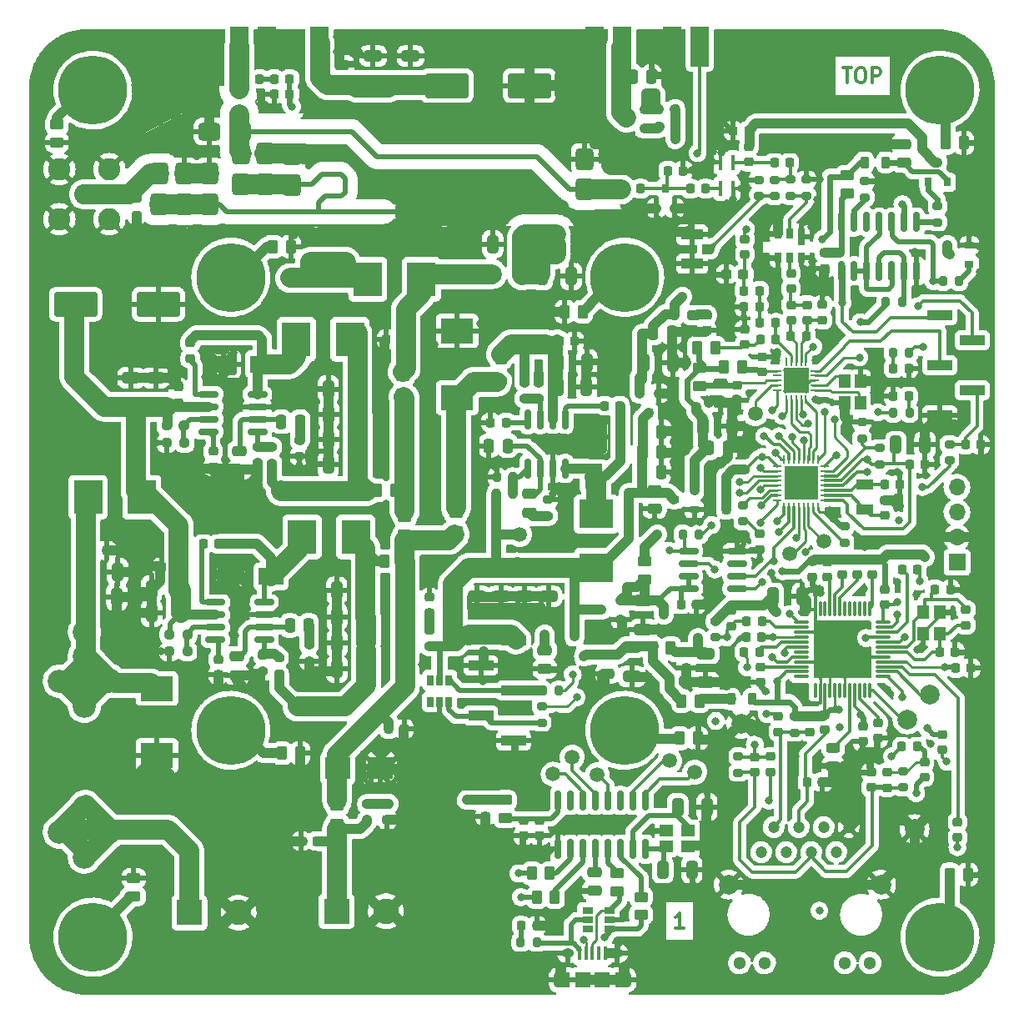
<source format=gtl>
G04 #@! TF.GenerationSoftware,KiCad,Pcbnew,6.0.2+dfsg-1*
G04 #@! TF.CreationDate,2023-04-26T18:19:52+03:00*
G04 #@! TF.ProjectId,TACNPR,5441434e-5052-42e6-9b69-6361645f7063,rev?*
G04 #@! TF.SameCoordinates,Original*
G04 #@! TF.FileFunction,Copper,L1,Top*
G04 #@! TF.FilePolarity,Positive*
%FSLAX46Y46*%
G04 Gerber Fmt 4.6, Leading zero omitted, Abs format (unit mm)*
G04 Created by KiCad (PCBNEW 6.0.2+dfsg-1) date 2023-04-26 18:19:52*
%MOMM*%
%LPD*%
G01*
G04 APERTURE LIST*
G04 Aperture macros list*
%AMRoundRect*
0 Rectangle with rounded corners*
0 $1 Rounding radius*
0 $2 $3 $4 $5 $6 $7 $8 $9 X,Y pos of 4 corners*
0 Add a 4 corners polygon primitive as box body*
4,1,4,$2,$3,$4,$5,$6,$7,$8,$9,$2,$3,0*
0 Add four circle primitives for the rounded corners*
1,1,$1+$1,$2,$3*
1,1,$1+$1,$4,$5*
1,1,$1+$1,$6,$7*
1,1,$1+$1,$8,$9*
0 Add four rect primitives between the rounded corners*
20,1,$1+$1,$2,$3,$4,$5,0*
20,1,$1+$1,$4,$5,$6,$7,0*
20,1,$1+$1,$6,$7,$8,$9,0*
20,1,$1+$1,$8,$9,$2,$3,0*%
%AMFreePoly0*
4,1,5,0.900000,-2.000000,-0.900000,-2.000000,-0.900000,2.000000,0.900000,2.000000,0.900000,-2.000000,0.900000,-2.000000,$1*%
G04 Aperture macros list end*
%ADD10C,0.300000*%
G04 #@! TA.AperFunction,NonConductor*
%ADD11C,0.300000*%
G04 #@! TD*
G04 #@! TA.AperFunction,SMDPad,CuDef*
%ADD12RoundRect,0.225000X-0.225000X-0.250000X0.225000X-0.250000X0.225000X0.250000X-0.225000X0.250000X0*%
G04 #@! TD*
G04 #@! TA.AperFunction,SMDPad,CuDef*
%ADD13RoundRect,0.200000X0.275000X-0.200000X0.275000X0.200000X-0.275000X0.200000X-0.275000X-0.200000X0*%
G04 #@! TD*
G04 #@! TA.AperFunction,SMDPad,CuDef*
%ADD14RoundRect,0.150000X0.825000X0.150000X-0.825000X0.150000X-0.825000X-0.150000X0.825000X-0.150000X0*%
G04 #@! TD*
G04 #@! TA.AperFunction,SMDPad,CuDef*
%ADD15RoundRect,0.225000X0.250000X-0.225000X0.250000X0.225000X-0.250000X0.225000X-0.250000X-0.225000X0*%
G04 #@! TD*
G04 #@! TA.AperFunction,SMDPad,CuDef*
%ADD16C,1.500000*%
G04 #@! TD*
G04 #@! TA.AperFunction,SMDPad,CuDef*
%ADD17R,2.950000X3.500000*%
G04 #@! TD*
G04 #@! TA.AperFunction,SMDPad,CuDef*
%ADD18RoundRect,0.249999X-0.325001X-0.650001X0.325001X-0.650001X0.325001X0.650001X-0.325001X0.650001X0*%
G04 #@! TD*
G04 #@! TA.AperFunction,SMDPad,CuDef*
%ADD19RoundRect,0.249999X0.650001X-0.325001X0.650001X0.325001X-0.650001X0.325001X-0.650001X-0.325001X0*%
G04 #@! TD*
G04 #@! TA.AperFunction,SMDPad,CuDef*
%ADD20RoundRect,0.218750X-0.256250X0.218750X-0.256250X-0.218750X0.256250X-0.218750X0.256250X0.218750X0*%
G04 #@! TD*
G04 #@! TA.AperFunction,SMDPad,CuDef*
%ADD21RoundRect,0.250000X-0.475000X0.250000X-0.475000X-0.250000X0.475000X-0.250000X0.475000X0.250000X0*%
G04 #@! TD*
G04 #@! TA.AperFunction,SMDPad,CuDef*
%ADD22R,2.500000X1.800000*%
G04 #@! TD*
G04 #@! TA.AperFunction,SMDPad,CuDef*
%ADD23RoundRect,0.237500X0.250000X0.237500X-0.250000X0.237500X-0.250000X-0.237500X0.250000X-0.237500X0*%
G04 #@! TD*
G04 #@! TA.AperFunction,SMDPad,CuDef*
%ADD24RoundRect,0.200000X-0.275000X0.200000X-0.275000X-0.200000X0.275000X-0.200000X0.275000X0.200000X0*%
G04 #@! TD*
G04 #@! TA.AperFunction,SMDPad,CuDef*
%ADD25RoundRect,0.150000X-0.825000X-0.150000X0.825000X-0.150000X0.825000X0.150000X-0.825000X0.150000X0*%
G04 #@! TD*
G04 #@! TA.AperFunction,SMDPad,CuDef*
%ADD26RoundRect,0.249999X0.325001X0.650001X-0.325001X0.650001X-0.325001X-0.650001X0.325001X-0.650001X0*%
G04 #@! TD*
G04 #@! TA.AperFunction,ComponentPad*
%ADD27C,3.900000*%
G04 #@! TD*
G04 #@! TA.AperFunction,ConnectorPad*
%ADD28C,7.000000*%
G04 #@! TD*
G04 #@! TA.AperFunction,SMDPad,CuDef*
%ADD29RoundRect,0.250000X0.250000X0.475000X-0.250000X0.475000X-0.250000X-0.475000X0.250000X-0.475000X0*%
G04 #@! TD*
G04 #@! TA.AperFunction,SMDPad,CuDef*
%ADD30RoundRect,0.218750X0.218750X0.256250X-0.218750X0.256250X-0.218750X-0.256250X0.218750X-0.256250X0*%
G04 #@! TD*
G04 #@! TA.AperFunction,SMDPad,CuDef*
%ADD31R,3.500000X2.950000*%
G04 #@! TD*
G04 #@! TA.AperFunction,SMDPad,CuDef*
%ADD32RoundRect,0.150000X-0.150000X0.825000X-0.150000X-0.825000X0.150000X-0.825000X0.150000X0.825000X0*%
G04 #@! TD*
G04 #@! TA.AperFunction,SMDPad,CuDef*
%ADD33RoundRect,0.200000X0.200000X0.275000X-0.200000X0.275000X-0.200000X-0.275000X0.200000X-0.275000X0*%
G04 #@! TD*
G04 #@! TA.AperFunction,SMDPad,CuDef*
%ADD34RoundRect,0.200000X-0.200000X-0.275000X0.200000X-0.275000X0.200000X0.275000X-0.200000X0.275000X0*%
G04 #@! TD*
G04 #@! TA.AperFunction,SMDPad,CuDef*
%ADD35RoundRect,0.237500X-0.250000X-0.237500X0.250000X-0.237500X0.250000X0.237500X-0.250000X0.237500X0*%
G04 #@! TD*
G04 #@! TA.AperFunction,SMDPad,CuDef*
%ADD36RoundRect,0.249999X0.450001X-0.262501X0.450001X0.262501X-0.450001X0.262501X-0.450001X-0.262501X0*%
G04 #@! TD*
G04 #@! TA.AperFunction,SMDPad,CuDef*
%ADD37R,0.650000X1.060000*%
G04 #@! TD*
G04 #@! TA.AperFunction,SMDPad,CuDef*
%ADD38RoundRect,0.250000X-1.950000X-1.000000X1.950000X-1.000000X1.950000X1.000000X-1.950000X1.000000X0*%
G04 #@! TD*
G04 #@! TA.AperFunction,SMDPad,CuDef*
%ADD39RoundRect,0.225000X0.225000X0.250000X-0.225000X0.250000X-0.225000X-0.250000X0.225000X-0.250000X0*%
G04 #@! TD*
G04 #@! TA.AperFunction,SMDPad,CuDef*
%ADD40RoundRect,0.250000X-0.250000X-0.475000X0.250000X-0.475000X0.250000X0.475000X-0.250000X0.475000X0*%
G04 #@! TD*
G04 #@! TA.AperFunction,SMDPad,CuDef*
%ADD41RoundRect,0.249999X-0.650001X0.325001X-0.650001X-0.325001X0.650001X-0.325001X0.650001X0.325001X0*%
G04 #@! TD*
G04 #@! TA.AperFunction,SMDPad,CuDef*
%ADD42R,1.800000X2.500000*%
G04 #@! TD*
G04 #@! TA.AperFunction,SMDPad,CuDef*
%ADD43RoundRect,0.249999X0.262501X0.450001X-0.262501X0.450001X-0.262501X-0.450001X0.262501X-0.450001X0*%
G04 #@! TD*
G04 #@! TA.AperFunction,SMDPad,CuDef*
%ADD44RoundRect,0.249999X-0.450001X0.262501X-0.450001X-0.262501X0.450001X-0.262501X0.450001X0.262501X0*%
G04 #@! TD*
G04 #@! TA.AperFunction,SMDPad,CuDef*
%ADD45RoundRect,0.218750X0.256250X-0.218750X0.256250X0.218750X-0.256250X0.218750X-0.256250X-0.218750X0*%
G04 #@! TD*
G04 #@! TA.AperFunction,SMDPad,CuDef*
%ADD46RoundRect,0.225000X-0.250000X0.225000X-0.250000X-0.225000X0.250000X-0.225000X0.250000X0.225000X0*%
G04 #@! TD*
G04 #@! TA.AperFunction,ComponentPad*
%ADD47C,2.050000*%
G04 #@! TD*
G04 #@! TA.AperFunction,ComponentPad*
%ADD48C,2.250000*%
G04 #@! TD*
G04 #@! TA.AperFunction,SMDPad,CuDef*
%ADD49RoundRect,0.250000X0.475000X-0.250000X0.475000X0.250000X-0.475000X0.250000X-0.475000X-0.250000X0*%
G04 #@! TD*
G04 #@! TA.AperFunction,SMDPad,CuDef*
%ADD50R,0.900000X0.800000*%
G04 #@! TD*
G04 #@! TA.AperFunction,SMDPad,CuDef*
%ADD51RoundRect,0.062500X-0.062500X0.362500X-0.062500X-0.362500X0.062500X-0.362500X0.062500X0.362500X0*%
G04 #@! TD*
G04 #@! TA.AperFunction,SMDPad,CuDef*
%ADD52RoundRect,0.062500X-0.362500X0.062500X-0.362500X-0.062500X0.362500X-0.062500X0.362500X0.062500X0*%
G04 #@! TD*
G04 #@! TA.AperFunction,ComponentPad*
%ADD53C,0.500000*%
G04 #@! TD*
G04 #@! TA.AperFunction,SMDPad,CuDef*
%ADD54R,2.600000X2.600000*%
G04 #@! TD*
G04 #@! TA.AperFunction,SMDPad,CuDef*
%ADD55FreePoly0,0.000000*%
G04 #@! TD*
G04 #@! TA.AperFunction,SMDPad,CuDef*
%ADD56RoundRect,1.375000X-1.375000X-2.375000X1.375000X-2.375000X1.375000X2.375000X-1.375000X2.375000X0*%
G04 #@! TD*
G04 #@! TA.AperFunction,SMDPad,CuDef*
%ADD57R,1.400000X1.150000*%
G04 #@! TD*
G04 #@! TA.AperFunction,SMDPad,CuDef*
%ADD58R,1.060000X0.650000*%
G04 #@! TD*
G04 #@! TA.AperFunction,SMDPad,CuDef*
%ADD59RoundRect,0.150000X0.150000X-0.825000X0.150000X0.825000X-0.150000X0.825000X-0.150000X-0.825000X0*%
G04 #@! TD*
G04 #@! TA.AperFunction,ComponentPad*
%ADD60R,1.700000X1.700000*%
G04 #@! TD*
G04 #@! TA.AperFunction,ComponentPad*
%ADD61O,1.700000X1.700000*%
G04 #@! TD*
G04 #@! TA.AperFunction,SMDPad,CuDef*
%ADD62RoundRect,0.249999X-0.262501X-0.450001X0.262501X-0.450001X0.262501X0.450001X-0.262501X0.450001X0*%
G04 #@! TD*
G04 #@! TA.AperFunction,SMDPad,CuDef*
%ADD63RoundRect,0.218750X0.381250X-0.218750X0.381250X0.218750X-0.381250X0.218750X-0.381250X-0.218750X0*%
G04 #@! TD*
G04 #@! TA.AperFunction,SMDPad,CuDef*
%ADD64RoundRect,0.340200X-0.559800X0.759800X-0.559800X-0.759800X0.559800X-0.759800X0.559800X0.759800X0*%
G04 #@! TD*
G04 #@! TA.AperFunction,SMDPad,CuDef*
%ADD65R,0.450000X0.600000*%
G04 #@! TD*
G04 #@! TA.AperFunction,SMDPad,CuDef*
%ADD66RoundRect,0.218750X-0.218750X-0.256250X0.218750X-0.256250X0.218750X0.256250X-0.218750X0.256250X0*%
G04 #@! TD*
G04 #@! TA.AperFunction,SMDPad,CuDef*
%ADD67R,0.800000X0.900000*%
G04 #@! TD*
G04 #@! TA.AperFunction,ComponentPad*
%ADD68R,2.600000X2.600000*%
G04 #@! TD*
G04 #@! TA.AperFunction,ComponentPad*
%ADD69C,2.600000*%
G04 #@! TD*
G04 #@! TA.AperFunction,SMDPad,CuDef*
%ADD70R,2.510000X1.000000*%
G04 #@! TD*
G04 #@! TA.AperFunction,SMDPad,CuDef*
%ADD71R,0.400000X1.500000*%
G04 #@! TD*
G04 #@! TA.AperFunction,SMDPad,CuDef*
%ADD72RoundRect,0.218750X-0.218750X-0.381250X0.218750X-0.381250X0.218750X0.381250X-0.218750X0.381250X0*%
G04 #@! TD*
G04 #@! TA.AperFunction,SMDPad,CuDef*
%ADD73RoundRect,0.237500X0.300000X0.237500X-0.300000X0.237500X-0.300000X-0.237500X0.300000X-0.237500X0*%
G04 #@! TD*
G04 #@! TA.AperFunction,SMDPad,CuDef*
%ADD74R,1.150000X1.400000*%
G04 #@! TD*
G04 #@! TA.AperFunction,SMDPad,CuDef*
%ADD75R,0.650000X1.750000*%
G04 #@! TD*
G04 #@! TA.AperFunction,SMDPad,CuDef*
%ADD76R,0.650000X1.000000*%
G04 #@! TD*
G04 #@! TA.AperFunction,SMDPad,CuDef*
%ADD77R,3.300000X2.500000*%
G04 #@! TD*
G04 #@! TA.AperFunction,SMDPad,CuDef*
%ADD78C,0.500000*%
G04 #@! TD*
G04 #@! TA.AperFunction,SMDPad,CuDef*
%ADD79RoundRect,0.340200X-0.759800X-0.559800X0.759800X-0.559800X0.759800X0.559800X-0.759800X0.559800X0*%
G04 #@! TD*
G04 #@! TA.AperFunction,SMDPad,CuDef*
%ADD80RoundRect,0.340200X0.559800X-0.759800X0.559800X0.759800X-0.559800X0.759800X-0.559800X-0.759800X0*%
G04 #@! TD*
G04 #@! TA.AperFunction,SMDPad,CuDef*
%ADD81R,1.050000X1.000000*%
G04 #@! TD*
G04 #@! TA.AperFunction,SMDPad,CuDef*
%ADD82R,2.200000X1.050000*%
G04 #@! TD*
G04 #@! TA.AperFunction,ComponentPad*
%ADD83C,2.350000*%
G04 #@! TD*
G04 #@! TA.AperFunction,SMDPad,CuDef*
%ADD84R,0.400000X1.350000*%
G04 #@! TD*
G04 #@! TA.AperFunction,ComponentPad*
%ADD85O,1.250000X0.950000*%
G04 #@! TD*
G04 #@! TA.AperFunction,ComponentPad*
%ADD86O,0.890000X1.550000*%
G04 #@! TD*
G04 #@! TA.AperFunction,SMDPad,CuDef*
%ADD87R,1.500000X1.550000*%
G04 #@! TD*
G04 #@! TA.AperFunction,SMDPad,CuDef*
%ADD88R,1.200000X1.550000*%
G04 #@! TD*
G04 #@! TA.AperFunction,SMDPad,CuDef*
%ADD89R,2.500000X2.300000*%
G04 #@! TD*
G04 #@! TA.AperFunction,SMDPad,CuDef*
%ADD90RoundRect,0.243750X-0.456250X0.243750X-0.456250X-0.243750X0.456250X-0.243750X0.456250X0.243750X0*%
G04 #@! TD*
G04 #@! TA.AperFunction,SMDPad,CuDef*
%ADD91RoundRect,0.250000X-0.650000X0.325000X-0.650000X-0.325000X0.650000X-0.325000X0.650000X0.325000X0*%
G04 #@! TD*
G04 #@! TA.AperFunction,SMDPad,CuDef*
%ADD92RoundRect,0.250000X-0.325000X-0.650000X0.325000X-0.650000X0.325000X0.650000X-0.325000X0.650000X0*%
G04 #@! TD*
G04 #@! TA.AperFunction,SMDPad,CuDef*
%ADD93C,2.000000*%
G04 #@! TD*
G04 #@! TA.AperFunction,ComponentPad*
%ADD94C,1.200000*%
G04 #@! TD*
G04 #@! TA.AperFunction,ComponentPad*
%ADD95C,1.300000*%
G04 #@! TD*
G04 #@! TA.AperFunction,ComponentPad*
%ADD96C,2.000000*%
G04 #@! TD*
G04 #@! TA.AperFunction,SMDPad,CuDef*
%ADD97R,1.800000X1.000000*%
G04 #@! TD*
G04 #@! TA.AperFunction,SMDPad,CuDef*
%ADD98RoundRect,0.062500X0.375000X0.062500X-0.375000X0.062500X-0.375000X-0.062500X0.375000X-0.062500X0*%
G04 #@! TD*
G04 #@! TA.AperFunction,SMDPad,CuDef*
%ADD99RoundRect,0.062500X0.062500X0.375000X-0.062500X0.375000X-0.062500X-0.375000X0.062500X-0.375000X0*%
G04 #@! TD*
G04 #@! TA.AperFunction,SMDPad,CuDef*
%ADD100R,3.450000X3.450000*%
G04 #@! TD*
G04 #@! TA.AperFunction,SMDPad,CuDef*
%ADD101RoundRect,0.075000X-0.662500X-0.075000X0.662500X-0.075000X0.662500X0.075000X-0.662500X0.075000X0*%
G04 #@! TD*
G04 #@! TA.AperFunction,SMDPad,CuDef*
%ADD102RoundRect,0.075000X-0.075000X-0.662500X0.075000X-0.662500X0.075000X0.662500X-0.075000X0.662500X0*%
G04 #@! TD*
G04 #@! TA.AperFunction,SMDPad,CuDef*
%ADD103R,1.200000X1.400000*%
G04 #@! TD*
G04 #@! TA.AperFunction,SMDPad,CuDef*
%ADD104RoundRect,0.250000X0.262500X0.450000X-0.262500X0.450000X-0.262500X-0.450000X0.262500X-0.450000X0*%
G04 #@! TD*
G04 #@! TA.AperFunction,ViaPad*
%ADD105C,0.800000*%
G04 #@! TD*
G04 #@! TA.AperFunction,Conductor*
%ADD106C,1.000000*%
G04 #@! TD*
G04 #@! TA.AperFunction,Conductor*
%ADD107C,0.500000*%
G04 #@! TD*
G04 #@! TA.AperFunction,Conductor*
%ADD108C,0.250000*%
G04 #@! TD*
G04 #@! TA.AperFunction,Conductor*
%ADD109C,0.300000*%
G04 #@! TD*
G04 #@! TA.AperFunction,Conductor*
%ADD110C,0.633000*%
G04 #@! TD*
G04 #@! TA.AperFunction,Conductor*
%ADD111C,2.000000*%
G04 #@! TD*
G04 #@! TA.AperFunction,Conductor*
%ADD112C,0.293370*%
G04 #@! TD*
G04 APERTURE END LIST*
D10*
D11*
X172040954Y-41273991D02*
X172898097Y-41273991D01*
X172469525Y-42773991D02*
X172469525Y-41273991D01*
X173683811Y-41273991D02*
X173969525Y-41273991D01*
X174112382Y-41345420D01*
X174255240Y-41488277D01*
X174326668Y-41773991D01*
X174326668Y-42273991D01*
X174255240Y-42559705D01*
X174112382Y-42702562D01*
X173969525Y-42773991D01*
X173683811Y-42773991D01*
X173540954Y-42702562D01*
X173398097Y-42559705D01*
X173326668Y-42273991D01*
X173326668Y-41773991D01*
X173398097Y-41488277D01*
X173540954Y-41345420D01*
X173683811Y-41273991D01*
X174969525Y-42773991D02*
X174969525Y-41273991D01*
X175540954Y-41273991D01*
X175683811Y-41345420D01*
X175755240Y-41416848D01*
X175826668Y-41559705D01*
X175826668Y-41773991D01*
X175755240Y-41916848D01*
X175683811Y-41988277D01*
X175540954Y-42059705D01*
X174969525Y-42059705D01*
D10*
D11*
X155876571Y-128580271D02*
X155019428Y-128580271D01*
X155448000Y-128580271D02*
X155448000Y-127080271D01*
X155305142Y-127294557D01*
X155162285Y-127437414D01*
X155019428Y-127508842D01*
G36*
X110482000Y-56130000D02*
G01*
X109482000Y-56130000D01*
X109482000Y-55630000D01*
X110482000Y-55630000D01*
X110482000Y-56130000D01*
G37*
G36*
X126357000Y-56117300D02*
G01*
X125357000Y-56117300D01*
X125357000Y-55617300D01*
X126357000Y-55617300D01*
X126357000Y-56117300D01*
G37*
G36*
X119040720Y-55922800D02*
G01*
X118540720Y-55922800D01*
X118540720Y-54922800D01*
X119040720Y-54922800D01*
X119040720Y-55922800D01*
G37*
D12*
X155562000Y-95758000D03*
X157112000Y-95758000D03*
D13*
X172182000Y-89501000D03*
X172182000Y-87851000D03*
D14*
X161275800Y-94132400D03*
X161275800Y-92862400D03*
X161275800Y-91592400D03*
X161275800Y-90322400D03*
X156325800Y-90322400D03*
X156325800Y-91592400D03*
X156325800Y-92862400D03*
X156325800Y-94132400D03*
D15*
X162052000Y-82042000D03*
X162052000Y-80492000D03*
D16*
X166582000Y-90576000D03*
D17*
X95369800Y-84886800D03*
X100819800Y-84886800D03*
D18*
X95348000Y-94996000D03*
X98298000Y-94996000D03*
D19*
X99745800Y-75681100D03*
X99745800Y-72731100D03*
D15*
X104521000Y-75260500D03*
X104521000Y-73710500D03*
D20*
X108066840Y-80228340D03*
X108066840Y-81803340D03*
D21*
X110744000Y-80167440D03*
X110744000Y-82067440D03*
D18*
X143038300Y-73682860D03*
X145988300Y-73682860D03*
D22*
X113107220Y-71368920D03*
X109107220Y-71368920D03*
D23*
X105184580Y-79375000D03*
X103359580Y-79375000D03*
D24*
X116840000Y-79058000D03*
X116840000Y-80708000D03*
X112593120Y-79738720D03*
X112593120Y-81388720D03*
D25*
X107608600Y-74409300D03*
X107608600Y-75679300D03*
X107608600Y-76949300D03*
X107608600Y-78219300D03*
X112558600Y-78219300D03*
X112558600Y-76949300D03*
X112558600Y-75679300D03*
X112558600Y-74409300D03*
D17*
X116520380Y-68834000D03*
X121970380Y-68834000D03*
D26*
X122732060Y-78999080D03*
X119782060Y-78999080D03*
X122729520Y-76464160D03*
X119779520Y-76464160D03*
X122706660Y-81551780D03*
X119756660Y-81551780D03*
X122714280Y-73914000D03*
X119764280Y-73914000D03*
D27*
X95864000Y-43540000D03*
D28*
X95864000Y-43540000D03*
X95864000Y-129540000D03*
D27*
X95864000Y-129540000D03*
D28*
X109864000Y-108540000D03*
D27*
X109864000Y-108540000D03*
D21*
X140223240Y-84541320D03*
X140223240Y-86441320D03*
D29*
X137983000Y-79644240D03*
X136083000Y-79644240D03*
D13*
X141157960Y-74860920D03*
X141157960Y-73210920D03*
D30*
X137825580Y-77282040D03*
X136250580Y-77282040D03*
D24*
X139684760Y-73216000D03*
X139684760Y-74866000D03*
D31*
X146964400Y-86581400D03*
X146964400Y-92031400D03*
D12*
X143227760Y-69016880D03*
X144777760Y-69016880D03*
D32*
X143832580Y-77004140D03*
X142562580Y-77004140D03*
X141292580Y-77004140D03*
X140022580Y-77004140D03*
X140022580Y-81954140D03*
X141292580Y-81954140D03*
X142562580Y-81954140D03*
X143832580Y-81954140D03*
D18*
X143066240Y-71231760D03*
X146016240Y-71231760D03*
D33*
X138508240Y-82839560D03*
X136858240Y-82839560D03*
D34*
X136840460Y-84488020D03*
X138490460Y-84488020D03*
D27*
X149864000Y-62540000D03*
D28*
X149864000Y-62540000D03*
X181864000Y-129540000D03*
D27*
X181864000Y-129540000D03*
D19*
X102247700Y-75681100D03*
X102247700Y-72731100D03*
D35*
X103329100Y-77609700D03*
X105154100Y-77609700D03*
D36*
X120650000Y-118006500D03*
X120650000Y-116181500D03*
D34*
X141516600Y-104495600D03*
X143166600Y-104495600D03*
D37*
X130114000Y-105646400D03*
X131064000Y-105646400D03*
X132014000Y-105646400D03*
X132014000Y-103446400D03*
X131064000Y-103446400D03*
X130114000Y-103446400D03*
D38*
X94098000Y-65278000D03*
X102498000Y-65278000D03*
D28*
X109864000Y-62540000D03*
D27*
X109864000Y-62540000D03*
D28*
X149864000Y-108540000D03*
D27*
X149864000Y-108540000D03*
D24*
X130048000Y-98362000D03*
X130048000Y-100012000D03*
X113111280Y-100927400D03*
X113111280Y-102577400D03*
D13*
X114757200Y-102831400D03*
X114757200Y-101181400D03*
D39*
X104409500Y-91973400D03*
X102859500Y-91973400D03*
D20*
X108574840Y-101320500D03*
X108574840Y-102895500D03*
D39*
X108636100Y-89608660D03*
X107086100Y-89608660D03*
D26*
X123552480Y-94335600D03*
X120602480Y-94335600D03*
D40*
X115864600Y-97891600D03*
X117764600Y-97891600D03*
D21*
X110490000Y-101031000D03*
X110490000Y-102931000D03*
D26*
X123587300Y-99689920D03*
X120637300Y-99689920D03*
X123585500Y-102306120D03*
X120635500Y-102306120D03*
X104776800Y-96647000D03*
X101826800Y-96647000D03*
X104764100Y-94234000D03*
X101814100Y-94234000D03*
X123570260Y-97017840D03*
X120620260Y-97017840D03*
D22*
X113937800Y-92925900D03*
X109937800Y-92925900D03*
D35*
X103636440Y-98806000D03*
X105461440Y-98806000D03*
D24*
X117805200Y-99860600D03*
X117805200Y-101510600D03*
D17*
X117094000Y-88900000D03*
X122544000Y-88900000D03*
D25*
X108307100Y-95542100D03*
X108307100Y-96812100D03*
X108307100Y-98082100D03*
X108307100Y-99352100D03*
X113257100Y-99352100D03*
X113257100Y-98082100D03*
X113257100Y-96812100D03*
X113257100Y-95542100D03*
D23*
X105448740Y-100545900D03*
X103623740Y-100545900D03*
D39*
X160147600Y-86143800D03*
X158597600Y-86143800D03*
D13*
X142082520Y-86768440D03*
X142082520Y-85118440D03*
D36*
X127533400Y-88669500D03*
X127533400Y-86844500D03*
D41*
X134874000Y-91994460D03*
X134874000Y-94944460D03*
X137287000Y-91997000D03*
X137287000Y-94947000D03*
X142113000Y-91997000D03*
X142113000Y-94947000D03*
D40*
X115001000Y-77216000D03*
X116901000Y-77216000D03*
D39*
X149365000Y-75590400D03*
X147815000Y-75590400D03*
D12*
X125907500Y-108394500D03*
X127457500Y-108394500D03*
D19*
X124307600Y-43029400D03*
X124307600Y-40079400D03*
D42*
X146705320Y-82759300D03*
X146705320Y-78759300D03*
D41*
X139700000Y-92002080D03*
X139700000Y-94952080D03*
D13*
X114071400Y-81424280D03*
X114071400Y-79774280D03*
D18*
X95426000Y-92456000D03*
X98376000Y-92456000D03*
D43*
X126525660Y-84165440D03*
X124700660Y-84165440D03*
X127252100Y-91363800D03*
X125427100Y-91363800D03*
D44*
X132715000Y-86463500D03*
X132715000Y-88288500D03*
D20*
X130048000Y-95034000D03*
X130048000Y-96609000D03*
D45*
X125730000Y-117627500D03*
X125730000Y-116052500D03*
D46*
X162026600Y-67843100D03*
X162026600Y-69393100D03*
D47*
X94996000Y-54102000D03*
D48*
X92456000Y-56642000D03*
X92456000Y-51562000D03*
X97536000Y-51562000D03*
X97536000Y-56642000D03*
D49*
X159542480Y-75245000D03*
X159542480Y-73345000D03*
D24*
X123698000Y-116015000D03*
X123698000Y-117665000D03*
D40*
X150688000Y-42164000D03*
X152588000Y-42164000D03*
D17*
X129217000Y-62738000D03*
X123767000Y-62738000D03*
D21*
X148107000Y-100876000D03*
X148107000Y-102776000D03*
D41*
X151739600Y-95349800D03*
X151739600Y-98299800D03*
D40*
X158409600Y-79857600D03*
X160309600Y-79857600D03*
D18*
X157835600Y-77622400D03*
X160785600Y-77622400D03*
D50*
X149437600Y-97266800D03*
X149437600Y-95366800D03*
X147437600Y-96316800D03*
D51*
X168259000Y-71100000D03*
X167759000Y-71100000D03*
X167259000Y-71100000D03*
X166759000Y-71100000D03*
X166259000Y-71100000D03*
D52*
X165334000Y-72025000D03*
X165334000Y-72525000D03*
X165334000Y-73025000D03*
X165334000Y-73525000D03*
X165334000Y-74025000D03*
D51*
X166259000Y-74950000D03*
X166759000Y-74950000D03*
X167259000Y-74950000D03*
X167759000Y-74950000D03*
X168259000Y-74950000D03*
D52*
X169184000Y-74025000D03*
X169184000Y-73525000D03*
X169184000Y-73025000D03*
X169184000Y-72525000D03*
X169184000Y-72025000D03*
D53*
X168309000Y-74075000D03*
D54*
X167259000Y-73025000D03*
D53*
X166209000Y-71975000D03*
X166209000Y-74075000D03*
X168309000Y-71975000D03*
D15*
X161290000Y-75014120D03*
X161290000Y-73464120D03*
D55*
X110744000Y-39141400D03*
X113538000Y-39141400D03*
X118872000Y-39141400D03*
X146812000Y-39141400D03*
X149606000Y-39141400D03*
X154686000Y-39141400D03*
X157480000Y-39141400D03*
D56*
X102489000Y-41046400D03*
X165354000Y-41046400D03*
D15*
X141224000Y-119240600D03*
X141224000Y-117690600D03*
X139573000Y-119240600D03*
X139573000Y-117690600D03*
D21*
X141732000Y-100396000D03*
X141732000Y-102296000D03*
D13*
X141427200Y-107759000D03*
X141427200Y-106109000D03*
D41*
X150582000Y-100121000D03*
X150582000Y-103071000D03*
D57*
X156294000Y-118707000D03*
X154094000Y-118707000D03*
X154094000Y-120307000D03*
X156294000Y-120307000D03*
D58*
X148293000Y-128712000D03*
X148293000Y-127762000D03*
X148293000Y-126812000D03*
X146093000Y-126812000D03*
X146093000Y-127762000D03*
X146093000Y-128712000D03*
D18*
X153719000Y-122682000D03*
X156669000Y-122682000D03*
D59*
X143078200Y-120610400D03*
X144348200Y-120610400D03*
X145618200Y-120610400D03*
X146888200Y-120610400D03*
X148158200Y-120610400D03*
X149428200Y-120610400D03*
X150698200Y-120610400D03*
X151968200Y-120610400D03*
X151968200Y-115660400D03*
X150698200Y-115660400D03*
X149428200Y-115660400D03*
X148158200Y-115660400D03*
X146888200Y-115660400D03*
X145618200Y-115660400D03*
X144348200Y-115660400D03*
X143078200Y-115660400D03*
D44*
X151511000Y-125452500D03*
X151511000Y-127277500D03*
D60*
X183591200Y-91490800D03*
D61*
X183591200Y-88950800D03*
X183591200Y-86410800D03*
X183591200Y-83870800D03*
D15*
X135686800Y-117259400D03*
X135686800Y-115709400D03*
D30*
X140919200Y-128371600D03*
X139344200Y-128371600D03*
D34*
X139281400Y-130048000D03*
X140931400Y-130048000D03*
D16*
X142595600Y-112979200D03*
D49*
X146761200Y-124825800D03*
X146761200Y-122925800D03*
D16*
X147066000Y-113030000D03*
X144526000Y-111252000D03*
D62*
X140438500Y-123063000D03*
X142263500Y-123063000D03*
X140946500Y-125476000D03*
X142771500Y-125476000D03*
D18*
X155243000Y-116332000D03*
X158193000Y-116332000D03*
D44*
X149098000Y-123039500D03*
X149098000Y-124864500D03*
D16*
X163132000Y-76401000D03*
D63*
X137287000Y-73071500D03*
X137287000Y-70946500D03*
D39*
X127201000Y-68834000D03*
X125651000Y-68834000D03*
D38*
X131791600Y-43078400D03*
X140191600Y-43078400D03*
D64*
X102616000Y-52031500D03*
X102616000Y-55156500D03*
D16*
X120357000Y-84076000D03*
D12*
X95745000Y-90297000D03*
X97295000Y-90297000D03*
D46*
X105740200Y-69227400D03*
X105740200Y-70777400D03*
D33*
X157416000Y-88646000D03*
X155766000Y-88646000D03*
D65*
X110744000Y-46008000D03*
X110744000Y-43908000D03*
D30*
X112801500Y-42418000D03*
X111226500Y-42418000D03*
D44*
X151917400Y-91391100D03*
X151917400Y-93216100D03*
D16*
X115887500Y-62611000D03*
D66*
X177127200Y-74625200D03*
X178702200Y-74625200D03*
D45*
X163525200Y-90144700D03*
X163525200Y-88569700D03*
D13*
X161899600Y-87337400D03*
X161899600Y-85687400D03*
D67*
X143830000Y-101025200D03*
X145730000Y-101025200D03*
X144780000Y-99025200D03*
D30*
X178714600Y-71787050D03*
X177139600Y-71787050D03*
D34*
X177102100Y-70212250D03*
X178752100Y-70212250D03*
D46*
X163776660Y-70621860D03*
X163776660Y-72171860D03*
D50*
X184845200Y-61198800D03*
X184845200Y-59298800D03*
X182845200Y-60248800D03*
D67*
X180682000Y-52876000D03*
X182582000Y-52876000D03*
X181632000Y-50876000D03*
D34*
X153353000Y-47244000D03*
X155003000Y-47244000D03*
D33*
X183806600Y-62941200D03*
X182156600Y-62941200D03*
D12*
X160870600Y-47675800D03*
X162420600Y-47675800D03*
D39*
X118567200Y-119786400D03*
X117017200Y-119786400D03*
D68*
X105664000Y-127050800D03*
D69*
X110664000Y-127050800D03*
D68*
X120599200Y-126898400D03*
D69*
X125599200Y-126898400D03*
D70*
X138561000Y-109575600D03*
X135251000Y-107035600D03*
X138561000Y-104495600D03*
X135251000Y-101955600D03*
X138561000Y-99415600D03*
D20*
X162458400Y-49275900D03*
X162458400Y-50850900D03*
D15*
X170180000Y-61633400D03*
X170180000Y-60083400D03*
D59*
X171894500Y-61898300D03*
X173164500Y-61898300D03*
X174434500Y-61898300D03*
X175704500Y-61898300D03*
X176974500Y-61898300D03*
X178244500Y-61898300D03*
X179514500Y-61898300D03*
X179514500Y-56948300D03*
X178244500Y-56948300D03*
X176974500Y-56948300D03*
X175704500Y-56948300D03*
X174434500Y-56948300D03*
X173164500Y-56948300D03*
X171894500Y-56948300D03*
D28*
X181864000Y-43540000D03*
D27*
X181864000Y-43540000D03*
D64*
X145796000Y-50520200D03*
X145796000Y-53645200D03*
D12*
X149910500Y-53530500D03*
X151460500Y-53530500D03*
X156514500Y-53530500D03*
X158064500Y-53530500D03*
D24*
X100330000Y-54547000D03*
X100330000Y-56197000D03*
D71*
X160875500Y-50870500D03*
X159575500Y-50870500D03*
X159575500Y-53530500D03*
X160875500Y-53530500D03*
D65*
X148082000Y-51528000D03*
X148082000Y-53628000D03*
D50*
X151876000Y-47432000D03*
X151876000Y-45532000D03*
X149876000Y-46482000D03*
D18*
X141476200Y-62433200D03*
X144426200Y-62433200D03*
D26*
X139397000Y-59182000D03*
X136447000Y-59182000D03*
D72*
X136859500Y-62230000D03*
X138984500Y-62230000D03*
D34*
X153353000Y-45466000D03*
X155003000Y-45466000D03*
D24*
X174244000Y-52769000D03*
X174244000Y-54419000D03*
D50*
X156917900Y-86090800D03*
X156917900Y-84190800D03*
X154917900Y-85140800D03*
D40*
X151691300Y-80264000D03*
X153591300Y-80264000D03*
X152732700Y-68199000D03*
X154632700Y-68199000D03*
D18*
X151777700Y-71247000D03*
X154727700Y-71247000D03*
D67*
X153299200Y-74311000D03*
X151399200Y-74311000D03*
X152349200Y-76311000D03*
D40*
X151643000Y-82296000D03*
X153543000Y-82296000D03*
X151701500Y-78206600D03*
X153601500Y-78206600D03*
D45*
X158191200Y-67945100D03*
X158191200Y-66370100D03*
D33*
X156603200Y-66395600D03*
X154953200Y-66395600D03*
D43*
X161745300Y-71628000D03*
X159920300Y-71628000D03*
D73*
X161898500Y-62230000D03*
X160173500Y-62230000D03*
D46*
X166738300Y-62153500D03*
X166738300Y-63703500D03*
D15*
X166738300Y-66891200D03*
X166738300Y-65341200D03*
D20*
X168363900Y-65333780D03*
X168363900Y-66908780D03*
D66*
X166722960Y-68483480D03*
X168297960Y-68483480D03*
D43*
X159060520Y-69723000D03*
X157235520Y-69723000D03*
D30*
X165189000Y-68846700D03*
X163614000Y-68846700D03*
D15*
X162052000Y-60211000D03*
X162052000Y-58661000D03*
D36*
X137718800Y-117447700D03*
X137718800Y-115622700D03*
D24*
X181610000Y-55309000D03*
X181610000Y-56959000D03*
D74*
X172174000Y-73118800D03*
X172174000Y-75318800D03*
X173774000Y-75318800D03*
X173774000Y-73118800D03*
D24*
X165061900Y-52641500D03*
X165061900Y-54291500D03*
D13*
X168313100Y-54266600D03*
X168313100Y-52616600D03*
D67*
X153037500Y-55530500D03*
X154937500Y-55530500D03*
X153987500Y-53530500D03*
D75*
X167824000Y-58459000D03*
D76*
X166624000Y-58084000D03*
X165424000Y-58084000D03*
X165424000Y-60534000D03*
X166624000Y-60534000D03*
X167824000Y-60534000D03*
D24*
X166674800Y-52616600D03*
X166674800Y-54266600D03*
D39*
X160147600Y-84365800D03*
X158597600Y-84365800D03*
D36*
X92202000Y-48867700D03*
X92202000Y-47042700D03*
D43*
X184300500Y-48895000D03*
X182475500Y-48895000D03*
D62*
X143764000Y-66040000D03*
X145589000Y-66040000D03*
D44*
X100012500Y-123547500D03*
X100012500Y-125372500D03*
D43*
X116894500Y-110851000D03*
X115069500Y-110851000D03*
X184694500Y-123176000D03*
X182869500Y-123176000D03*
D36*
X157480000Y-73556500D03*
X157480000Y-71731500D03*
D64*
X105156000Y-51993000D03*
X105156000Y-55118000D03*
D66*
X154228600Y-51714400D03*
X155803600Y-51714400D03*
D21*
X178182000Y-49026000D03*
X178182000Y-50926000D03*
D72*
X174219500Y-50876000D03*
X176344500Y-50876000D03*
D77*
X102362000Y-104296000D03*
X102362000Y-111096000D03*
X132842000Y-74774000D03*
X132842000Y-67974000D03*
D43*
X157264500Y-109346000D03*
X155439500Y-109346000D03*
X115974500Y-59436000D03*
X114149500Y-59436000D03*
D16*
X120632000Y-106101000D03*
X139192000Y-88646000D03*
X154432000Y-111620300D03*
X156972000Y-112776000D03*
D64*
X107696000Y-51993000D03*
X107696000Y-55118000D03*
D78*
X109482000Y-55880000D03*
X110482000Y-55880000D03*
D49*
X121158000Y-42860000D03*
X121158000Y-40960000D03*
D30*
X115849500Y-42418000D03*
X114274500Y-42418000D03*
D66*
X114274500Y-43942000D03*
X115849500Y-43942000D03*
D34*
X176365400Y-65024000D03*
X178015400Y-65024000D03*
D36*
X172466000Y-53998500D03*
X172466000Y-52173500D03*
D79*
X107696000Y-47752000D03*
X110821000Y-47752000D03*
D19*
X128117600Y-43029400D03*
X128117600Y-40079400D03*
D64*
X113347500Y-49999500D03*
X113347500Y-53124500D03*
D80*
X110871000Y-53124500D03*
X110871000Y-49999500D03*
D78*
X125357000Y-55867300D03*
X126357000Y-55867300D03*
X118790720Y-55922800D03*
X118790720Y-54922800D03*
D46*
X169938700Y-65328500D03*
X169938700Y-66878500D03*
D66*
X163565840Y-67157600D03*
X165140840Y-67157600D03*
D39*
X163525800Y-65565020D03*
X161975800Y-65565020D03*
D66*
X161950400Y-63906400D03*
X163525400Y-63906400D03*
D39*
X166598600Y-50914300D03*
X165048600Y-50914300D03*
D24*
X163474400Y-52642000D03*
X163474400Y-54292000D03*
D81*
X158217600Y-59688200D03*
D82*
X156692600Y-58213200D03*
X156692600Y-61163200D03*
D83*
X92456000Y-118872000D03*
X94996000Y-116332000D03*
X97536000Y-118872000D03*
X94996000Y-121412000D03*
X94996000Y-101012000D03*
X92456000Y-103552000D03*
X97536000Y-103552000D03*
X94996000Y-98552000D03*
X94996000Y-106092000D03*
D84*
X145283400Y-131188000D03*
X145933400Y-131188000D03*
X146583400Y-131188000D03*
X147233400Y-131188000D03*
X147883400Y-131188000D03*
D85*
X149083400Y-131188000D03*
D86*
X150083400Y-133888000D03*
D87*
X147583400Y-133888000D03*
X145583400Y-133888000D03*
D88*
X143683400Y-133888000D03*
D86*
X143083400Y-133888000D03*
D85*
X144083400Y-131188000D03*
D88*
X149483400Y-133888000D03*
D64*
X116078000Y-50038000D03*
X116078000Y-53163000D03*
D89*
X120713500Y-112395000D03*
X125013500Y-112395000D03*
D44*
X127355600Y-72544300D03*
X127355600Y-74369300D03*
D30*
X182956300Y-94234000D03*
X181381300Y-94234000D03*
D66*
X181838500Y-100584000D03*
X183413500Y-100584000D03*
D46*
X174052000Y-108141000D03*
X174052000Y-109691000D03*
X156082000Y-100621000D03*
X156082000Y-102171000D03*
X175582000Y-107801000D03*
X175582000Y-109351000D03*
D90*
X171020500Y-110314500D03*
X171020500Y-112189500D03*
D91*
X158082000Y-100726000D03*
X158082000Y-103676000D03*
D92*
X164945800Y-94945200D03*
X167895800Y-94945200D03*
D46*
X174882000Y-112801000D03*
X174882000Y-114351000D03*
D15*
X164682000Y-112751000D03*
X164682000Y-111201000D03*
D39*
X169939000Y-113792000D03*
X168389000Y-113792000D03*
D20*
X184482000Y-96288500D03*
X184482000Y-97863500D03*
D45*
X176276000Y-95783500D03*
X176276000Y-94208500D03*
X175006000Y-92761000D03*
X175006000Y-91186000D03*
D20*
X170434000Y-91414500D03*
X170434000Y-92989500D03*
X171958000Y-91160500D03*
X171958000Y-92735500D03*
X173482000Y-91160500D03*
X173482000Y-92735500D03*
X163626800Y-102082500D03*
X163626800Y-103657500D03*
D45*
X165455600Y-108686700D03*
X165455600Y-107111700D03*
D66*
X162234500Y-97486000D03*
X163809500Y-97486000D03*
X161994500Y-100576000D03*
X163569500Y-100576000D03*
D30*
X179569500Y-110176000D03*
X177994500Y-110176000D03*
D20*
X168656000Y-107162500D03*
X168656000Y-108737500D03*
X163068000Y-111226500D03*
X163068000Y-112801500D03*
X160662000Y-96398500D03*
X160662000Y-97973500D03*
X176482000Y-112788500D03*
X176482000Y-114363500D03*
X170180000Y-106908500D03*
X170180000Y-108483500D03*
X183642000Y-117856000D03*
X183642000Y-119431000D03*
X182118000Y-108940500D03*
X182118000Y-110515500D03*
D93*
X180797200Y-104952800D03*
X178562000Y-107442000D03*
D66*
X178003000Y-92202000D03*
X179578000Y-92202000D03*
D94*
X163703000Y-120904000D03*
X164973000Y-118364000D03*
X166243000Y-120904000D03*
X167513000Y-118364000D03*
X168783000Y-120904000D03*
X170053000Y-118364000D03*
X171323000Y-120904000D03*
X172593000Y-118364000D03*
D95*
X161523000Y-132154000D03*
X164063000Y-132154000D03*
X172233000Y-132154000D03*
X174773000Y-132154000D03*
D96*
X160403000Y-124204000D03*
X175893000Y-124204000D03*
D46*
X168882000Y-91401000D03*
X168882000Y-92951000D03*
D97*
X174244000Y-86086000D03*
X174244000Y-83586000D03*
D15*
X176276000Y-86701000D03*
X176276000Y-85151000D03*
D12*
X176263000Y-83566000D03*
X177813000Y-83566000D03*
D39*
X185991800Y-79552800D03*
X184441800Y-79552800D03*
D13*
X175768000Y-81534000D03*
X175768000Y-79884000D03*
X173939200Y-78904600D03*
X173939200Y-77254600D03*
X182829200Y-81139800D03*
X182829200Y-79489800D03*
D33*
X178765200Y-76301600D03*
X177115200Y-76301600D03*
D18*
X177391800Y-79552800D03*
X180341800Y-79552800D03*
D21*
X152908000Y-84140000D03*
X152908000Y-86040000D03*
D12*
X178803000Y-81534000D03*
X180353000Y-81534000D03*
D98*
X170197500Y-85196000D03*
X170197500Y-84696000D03*
X170197500Y-84196000D03*
X170197500Y-83696000D03*
X170197500Y-83196000D03*
X170197500Y-82696000D03*
X170197500Y-82196000D03*
X170197500Y-81696000D03*
D99*
X169510000Y-81008500D03*
X169010000Y-81008500D03*
X168510000Y-81008500D03*
X168010000Y-81008500D03*
X167510000Y-81008500D03*
X167010000Y-81008500D03*
X166510000Y-81008500D03*
X166010000Y-81008500D03*
D98*
X165322500Y-81696000D03*
X165322500Y-82196000D03*
X165322500Y-82696000D03*
X165322500Y-83196000D03*
X165322500Y-83696000D03*
X165322500Y-84196000D03*
X165322500Y-84696000D03*
X165322500Y-85196000D03*
D99*
X166010000Y-85883500D03*
X166510000Y-85883500D03*
X167010000Y-85883500D03*
X167510000Y-85883500D03*
X168010000Y-85883500D03*
X168510000Y-85883500D03*
X169010000Y-85883500D03*
X169510000Y-85883500D03*
D100*
X167760000Y-83446000D03*
D15*
X180289200Y-113297000D03*
X180289200Y-111747000D03*
D101*
X167795500Y-97580000D03*
X167795500Y-98080000D03*
X167795500Y-98580000D03*
X167795500Y-99080000D03*
X167795500Y-99580000D03*
X167795500Y-100080000D03*
X167795500Y-100580000D03*
X167795500Y-101080000D03*
X167795500Y-101580000D03*
X167795500Y-102080000D03*
X167795500Y-102580000D03*
X167795500Y-103080000D03*
D102*
X169208000Y-104492500D03*
X169708000Y-104492500D03*
X170208000Y-104492500D03*
X170708000Y-104492500D03*
X171208000Y-104492500D03*
X171708000Y-104492500D03*
X172208000Y-104492500D03*
X172708000Y-104492500D03*
X173208000Y-104492500D03*
X173708000Y-104492500D03*
X174208000Y-104492500D03*
X174708000Y-104492500D03*
D101*
X176120500Y-103080000D03*
X176120500Y-102580000D03*
X176120500Y-102080000D03*
X176120500Y-101580000D03*
X176120500Y-101080000D03*
X176120500Y-100580000D03*
X176120500Y-100080000D03*
X176120500Y-99580000D03*
X176120500Y-99080000D03*
X176120500Y-98580000D03*
X176120500Y-98080000D03*
X176120500Y-97580000D03*
D102*
X174708000Y-96167500D03*
X174208000Y-96167500D03*
X173708000Y-96167500D03*
X173208000Y-96167500D03*
X172708000Y-96167500D03*
X172208000Y-96167500D03*
X171708000Y-96167500D03*
X171208000Y-96167500D03*
X170708000Y-96167500D03*
X170208000Y-96167500D03*
X169708000Y-96167500D03*
X169208000Y-96167500D03*
D103*
X181864000Y-98720000D03*
X181864000Y-96520000D03*
X180164000Y-96520000D03*
X180164000Y-98720000D03*
D16*
X170078400Y-89357200D03*
D24*
X167081200Y-107125000D03*
X167081200Y-108775000D03*
D93*
X161682000Y-107876000D03*
D24*
X159082000Y-97451000D03*
X159082000Y-99101000D03*
D16*
X132232400Y-97282000D03*
D12*
X183457000Y-102216000D03*
X185007000Y-102216000D03*
D24*
X178112000Y-112701000D03*
X178112000Y-114351000D03*
X161391600Y-111189000D03*
X161391600Y-112839000D03*
D104*
X154544500Y-100176000D03*
X152719500Y-100176000D03*
D72*
X160657000Y-105376000D03*
X162782000Y-105376000D03*
D93*
X179282000Y-118576000D03*
D104*
X157464500Y-105566000D03*
X155639500Y-105566000D03*
D39*
X163747000Y-99046000D03*
X162197000Y-99046000D03*
D70*
X181834600Y-66395600D03*
X185144600Y-68935600D03*
X181834600Y-71475600D03*
X185144600Y-74015600D03*
X181834600Y-76555600D03*
D105*
X118450360Y-81577180D03*
X107553760Y-71744840D03*
X118488460Y-79011780D03*
X134838440Y-79644240D03*
X146690080Y-77101700D03*
X136083040Y-81363820D03*
X110680500Y-75679300D03*
X110667800Y-74612500D03*
X109639100Y-74612500D03*
X109651800Y-75692000D03*
X109651800Y-76695300D03*
X109651800Y-77787500D03*
X118485920Y-77713840D03*
X118513860Y-80281780D03*
X118470680Y-76454000D03*
X102275640Y-79375000D03*
X104749600Y-72377300D03*
X102260400Y-71462900D03*
X99745800Y-71488300D03*
X110106460Y-70203060D03*
X109336840Y-69946520D03*
X108186220Y-72722740D03*
X110068360Y-72044560D03*
X109131100Y-72704960D03*
X103723440Y-71546720D03*
X102108000Y-89916000D03*
X112595660Y-82527140D03*
X106603800Y-82189320D03*
X116840000Y-81661000D03*
X118445280Y-73878440D03*
X119283480Y-94335600D03*
X119380000Y-98407220D03*
X119380000Y-101023420D03*
X110337600Y-97828100D03*
X111353600Y-95745300D03*
X111366300Y-96812100D03*
X110337600Y-98920300D03*
X110337600Y-96824800D03*
X110324900Y-95745300D03*
X108574840Y-104140000D03*
X102809040Y-100520500D03*
X101752400Y-91998800D03*
X119380000Y-102463600D03*
X119367300Y-99689920D03*
X119352060Y-97017840D03*
X110744000Y-83195160D03*
X118485920Y-75148440D03*
X142770860Y-79936340D03*
X143837660Y-79923640D03*
X143837660Y-78894940D03*
X142758160Y-78907640D03*
X141754860Y-78907640D03*
X140662660Y-78907640D03*
X142570200Y-83708240D03*
X108450380Y-69933820D03*
X107553760Y-69961760D03*
X107284520Y-72623680D03*
X117805200Y-102616000D03*
X113088420Y-103733600D03*
X115163600Y-95859600D03*
X141165580Y-72326500D03*
X114167920Y-75697080D03*
X119349520Y-95697040D03*
X110998000Y-104013000D03*
X110060740Y-71048880D03*
X146685000Y-79992220D03*
X147584160Y-80002380D03*
X145755360Y-79982060D03*
X145669000Y-77089000D03*
X147647660Y-77122020D03*
X140164820Y-96123760D03*
X136144000Y-96139000D03*
X118450360Y-72339200D03*
X142575280Y-84546440D03*
X137414000Y-96118680D03*
X141224000Y-96774000D03*
X135001000Y-96123760D03*
X101000560Y-71465440D03*
X144399000Y-43053000D03*
X147320000Y-71120000D03*
X147317460Y-73652380D03*
X108158280Y-91909900D03*
X108158280Y-92900500D03*
X108145580Y-93957140D03*
X108899960Y-91394280D03*
X109824520Y-91394280D03*
X110736380Y-91384120D03*
X108999020Y-94307660D03*
X109943900Y-94317820D03*
X111594900Y-91721940D03*
X111627920Y-92710000D03*
X111615220Y-93621860D03*
X110876080Y-94317820D03*
X115570000Y-82042000D03*
X113855500Y-88392000D03*
X106235500Y-85217000D03*
X107188000Y-87757000D03*
X108077000Y-83185000D03*
X105507000Y-80751000D03*
X116586000Y-74930000D03*
X115125500Y-73723500D03*
X117475000Y-73088500D03*
X103987600Y-83566000D03*
X104711500Y-81915000D03*
X115112800Y-37896800D03*
X115112800Y-38912800D03*
X115112800Y-39928800D03*
X152654000Y-40690800D03*
X169799000Y-101854000D03*
X125476000Y-70104000D03*
X140157200Y-40995600D03*
X163042600Y-38785800D03*
X125069600Y-110363000D03*
X124104400Y-110363000D03*
X126111000Y-110363000D03*
X125603000Y-100965000D03*
X125603000Y-98298000D03*
X166814500Y-73723500D03*
X166814500Y-72263000D03*
X167703500Y-73723500D03*
X167703500Y-72263000D03*
X165227000Y-70993000D03*
X169227500Y-70993000D03*
X169240200Y-74980800D03*
X163626800Y-37846000D03*
X163017200Y-39852600D03*
X163042600Y-41935400D03*
X163195000Y-44018200D03*
X165176200Y-44323000D03*
X164134800Y-44323000D03*
X163042600Y-42976800D03*
X166217600Y-44323000D03*
X167284400Y-44145200D03*
X164617400Y-37795200D03*
X165608000Y-37769800D03*
X121920000Y-38100000D03*
X124460000Y-38100000D03*
X127000000Y-38100000D03*
X129540000Y-38100000D03*
X132080000Y-38100000D03*
X134620000Y-38100000D03*
X137160000Y-38100000D03*
X143256000Y-43078400D03*
X128270000Y-38100000D03*
X123190000Y-38100000D03*
X120650000Y-38100000D03*
X133350000Y-38100000D03*
X135890000Y-38100000D03*
X130810000Y-38100000D03*
X138366500Y-38100000D03*
X125730000Y-38100000D03*
X132842000Y-70091300D03*
X143129000Y-38100000D03*
X108153200Y-37846000D03*
X106883200Y-37846000D03*
X116382800Y-37896800D03*
X160020000Y-38862000D03*
X160655000Y-37846000D03*
X159512000Y-37846000D03*
X171653200Y-38150800D03*
X176733200Y-38150800D03*
X174193200Y-38150800D03*
X124968000Y-72390000D03*
X166573200Y-37795200D03*
X90170000Y-56896000D03*
X90170000Y-102616000D03*
X98298000Y-96647000D03*
X116382800Y-38912800D03*
X151765000Y-37973000D03*
X92405200Y-54102000D03*
X90170000Y-46736000D03*
X90170000Y-61976000D03*
X90170000Y-64516000D03*
X90170000Y-67056000D03*
X90170000Y-69596000D03*
X90170000Y-72136000D03*
X90170000Y-74676000D03*
X90220800Y-79298800D03*
X90424000Y-83566000D03*
X90170000Y-90678000D03*
X90170000Y-92456000D03*
X90170000Y-107696000D03*
X90170000Y-110236000D03*
X90170000Y-112776000D03*
X90170000Y-115316000D03*
X90170000Y-117856000D03*
X90170000Y-120396000D03*
X90170000Y-122936000D03*
X90170000Y-125476000D03*
X90170000Y-127762000D03*
X90170000Y-94996000D03*
X90170000Y-97536000D03*
X102108000Y-88773000D03*
X101854000Y-113030000D03*
X99568000Y-92456000D03*
X90170000Y-105156000D03*
X99822000Y-134112000D03*
X102362000Y-134112000D03*
X112522000Y-134112000D03*
X116382800Y-39928800D03*
X112522000Y-128524000D03*
X112649000Y-125349000D03*
X108585000Y-128524000D03*
X108585000Y-125476000D03*
X139446000Y-120523000D03*
X100025200Y-89204800D03*
X131114800Y-107391200D03*
X137515600Y-102006400D03*
X135534400Y-100533200D03*
X135483600Y-103581200D03*
X138836400Y-111201200D03*
X136550400Y-109575600D03*
X136702800Y-105664000D03*
X133146800Y-102006400D03*
X125603000Y-103251000D03*
X98742500Y-90297000D03*
X103733600Y-113030000D03*
X130302000Y-134112000D03*
X176276000Y-134112000D03*
X185928000Y-59436000D03*
X185928000Y-51816000D03*
X185928000Y-56896000D03*
X185928000Y-46736000D03*
X185928000Y-54356000D03*
X185928000Y-49276000D03*
X185928000Y-61976000D03*
X185877200Y-64363600D03*
X185928000Y-108966000D03*
X185928000Y-117856000D03*
X185928000Y-123176000D03*
X185420000Y-125730000D03*
X141249400Y-120573800D03*
X158242000Y-114808000D03*
X97282000Y-72136000D03*
X135382000Y-134112000D03*
X123571000Y-125222000D03*
X127508000Y-125222000D03*
X127635000Y-128524000D03*
X123571000Y-128651000D03*
X142875000Y-107061000D03*
X142138400Y-128371600D03*
X151765000Y-133858000D03*
X124104400Y-114020600D03*
X126111000Y-114020600D03*
X125069600Y-114020600D03*
X127050800Y-113360200D03*
X127050800Y-112191800D03*
X127050800Y-110947200D03*
X123317000Y-110947200D03*
X123317000Y-113360200D03*
X123317000Y-112191800D03*
X149321520Y-113441480D03*
X149733000Y-127635000D03*
X116027200Y-119786400D03*
X153365200Y-98323400D03*
X153512000Y-115726000D03*
X141859000Y-121285000D03*
X149225000Y-130175000D03*
X138811000Y-96139000D03*
X134620000Y-89662000D03*
X134620000Y-87630000D03*
X130048000Y-93599000D03*
X130048000Y-91948000D03*
X129286000Y-101854000D03*
X125603000Y-95631000D03*
X129743200Y-130098800D03*
X131572000Y-70104000D03*
X120675400Y-39598600D03*
X130556000Y-82296000D03*
X130556000Y-79756000D03*
X130556000Y-77216000D03*
X130302000Y-70612000D03*
X130556000Y-84836000D03*
X144907000Y-67691000D03*
X98668840Y-109961680D03*
X102489000Y-67818000D03*
X99060000Y-65278000D03*
X102489000Y-62865000D03*
X90170000Y-100012500D03*
X143205200Y-128016000D03*
X136575800Y-126796800D03*
X140779500Y-38100000D03*
X139573000Y-38100000D03*
X141986000Y-38100000D03*
X135636000Y-66294000D03*
X185928000Y-114046000D03*
X132854700Y-65608200D03*
X135191500Y-67246500D03*
X137845800Y-125425200D03*
X138938000Y-121539000D03*
X139192000Y-102006400D03*
X154279600Y-106730800D03*
X141986000Y-96266000D03*
X143256000Y-102362000D03*
X94234000Y-58991500D03*
X99314000Y-58991500D03*
X94234000Y-49085500D03*
X96710500Y-58991500D03*
X105003600Y-44958000D03*
X163017200Y-40868600D03*
X167690800Y-38887400D03*
X167716200Y-40005000D03*
X167741600Y-42087800D03*
X167741600Y-43129200D03*
X167716200Y-41021000D03*
X167386000Y-38074600D03*
X102692200Y-37795200D03*
X101701600Y-37820600D03*
X100101400Y-39878000D03*
X100126800Y-43002200D03*
X104825800Y-43154600D03*
X104800400Y-40030400D03*
X100101400Y-40894000D03*
X104775000Y-38912800D03*
X103301800Y-44348400D03*
X104368600Y-44170600D03*
X104800400Y-41046400D03*
X100279200Y-44043600D03*
X100126800Y-38811200D03*
X101219000Y-44348400D03*
X102260400Y-44348400D03*
X103657400Y-37820600D03*
X100126800Y-41960800D03*
X100711000Y-37871400D03*
X104470200Y-38100000D03*
X104825800Y-42113200D03*
X161747200Y-37846000D03*
X161163000Y-38862000D03*
X101600000Y-58674000D03*
X103378000Y-58674000D03*
X105156000Y-58674000D03*
X106934000Y-58674000D03*
X112522000Y-58293000D03*
X116332000Y-58293000D03*
X125476000Y-58674000D03*
X128016000Y-58674000D03*
X135064500Y-59100720D03*
X134874000Y-48006000D03*
X136906000Y-48006000D03*
X132588000Y-48006000D03*
X128016000Y-48006000D03*
X138938000Y-48006000D03*
X130302000Y-48006000D03*
X151511000Y-58039000D03*
X134874000Y-60198000D03*
X108712000Y-57912000D03*
X110744000Y-57912000D03*
X105156000Y-61061600D03*
X104902000Y-62484000D03*
X153162000Y-58674000D03*
X134874000Y-58166000D03*
X148590000Y-58039000D03*
X149987000Y-57975500D03*
X185962000Y-104326000D03*
X139192000Y-66802000D03*
X144399000Y-64135000D03*
X131826000Y-65595500D03*
X133807200Y-65608200D03*
X146939000Y-66802000D03*
X104190800Y-59690000D03*
X145415000Y-38100000D03*
X144272000Y-38100000D03*
X145415000Y-40259000D03*
X155257500Y-39687500D03*
X154686000Y-38862000D03*
X154051000Y-39687500D03*
X155257500Y-37909500D03*
X154178000Y-37909500D03*
X154686000Y-40640000D03*
X153035000Y-37973000D03*
X151765000Y-38989000D03*
X152908000Y-39522400D03*
X151765000Y-40005000D03*
X143129000Y-39370000D03*
X141986000Y-39370000D03*
X144272000Y-39370000D03*
X113982500Y-39560500D03*
X113411000Y-38735000D03*
X112776000Y-39560500D03*
X113982500Y-37782500D03*
X112903000Y-37782500D03*
X113411000Y-40513000D03*
X147383500Y-39687500D03*
X146812000Y-38862000D03*
X146177000Y-39687500D03*
X147383500Y-37909500D03*
X146304000Y-37909500D03*
X146812000Y-40640000D03*
X148336000Y-49022000D03*
X155194000Y-42545000D03*
X155194000Y-43688000D03*
X160655000Y-44577000D03*
X160655000Y-43434000D03*
X160655000Y-42291000D03*
X160655000Y-41148000D03*
X160655000Y-40005000D03*
X175463200Y-38150800D03*
X172872400Y-38150800D03*
X170332400Y-38150800D03*
X168859200Y-38150800D03*
X178003200Y-38150800D03*
X179324000Y-38150800D03*
X180644800Y-38150800D03*
X182067200Y-38150800D03*
X183642000Y-38506400D03*
X184962800Y-39319200D03*
X185928000Y-40386000D03*
X186588400Y-41757600D03*
X186791600Y-43434000D03*
X186740800Y-45161200D03*
X90170000Y-43383200D03*
X93319600Y-38455600D03*
X91033600Y-40335200D03*
X90220800Y-45110400D03*
X91998800Y-39268400D03*
X96316800Y-38100000D03*
X90373200Y-41706800D03*
X94894400Y-38100000D03*
X97637600Y-38100000D03*
X98958400Y-38100000D03*
X98602800Y-39370000D03*
X93980000Y-47752000D03*
X99364800Y-47040800D03*
X100279200Y-45720000D03*
X100685600Y-47294800D03*
X105765600Y-37846000D03*
X105765600Y-39116000D03*
X91795600Y-60655200D03*
X91541600Y-73456800D03*
X105816400Y-59740800D03*
X102463600Y-59690000D03*
X100533200Y-59690000D03*
X105968800Y-65633600D03*
X106934000Y-66598800D03*
X112877600Y-66497200D03*
X148894800Y-83870800D03*
X140208000Y-45212000D03*
X122961400Y-39687500D03*
X126441200Y-39979600D03*
X143256000Y-42113200D03*
X143256000Y-43992800D03*
X169646600Y-68440300D03*
X178562000Y-39624000D03*
X177546000Y-40894000D03*
X177292000Y-39370000D03*
X179324000Y-59944000D03*
X131064000Y-58928000D03*
X133350000Y-60198000D03*
X171196000Y-50800000D03*
X174294800Y-65379600D03*
X183388000Y-77470000D03*
X154749500Y-82461100D03*
X161229040Y-76154280D03*
X154724100Y-80352900D03*
X154419300Y-74282300D03*
X156006800Y-71526400D03*
X155803600Y-68122800D03*
X154825700Y-78181200D03*
X161493200Y-79146400D03*
X158394400Y-75285600D03*
X156972000Y-68072000D03*
X170078400Y-64046100D03*
X170129200Y-62852300D03*
X168808400Y-57404000D03*
X168910000Y-61976000D03*
X160528000Y-67812920D03*
X161721800Y-53517800D03*
X164350700Y-57315100D03*
X164198300Y-58343800D03*
X164160200Y-60706000D03*
X160832800Y-54584600D03*
X145288000Y-124841000D03*
X135686800Y-118465600D03*
X140487400Y-115417600D03*
X152527000Y-118618000D03*
X175107600Y-73101200D03*
X172618400Y-76860400D03*
X165354000Y-70104000D03*
X178054000Y-52324000D03*
X157226000Y-124523500D03*
X151892000Y-55689500D03*
X151511000Y-56896000D03*
X145034000Y-58166000D03*
X146177000Y-58166000D03*
X147320000Y-58166000D03*
X145034000Y-59436000D03*
X153797000Y-60071000D03*
X144907000Y-60706000D03*
X141986000Y-65405000D03*
X100012500Y-122174000D03*
X97917000Y-123444000D03*
X101727000Y-123571000D03*
X173545500Y-64516000D03*
X159922000Y-113396000D03*
X179514500Y-63817500D03*
X159689800Y-49911000D03*
X156362400Y-107746800D03*
X153365200Y-105206800D03*
X156845000Y-110871000D03*
X173482000Y-58801000D03*
X116586000Y-40894000D03*
X105219500Y-49784000D03*
X103632000Y-49212500D03*
X106362500Y-49784000D03*
X107632500Y-49720500D03*
X106426000Y-51816000D03*
X105664000Y-47729140D03*
X107762040Y-45974000D03*
X113030000Y-43942000D03*
X114300000Y-45212000D03*
X113030000Y-45212000D03*
X127762000Y-55806340D03*
X117602000Y-49530000D03*
X117602000Y-50546000D03*
X114808000Y-50546000D03*
X114808000Y-49530000D03*
X161925000Y-66675000D03*
X158851600Y-62230000D03*
X163576000Y-61976000D03*
X160782000Y-66294000D03*
X134874000Y-52324000D03*
X125730000Y-52324000D03*
X130302000Y-52324000D03*
X147574000Y-50038000D03*
X148590000Y-50038000D03*
X146748500Y-48704500D03*
X145669000Y-48641000D03*
X144081500Y-48895000D03*
X149669500Y-50800000D03*
X156337000Y-55854600D03*
X153225500Y-56642000D03*
X155194000Y-56642000D03*
X125476000Y-48006000D03*
X127952500Y-52324000D03*
X141160500Y-48006000D03*
X142621000Y-48895000D03*
X132524500Y-52324000D03*
X137223500Y-52324000D03*
X139509500Y-52324000D03*
X165100000Y-49276000D03*
X159562800Y-47701200D03*
X160883600Y-46482000D03*
X159664400Y-46609000D03*
X162242500Y-54660800D03*
X158851600Y-49758600D03*
X154813000Y-57937400D03*
X156667200Y-62661800D03*
X154660600Y-61264800D03*
X156667200Y-56692800D03*
X161747200Y-52412900D03*
X168389300Y-51206400D03*
X168414700Y-49174400D03*
X99568000Y-94996000D03*
X123515120Y-53908960D03*
X124968000Y-53908960D03*
X126456440Y-53924200D03*
X123250960Y-57790080D03*
X124795280Y-57769760D03*
X126309120Y-57751980D03*
X127762000Y-54356000D03*
X127762000Y-57531000D03*
X131572000Y-54325520D03*
X129032000Y-54991000D03*
X100332540Y-57769760D03*
X140652500Y-52959000D03*
X147701000Y-56959500D03*
X149288500Y-56959500D03*
X136446260Y-57523380D03*
X142240000Y-131318000D03*
X164719000Y-65913000D03*
X146494500Y-56959500D03*
X149352000Y-48387000D03*
X141541500Y-53911500D03*
X134810500Y-65595500D03*
X99885500Y-49657000D03*
X101219000Y-49085500D03*
X102425500Y-49022000D03*
X150825200Y-55727600D03*
X149809200Y-56134000D03*
X150469600Y-56896000D03*
X156667200Y-51663600D03*
X141732000Y-133858000D03*
X150876000Y-131064000D03*
X150876000Y-132080000D03*
X168148000Y-61722000D03*
X168910000Y-60960000D03*
X168148000Y-56896000D03*
X164592000Y-61722000D03*
X169672000Y-52578000D03*
X165354000Y-56388000D03*
X169418000Y-54610000D03*
X124968000Y-75184000D03*
X124968000Y-77470000D03*
X130556000Y-69342000D03*
X130810000Y-65595500D03*
X133858000Y-70866000D03*
X131572000Y-71374000D03*
X129540000Y-73406000D03*
X123698000Y-46228000D03*
X123444000Y-51816000D03*
X94284800Y-76962000D03*
X95758000Y-78486000D03*
X153670000Y-134112000D03*
X159512000Y-134112000D03*
X157480000Y-87376000D03*
X167386000Y-104394000D03*
X162941000Y-118872000D03*
X168910000Y-83520280D03*
X168554400Y-82448400D03*
X167640000Y-83566000D03*
X166776400Y-82702400D03*
X166745920Y-84328000D03*
X170434000Y-99060000D03*
X176530000Y-104394000D03*
X184150000Y-94234000D03*
X177546000Y-93472000D03*
X183134000Y-96520000D03*
X179578000Y-100330000D03*
X177088800Y-73202800D03*
X180492400Y-77825600D03*
X181508400Y-81534000D03*
X185978800Y-80924400D03*
X177732000Y-85776000D03*
X177546000Y-82296000D03*
X168656000Y-84582000D03*
X170637200Y-86207600D03*
X163576000Y-91186000D03*
X152908000Y-87249000D03*
X154432000Y-86614000D03*
X179451000Y-94742000D03*
X184922000Y-103686000D03*
X159512000Y-109093000D03*
X171577000Y-100330000D03*
X173982000Y-110776000D03*
X173182000Y-44876000D03*
X180782000Y-117376000D03*
X156108400Y-80162400D03*
X171582000Y-44876000D03*
X164782000Y-92576000D03*
X171672000Y-117096000D03*
X175514000Y-52832000D03*
X130149600Y-125272800D03*
X165049200Y-129387600D03*
X168300400Y-128320800D03*
X177038000Y-131978400D03*
X158597600Y-85140800D03*
X184658000Y-100584000D03*
X165404800Y-127660400D03*
X176282000Y-115776000D03*
X178714400Y-73152000D03*
X186172000Y-100126000D03*
X176682000Y-49076000D03*
X185623200Y-88950800D03*
X156112000Y-103256000D03*
X170972000Y-115106000D03*
X158182000Y-118126000D03*
X161925000Y-88976200D03*
X164182000Y-104576000D03*
X165150800Y-80365600D03*
X166782000Y-113776000D03*
X100457000Y-113030000D03*
X169182000Y-94076000D03*
X158496000Y-109601000D03*
X144682000Y-118176000D03*
X178562000Y-89154000D03*
X172212000Y-112141000D03*
X167182000Y-111176000D03*
X154932000Y-76226000D03*
X162814000Y-130352800D03*
X158877000Y-93726000D03*
X117043200Y-116586000D03*
X134899400Y-77287121D03*
X180390800Y-82651600D03*
X168300400Y-96316800D03*
X174142400Y-94183200D03*
X176722000Y-117676000D03*
X116932000Y-112201000D03*
X91541600Y-68326000D03*
X112014000Y-113284000D03*
X173736000Y-117348000D03*
X169672000Y-112141000D03*
X176682000Y-44876000D03*
X158775400Y-50800000D03*
X178882000Y-121576000D03*
X182082000Y-121576000D03*
X100584000Y-94945200D03*
X176212000Y-118626000D03*
X131826000Y-60198000D03*
X147574000Y-104038400D03*
X184682000Y-124776000D03*
X175382000Y-110576000D03*
X172847000Y-98171000D03*
X171043600Y-87020400D03*
X167538400Y-131318000D03*
X127507000Y-107201000D03*
X160882000Y-48976000D03*
X159482000Y-116336000D03*
X169782000Y-94576000D03*
X165303200Y-125780800D03*
X129032000Y-56896000D03*
X157742000Y-120236000D03*
X160274000Y-102997000D03*
X127152400Y-117602000D03*
X154305000Y-98323400D03*
X136652000Y-54325520D03*
X172847000Y-101092000D03*
X152192000Y-103106000D03*
X171145200Y-129184400D03*
X149582000Y-98476000D03*
X174244000Y-89916000D03*
X172692000Y-116936000D03*
X100076000Y-116332000D03*
X117043200Y-118465600D03*
X180086000Y-87503000D03*
X180882000Y-109876000D03*
X181182000Y-88376000D03*
X172212000Y-113792000D03*
X168182000Y-90476000D03*
X160182000Y-103976000D03*
X171145200Y-113792000D03*
X163703000Y-108712000D03*
X158369000Y-95377000D03*
X144830800Y-107645200D03*
X107563920Y-70815200D03*
X177038000Y-53848000D03*
X184150000Y-55880000D03*
X173582000Y-112776000D03*
X174982000Y-44876000D03*
X152222000Y-104346000D03*
X100507800Y-96647000D03*
X174782000Y-111176000D03*
X127457200Y-109524800D03*
X173282000Y-119676000D03*
X160274000Y-100482400D03*
X159607000Y-81451000D03*
X161732000Y-77651000D03*
X177546000Y-122428000D03*
X177546000Y-96774000D03*
X154432000Y-90297000D03*
X179800250Y-93440250D03*
X164982000Y-91376000D03*
X165481000Y-88392004D03*
X159004000Y-92202000D03*
X174345600Y-99161600D03*
X165522000Y-78686000D03*
X163830000Y-93472000D03*
X144983200Y-105181400D03*
X161493200Y-84429600D03*
X144576800Y-102870000D03*
X161512000Y-83346000D03*
X171142399Y-76962667D03*
X169011600Y-69570600D03*
X165862000Y-76606400D03*
X170179992Y-76200000D03*
X168011415Y-79079785D03*
X168503600Y-77419200D03*
X168005185Y-76441500D03*
X166827200Y-78740000D03*
X164012000Y-78676000D03*
X175564800Y-76250800D03*
X163682000Y-81901000D03*
X177546000Y-95504000D03*
X174498000Y-82296000D03*
X180086000Y-83820000D03*
X163672000Y-87436000D03*
X177673000Y-87226000D03*
X163703000Y-85725000D03*
X178308000Y-99060000D03*
X163626800Y-84074000D03*
X153162000Y-88646000D03*
X160147000Y-82804000D03*
X174447200Y-81076800D03*
X163830000Y-80772000D03*
X119100600Y-62039500D03*
X120307100Y-62039500D03*
X120307100Y-63055500D03*
X119100600Y-63055500D03*
X122580400Y-42519600D03*
X117932200Y-62039500D03*
X117932200Y-63055500D03*
X121526300Y-62014100D03*
X121526300Y-63030100D03*
X117932200Y-60972700D03*
X119100600Y-60972700D03*
X120307100Y-60972700D03*
X121526300Y-60947300D03*
X122580400Y-43281600D03*
X125882400Y-42519600D03*
X126834900Y-43281600D03*
X125882400Y-43281600D03*
X126834900Y-42519600D03*
X147828000Y-129540000D03*
X145668998Y-129794000D03*
X139065000Y-123063000D03*
X165354000Y-87325200D03*
X159105600Y-107594400D03*
X139319000Y-125476000D03*
X171704000Y-108204002D03*
X171348400Y-80619600D03*
X133807200Y-115620800D03*
X153822400Y-96799400D03*
X150088600Y-94005400D03*
X141732000Y-98805998D03*
X162179000Y-57658000D03*
X157251400Y-49936400D03*
X141097000Y-60198000D03*
X141986000Y-60198000D03*
X142875000Y-60198000D03*
X141097000Y-58166000D03*
X141986000Y-58166000D03*
X142875000Y-58166000D03*
X152082500Y-43878500D03*
X152082500Y-44767500D03*
X152908000Y-44767500D03*
X141986000Y-59182000D03*
X142875000Y-59182000D03*
X152971500Y-43878500D03*
X167282000Y-88976000D03*
X158686500Y-87693500D03*
X173786800Y-67106800D03*
X116078000Y-45212000D03*
X164825680Y-76042520D03*
X171957994Y-65151000D03*
X179628800Y-65481200D03*
X173685200Y-70675500D03*
X178054000Y-55118000D03*
X182626000Y-59245500D03*
X155003000Y-48514000D03*
X169926000Y-58674000D03*
X155702000Y-64516000D03*
X181203600Y-62941200D03*
X180136800Y-69646800D03*
X164896800Y-99047000D03*
X171577000Y-106426000D03*
X173782000Y-106976000D03*
X165303200Y-103530400D03*
X164846000Y-101092000D03*
X165252400Y-96520000D03*
X163067992Y-109982000D03*
X162292000Y-102146000D03*
X164482000Y-115676000D03*
X179452000Y-114916000D03*
X157282000Y-99176000D03*
X182321200Y-102158800D03*
X165882000Y-92376000D03*
X180340000Y-90932000D03*
X166573200Y-96723200D03*
X164282000Y-106876000D03*
X160232000Y-99106000D03*
X176982000Y-111176000D03*
X166065200Y-100685600D03*
X183642000Y-120396000D03*
X182562000Y-111726000D03*
X169621200Y-126847600D03*
X180594000Y-108331000D03*
X178054010Y-105156000D03*
D106*
X119642360Y-81551780D02*
X119616960Y-81577180D01*
X119679360Y-81639580D02*
X119616960Y-81577180D01*
X102684500Y-91973400D02*
X102684500Y-93363600D01*
X102684500Y-93363600D02*
X101814100Y-94234000D01*
D107*
X111366300Y-96812100D02*
X113257100Y-96812100D01*
X110363000Y-98945700D02*
X110337600Y-98920300D01*
X110337600Y-95758000D02*
X110324900Y-95745300D01*
X111353600Y-95745300D02*
X111353600Y-96799400D01*
X110337600Y-97828100D02*
X110337600Y-96824800D01*
X110337600Y-98920300D02*
X110337600Y-97828100D01*
X110337600Y-96824800D02*
X110337600Y-95758000D01*
X111353600Y-96799400D02*
X111366300Y-96812100D01*
X103711240Y-100545900D02*
X102656640Y-100545900D01*
D106*
X120647100Y-102317720D02*
X120635500Y-102306120D01*
X120622060Y-97019640D02*
X120620260Y-97017840D01*
X120607560Y-97005140D02*
X120620260Y-97017840D01*
D107*
X119367300Y-99689920D02*
X120637300Y-99689920D01*
X119352060Y-97017840D02*
X120620260Y-97017840D01*
X143837660Y-79923640D02*
X142783560Y-79923640D01*
X146301460Y-79987140D02*
X146309080Y-79994760D01*
X146316700Y-80002380D02*
X146309080Y-79994760D01*
X147576540Y-79994760D02*
X147584160Y-80002380D01*
X147584160Y-80002380D02*
X147584160Y-79913840D01*
X146309080Y-79994760D02*
X147576540Y-79994760D01*
X141389100Y-96093280D02*
X141389100Y-94913980D01*
X141389100Y-94913980D02*
X141401800Y-94901280D01*
X138988800Y-96156780D02*
X138988800Y-94964780D01*
X138988800Y-94964780D02*
X138976100Y-94952080D01*
X134137400Y-94944460D02*
X134137400Y-96123760D01*
D106*
X138976100Y-94952080D02*
X136588500Y-94952080D01*
X136588500Y-94952080D02*
X136575800Y-94939380D01*
X141401800Y-94901280D02*
X139026900Y-94901280D01*
X139026900Y-94901280D02*
X138976100Y-94952080D01*
D107*
X167259000Y-73025000D02*
X167259000Y-73596500D01*
X167259000Y-73596500D02*
X167449500Y-73787000D01*
X167259000Y-73025000D02*
X167005000Y-73025000D01*
X167005000Y-73025000D02*
X166624000Y-73406000D01*
X167259000Y-73025000D02*
X167068500Y-73025000D01*
X167068500Y-73025000D02*
X166624000Y-72580500D01*
X167259000Y-73025000D02*
X167259000Y-72453500D01*
X167259000Y-72453500D02*
X167449500Y-72263000D01*
D108*
X168275000Y-73460978D02*
X168275000Y-74104500D01*
X169184000Y-73025000D02*
X168710978Y-73025000D01*
X168710978Y-73025000D02*
X168275000Y-73460978D01*
D107*
X143078200Y-120610400D02*
X141619200Y-120610400D01*
X125086000Y-112191800D02*
X125086000Y-111344600D01*
X125086000Y-111344600D02*
X124104400Y-110363000D01*
X124104400Y-113284000D02*
X125323600Y-112064800D01*
X124104400Y-114020600D02*
X124104400Y-113284000D01*
X125086000Y-112191800D02*
X125882400Y-112191800D01*
X125882400Y-112191800D02*
X127050800Y-113360200D01*
X125086000Y-112191800D02*
X125086000Y-112995600D01*
X125086000Y-112995600D02*
X126111000Y-114020600D01*
X125086000Y-112191800D02*
X125806200Y-112191800D01*
X125806200Y-112191800D02*
X127050800Y-110947200D01*
X125086000Y-112191800D02*
X125086000Y-111388000D01*
X125086000Y-111388000D02*
X126111000Y-110363000D01*
X125086000Y-112191800D02*
X124561600Y-112191800D01*
X124561600Y-112191800D02*
X123317000Y-110947200D01*
X125086000Y-112191800D02*
X124485400Y-112191800D01*
X124485400Y-112191800D02*
X123317000Y-113360200D01*
X125086000Y-112191800D02*
X123317000Y-112191800D01*
X125086000Y-112191800D02*
X125086000Y-110379400D01*
X125086000Y-110379400D02*
X125069600Y-110363000D01*
X127050800Y-112191800D02*
X125044200Y-112191800D01*
X125044200Y-112191800D02*
X125044200Y-113995200D01*
X125044200Y-113995200D02*
X125069600Y-114020600D01*
X127050800Y-110947200D02*
X126695200Y-110947200D01*
X126695200Y-110947200D02*
X126111000Y-110363000D01*
X127050800Y-112191800D02*
X127050800Y-113360200D01*
X127050800Y-110947200D02*
X127050800Y-112191800D01*
X125069600Y-110363000D02*
X126111000Y-110363000D01*
X124104400Y-110363000D02*
X125069600Y-110363000D01*
X123317000Y-110947200D02*
X123520200Y-110947200D01*
X123520200Y-110947200D02*
X124104400Y-110363000D01*
X123317000Y-112191800D02*
X123317000Y-110947200D01*
X123317000Y-113360200D02*
X123317000Y-112191800D01*
X124104400Y-114020600D02*
X123977400Y-114020600D01*
X123977400Y-114020600D02*
X123317000Y-113360200D01*
X125069600Y-114020600D02*
X124104400Y-114020600D01*
X126111000Y-114020600D02*
X125069600Y-114020600D01*
X127050800Y-113360200D02*
X126771400Y-113360200D01*
X126771400Y-113360200D02*
X126111000Y-114020600D01*
X102438200Y-44221400D02*
X103200200Y-43459400D01*
X100761800Y-40513000D02*
X103200200Y-42951400D01*
X102438200Y-38379400D02*
X102438200Y-40919400D01*
X103098600Y-40513000D02*
X104470200Y-39141400D01*
X104216200Y-37871400D02*
X101422200Y-40665400D01*
X101930200Y-37871400D02*
X102438200Y-38379400D01*
X103962200Y-42697400D02*
X102946200Y-41681400D01*
X102946200Y-42951400D02*
X103200200Y-42697400D01*
X101320600Y-40513000D02*
X100152200Y-41681400D01*
X102184200Y-41173400D02*
X102438200Y-41427400D01*
X103200200Y-42697400D02*
X103200200Y-43205400D01*
X101930200Y-39141400D02*
X102438200Y-38633400D01*
X102362000Y-39116000D02*
X102362000Y-38354000D01*
X102362000Y-38354000D02*
X101854000Y-37846000D01*
X102108000Y-42418000D02*
X103886000Y-44196000D01*
X103378000Y-42926000D02*
X100838000Y-40386000D01*
X101854000Y-40894000D02*
X102616000Y-41656000D01*
X102260400Y-40487600D02*
X101854000Y-40894000D01*
X103962200Y-37871400D02*
X100152200Y-41681400D01*
D106*
X167894000Y-83502500D02*
X167220900Y-83502500D01*
X167220900Y-83502500D02*
X166776400Y-83058000D01*
D107*
X118513860Y-79037180D02*
X118488460Y-79011780D01*
D106*
X154632700Y-68199000D02*
X154632700Y-71152000D01*
X116932000Y-112201000D02*
X116932000Y-110888500D01*
D107*
X112595660Y-81391260D02*
X112593120Y-81388720D01*
X108686600Y-72877680D02*
X107553760Y-71744840D01*
D106*
X111252000Y-126746000D02*
X112649000Y-125349000D01*
D107*
X107624880Y-81996320D02*
X108920320Y-81996320D01*
D109*
X167795500Y-98580000D02*
X169954000Y-98580000D01*
D107*
X110153700Y-92710000D02*
X109937800Y-92925900D01*
D106*
X158082000Y-103676000D02*
X156122000Y-103676000D01*
D110*
X157269500Y-107973500D02*
X157042800Y-107746800D01*
D106*
X153365200Y-98323400D02*
X151763200Y-98323400D01*
X110744000Y-83195160D02*
X109103160Y-83195160D01*
D107*
X103716600Y-71553560D02*
X103723440Y-71546720D01*
D110*
X158851600Y-62230000D02*
X160173500Y-62230000D01*
D107*
X145669000Y-77089000D02*
X145796000Y-77216000D01*
X161710400Y-99046000D02*
X161386200Y-99370200D01*
X142570200Y-83708240D02*
X142570200Y-81961760D01*
D106*
X159607000Y-81451000D02*
X160309600Y-80748400D01*
X149582000Y-98476000D02*
X149582000Y-97411200D01*
D107*
X107558840Y-71361300D02*
X107551220Y-71368920D01*
X118445280Y-72344280D02*
X118450360Y-72339200D01*
X159588200Y-47675800D02*
X159562800Y-47701200D01*
D106*
X156082000Y-102171000D02*
X156082000Y-103636000D01*
X110490000Y-103505000D02*
X110490000Y-103058000D01*
X156449400Y-107833800D02*
X156362400Y-107746800D01*
D110*
X174244000Y-52769000D02*
X175451000Y-52769000D01*
D106*
X140843000Y-37973000D02*
X140843000Y-38100000D01*
D107*
X135384540Y-96118680D02*
X135354060Y-96149160D01*
D109*
X169799000Y-101854000D02*
X169525000Y-101580000D01*
D110*
X143830000Y-101025200D02*
X143830000Y-101788000D01*
D107*
X153225500Y-58610500D02*
X153162000Y-58674000D01*
X110195360Y-72222360D02*
X109504480Y-72222360D01*
X164592000Y-37846000D02*
X165100000Y-38354000D01*
X136858240Y-82139020D02*
X136083040Y-81363820D01*
D110*
X185806000Y-54478000D02*
X185928000Y-54356000D01*
D106*
X120635500Y-102306120D02*
X120635500Y-99691720D01*
D107*
X109458760Y-70817380D02*
X108907220Y-71368920D01*
X141439900Y-43229740D02*
X141432280Y-43237360D01*
X118445280Y-75107800D02*
X118485920Y-75148440D01*
X159826000Y-49887034D02*
X159826000Y-49232000D01*
D106*
X109103160Y-83195160D02*
X107950000Y-82042000D01*
D107*
X153225500Y-56642000D02*
X153225500Y-58610500D01*
X131064000Y-105646400D02*
X131064000Y-106984800D01*
D110*
X184845200Y-59298800D02*
X185790800Y-59298800D01*
D106*
X120637300Y-99689920D02*
X120637300Y-97034880D01*
D107*
X160870600Y-47675800D02*
X160870600Y-48964600D01*
X108999020Y-94307660D02*
X108496100Y-94307660D01*
X108991400Y-71453100D02*
X108907220Y-71368920D01*
D110*
X184150000Y-54478000D02*
X184150000Y-55880000D01*
X172466000Y-101092000D02*
X170434000Y-99060000D01*
D107*
X156525000Y-57724000D02*
X156464000Y-57785000D01*
D110*
X156669000Y-123966500D02*
X157226000Y-124523500D01*
D107*
X136088080Y-77282040D02*
X134904481Y-77282040D01*
D106*
X127444500Y-108394500D02*
X127444500Y-109512100D01*
D107*
X146750680Y-78513940D02*
X146705320Y-78559300D01*
D108*
X170633200Y-102874000D02*
X169930000Y-102874000D01*
D106*
X149483400Y-133888000D02*
X145445000Y-133888000D01*
X101826800Y-96647000D02*
X101826800Y-94246700D01*
X176682000Y-49076000D02*
X178132000Y-49076000D01*
D107*
X108158280Y-92532200D02*
X109943900Y-94317820D01*
X107551220Y-71368920D02*
X108907220Y-71368920D01*
D106*
X110638600Y-126746000D02*
X110744000Y-126746000D01*
D107*
X110195360Y-72222360D02*
X109804200Y-72222360D01*
D106*
X180782000Y-117376000D02*
X180482000Y-117376000D01*
D107*
X119593360Y-81450180D02*
X117894100Y-81450180D01*
D110*
X184300500Y-48895000D02*
X185547000Y-48895000D01*
D107*
X109912400Y-92900500D02*
X109937800Y-92925900D01*
X141224000Y-120548400D02*
X141249400Y-120573800D01*
D106*
X146812000Y-49022000D02*
X147320000Y-49022000D01*
D107*
X108849160Y-71426980D02*
X108907220Y-71368920D01*
X110525600Y-82026760D02*
X110484920Y-82067440D01*
D106*
X170078400Y-64046100D02*
X170078400Y-62077600D01*
D111*
X149669500Y-51181000D02*
X148463000Y-51181000D01*
D110*
X172847000Y-101092000D02*
X170561000Y-101092000D01*
D107*
X110195360Y-71252080D02*
X110195360Y-72222360D01*
D106*
X176276000Y-85151000D02*
X177107000Y-85151000D01*
X120602480Y-94335600D02*
X120602480Y-97000060D01*
X147584160Y-77185520D02*
X147647660Y-77122020D01*
D107*
X109009180Y-94317820D02*
X108999020Y-94307660D01*
D110*
X164458100Y-58084000D02*
X164198300Y-58343800D01*
D107*
X145755360Y-79982060D02*
X146674840Y-79982060D01*
X125730000Y-117652800D02*
X125780800Y-117602000D01*
X107558840Y-70149720D02*
X107558840Y-71361300D01*
D110*
X149083400Y-130316600D02*
X149225000Y-130175000D01*
D107*
X153162000Y-41910000D02*
X154559000Y-41910000D01*
X145681700Y-77101700D02*
X146690080Y-77101700D01*
X108907220Y-71368920D02*
X109331760Y-71368920D01*
X109943900Y-94317820D02*
X109009180Y-94317820D01*
D110*
X184727250Y-123208750D02*
X184694500Y-123176000D01*
X175382000Y-110576000D02*
X175382000Y-109551000D01*
D107*
X110667800Y-74612500D02*
X110667800Y-75666600D01*
D106*
X158346000Y-109451000D02*
X158496000Y-109601000D01*
D109*
X169954000Y-98580000D02*
X170434000Y-99060000D01*
D110*
X171043600Y-86614000D02*
X170637200Y-86207600D01*
D107*
X118450360Y-81577180D02*
X119731260Y-81577180D01*
D106*
X163518000Y-108712000D02*
X163703000Y-108712000D01*
D107*
X165100000Y-44196000D02*
X165862000Y-43434000D01*
X113264720Y-96804480D02*
X113257100Y-96812100D01*
D106*
X143764000Y-66040000D02*
X142621000Y-66040000D01*
D107*
X100545900Y-96608900D02*
X100507800Y-96647000D01*
D106*
X176722000Y-117676000D02*
X178382000Y-117676000D01*
X172212000Y-112141000D02*
X172212000Y-113792000D01*
D109*
X169208000Y-94799600D02*
X169208000Y-96167500D01*
D107*
X103711240Y-100545900D02*
X102834440Y-100545900D01*
D106*
X161020800Y-79146400D02*
X160309600Y-79857600D01*
X119782060Y-76466700D02*
X119779520Y-76464160D01*
X160589000Y-75245000D02*
X161059120Y-75245000D01*
X119764280Y-73878440D02*
X119764280Y-76448920D01*
D107*
X110726220Y-91394280D02*
X110736380Y-91384120D01*
X111615220Y-92722700D02*
X111627920Y-92710000D01*
D110*
X170434000Y-101219000D02*
X169799000Y-101854000D01*
D106*
X119782060Y-78999080D02*
X119782060Y-76466700D01*
D107*
X110876080Y-94317820D02*
X110919260Y-94317820D01*
X161925000Y-89673200D02*
X161275800Y-90322400D01*
X147281900Y-73652380D02*
X147307300Y-73677780D01*
X113257100Y-96812100D02*
X114211100Y-96812100D01*
D106*
X135686800Y-118465600D02*
X135686800Y-117259400D01*
D110*
X146761200Y-124825800D02*
X145303200Y-124825800D01*
D107*
X118485920Y-75148440D02*
X118485920Y-76438760D01*
D110*
X170434000Y-101219000D02*
X169989500Y-101663500D01*
D107*
X108145580Y-93957140D02*
X108145580Y-92913200D01*
X112595660Y-82527140D02*
X112595660Y-82016600D01*
D110*
X175496000Y-110490000D02*
X174117000Y-110490000D01*
D107*
X142533600Y-120610400D02*
X141859000Y-121285000D01*
X141619200Y-120610400D02*
X141554200Y-120675400D01*
X119380000Y-98407220D02*
X119380000Y-97045780D01*
X146008620Y-71086980D02*
X147261580Y-71086980D01*
X108496100Y-94307660D02*
X108145580Y-93957140D01*
D106*
X152192000Y-103106000D02*
X150617000Y-103106000D01*
D107*
X109093000Y-82169000D02*
X108920320Y-81996320D01*
D108*
X172208000Y-102874000D02*
X170633200Y-102874000D01*
D109*
X169208000Y-96167500D02*
X169208000Y-97834000D01*
D106*
X161229040Y-75021440D02*
X161188400Y-74980800D01*
D107*
X109331760Y-71368920D02*
X110195360Y-70505320D01*
D109*
X168300400Y-96316800D02*
X169058700Y-96316800D01*
D107*
X153035000Y-39395400D02*
X152908000Y-39522400D01*
X119352060Y-94404180D02*
X119283480Y-94335600D01*
X119769360Y-76454000D02*
X119779520Y-76464160D01*
D110*
X171577000Y-100330000D02*
X171577000Y-99441000D01*
D106*
X101826800Y-94246700D02*
X101814100Y-94234000D01*
X142621000Y-66040000D02*
X141986000Y-65405000D01*
D110*
X171577000Y-100330000D02*
X172085000Y-100330000D01*
D106*
X162052000Y-79705200D02*
X161493200Y-79146400D01*
D107*
X110324900Y-95745300D02*
X110324900Y-94698820D01*
X134838440Y-79644240D02*
X136083000Y-79644240D01*
D106*
X125650000Y-126746000D02*
X125476000Y-126746000D01*
D110*
X184150000Y-54478000D02*
X185806000Y-54478000D01*
D106*
X137922000Y-39370000D02*
X142113000Y-39370000D01*
D107*
X152654000Y-41402000D02*
X153162000Y-41910000D01*
X134838440Y-77348081D02*
X134899400Y-77287121D01*
X116382800Y-38912800D02*
X116382800Y-37896800D01*
X173939200Y-77254600D02*
X173012600Y-77254600D01*
D109*
X167386000Y-104394000D02*
X168402000Y-105410000D01*
D106*
X153037500Y-55530500D02*
X152051000Y-55530500D01*
D107*
X114808000Y-40640000D02*
X113030000Y-40640000D01*
X166878000Y-37846000D02*
X164084000Y-40640000D01*
D106*
X141358620Y-96123760D02*
X141389100Y-96093280D01*
D107*
X119689880Y-102616000D02*
X119507000Y-102616000D01*
D106*
X172692000Y-118265000D02*
X172593000Y-118364000D01*
X168300400Y-95349800D02*
X167895800Y-94945200D01*
X160785600Y-77622400D02*
X160785600Y-75441600D01*
D107*
X111594900Y-91721940D02*
X109336840Y-91721940D01*
X126307850Y-55869840D02*
X127946150Y-55869840D01*
D106*
X149582000Y-97411200D02*
X149437600Y-97266800D01*
D110*
X174117000Y-110490000D02*
X173990000Y-110363000D01*
D106*
X161682000Y-107876000D02*
X162682000Y-107876000D01*
X143837660Y-78894940D02*
X141767560Y-78894940D01*
D107*
X118445280Y-73878440D02*
X118445280Y-72344280D01*
D110*
X173990000Y-110363000D02*
X173990000Y-109842600D01*
D106*
X145669000Y-77089000D02*
X145702020Y-77122020D01*
X102362000Y-111096000D02*
X102362000Y-111658400D01*
D107*
X179578000Y-100330000D02*
X180164000Y-99744000D01*
X141224000Y-119415600D02*
X141224000Y-120548400D01*
X118488460Y-79011780D02*
X119769360Y-79011780D01*
X117657880Y-80215200D02*
X119596440Y-80215200D01*
D106*
X172212000Y-76708000D02*
X172516800Y-77012800D01*
X144399000Y-43053000D02*
X140217000Y-43053000D01*
D107*
X119380000Y-99702620D02*
X119367300Y-99689920D01*
X147276820Y-72377300D02*
X147281900Y-72382380D01*
X108849160Y-72877680D02*
X108849160Y-71426980D01*
D106*
X173791600Y-73101200D02*
X173774000Y-73118800D01*
X125857000Y-126746000D02*
X127635000Y-128524000D01*
D107*
X142770860Y-78894940D02*
X142758160Y-78907640D01*
X108999020Y-93864680D02*
X109937800Y-92925900D01*
D109*
X177088800Y-73202800D02*
X177088800Y-74586800D01*
D107*
X151384000Y-38608000D02*
X152654000Y-38608000D01*
X148293000Y-127762000D02*
X149606000Y-127762000D01*
X109639100Y-74612500D02*
X110667800Y-74612500D01*
D106*
X180482000Y-117376000D02*
X179282000Y-118576000D01*
D109*
X161386200Y-99370200D02*
X160274000Y-100482400D01*
D107*
X137779760Y-96156780D02*
X137777220Y-96159320D01*
X165354000Y-41656000D02*
X168402000Y-41656000D01*
X109400340Y-70101460D02*
X108455460Y-70101460D01*
X146695160Y-80002380D02*
X146685000Y-79992220D01*
D106*
X154825700Y-78181200D02*
X153631900Y-78181200D01*
D107*
X166624000Y-37846000D02*
X162814000Y-41656000D01*
D106*
X101854000Y-113030000D02*
X101854000Y-111604000D01*
D112*
X169510000Y-86198000D02*
X169672000Y-86360000D01*
D107*
X109651800Y-75692000D02*
X109651800Y-74625200D01*
X165760400Y-40487600D02*
X167132000Y-39116000D01*
D106*
X149083400Y-131188000D02*
X148212000Y-131188000D01*
D107*
X113538000Y-40132000D02*
X113284000Y-39878000D01*
X164846000Y-41148000D02*
X165100000Y-41402000D01*
D106*
X155803600Y-68122800D02*
X154838400Y-68122800D01*
X174782000Y-111176000D02*
X174382000Y-111176000D01*
D107*
X103716600Y-72731100D02*
X103716600Y-71553560D01*
D110*
X170434000Y-99060000D02*
X171958000Y-99060000D01*
D106*
X125476000Y-126746000D02*
X123571000Y-128651000D01*
X117805200Y-101510600D02*
X117805200Y-102616000D01*
D107*
X152654000Y-40640000D02*
X152654000Y-41402000D01*
X109651800Y-77787500D02*
X109651800Y-76695300D01*
X109341920Y-71368920D02*
X110195360Y-72222360D01*
X174782000Y-111176000D02*
X174982000Y-111176000D01*
D106*
X161493200Y-79933200D02*
X162052000Y-80492000D01*
X120635500Y-99691720D02*
X120637300Y-99689920D01*
X125181360Y-126832360D02*
X125897640Y-126832360D01*
D107*
X111257080Y-91384120D02*
X111594900Y-91721940D01*
D106*
X134366000Y-96123760D02*
X141358620Y-96123760D01*
D107*
X107543600Y-72644000D02*
X107632140Y-72644000D01*
X118445280Y-73878440D02*
X118445280Y-75107800D01*
D106*
X127444500Y-109512100D02*
X127457200Y-109524800D01*
X145755360Y-79982060D02*
X147563840Y-79982060D01*
X183388000Y-77470000D02*
X182749000Y-77470000D01*
D107*
X108849160Y-72877680D02*
X107777280Y-72877680D01*
D106*
X172212000Y-75565000D02*
X172212000Y-76708000D01*
D107*
X109651800Y-76695300D02*
X109651800Y-75692000D01*
D106*
X125650000Y-126746000D02*
X125857000Y-126746000D01*
D109*
X172847000Y-101092000D02*
X172859000Y-101080000D01*
D106*
X161417600Y-79857600D02*
X162052000Y-80492000D01*
X172593000Y-118017000D02*
X172593000Y-118364000D01*
D107*
X163347500Y-90322400D02*
X163525200Y-90144700D01*
X119731260Y-81577180D02*
X119756660Y-81551780D01*
X109937800Y-92925900D02*
X110390940Y-92925900D01*
X118488460Y-77716380D02*
X118485920Y-77713840D01*
D112*
X170708000Y-104492500D02*
X170708000Y-102948800D01*
D109*
X180164000Y-98620000D02*
X180164000Y-98720000D01*
D107*
X147276820Y-71102220D02*
X147276820Y-72377300D01*
D106*
X171145200Y-113792000D02*
X172212000Y-113792000D01*
X158082000Y-103676000D02*
X159882000Y-103676000D01*
D107*
X108531300Y-71744840D02*
X108907220Y-71368920D01*
X180164000Y-99744000D02*
X180164000Y-98720000D01*
D110*
X169989500Y-101663500D02*
X169799000Y-101854000D01*
D107*
X119352060Y-97017840D02*
X119352060Y-94404180D01*
D106*
X153631900Y-78181200D02*
X153619200Y-78168500D01*
D110*
X184150000Y-94234000D02*
X182956300Y-94234000D01*
D106*
X110667840Y-81965840D02*
X109458840Y-83174840D01*
D110*
X141798000Y-102362000D02*
X141732000Y-102296000D01*
D107*
X113030000Y-37592000D02*
X113030000Y-39116000D01*
D106*
X158653180Y-75026820D02*
X158394400Y-75285600D01*
X183591200Y-88950800D02*
X181756800Y-88950800D01*
D107*
X110667800Y-75666600D02*
X110680500Y-75679300D01*
D109*
X169708000Y-105755000D02*
X169708000Y-104492500D01*
D106*
X140919200Y-128371600D02*
X142138400Y-128371600D01*
D107*
X119507000Y-102616000D02*
X119253000Y-102362000D01*
X108907220Y-71315220D02*
X107553760Y-69961760D01*
D106*
X145669000Y-77089000D02*
X145755360Y-77175360D01*
D107*
X111594900Y-91721940D02*
X111594900Y-92676980D01*
D106*
X143256000Y-43078400D02*
X140191600Y-43078400D01*
D110*
X169672000Y-112141000D02*
X170972000Y-112141000D01*
D107*
X110718600Y-91384120D02*
X108145580Y-93957140D01*
X160731200Y-47675800D02*
X159664400Y-46609000D01*
D106*
X135505000Y-100562600D02*
X135534400Y-100533200D01*
D107*
X147281900Y-72382380D02*
X146245580Y-72382380D01*
D106*
X108066840Y-81965840D02*
X109514680Y-81965840D01*
D107*
X160870600Y-47675800D02*
X160870600Y-46495000D01*
X119293640Y-94325440D02*
X119283480Y-94335600D01*
D106*
X157988000Y-95758000D02*
X158369000Y-95377000D01*
D107*
X118488460Y-79011780D02*
X118488460Y-77716380D01*
X110004500Y-70271640D02*
X108907220Y-71368920D01*
X108158280Y-91909900D02*
X108158280Y-92532200D01*
X108907220Y-71368920D02*
X109341920Y-71368920D01*
D106*
X171020500Y-112189500D02*
X171020500Y-113667300D01*
D107*
X120650000Y-39395400D02*
X120650000Y-40640000D01*
D106*
X161229040Y-76154280D02*
X161229040Y-75021440D01*
D110*
X143830000Y-101788000D02*
X143256000Y-102362000D01*
D107*
X109937800Y-93379540D02*
X110876080Y-94317820D01*
D106*
X158597600Y-86143800D02*
X158597600Y-85140800D01*
D107*
X138836400Y-109573060D02*
X138818620Y-109555280D01*
D110*
X170434000Y-99187000D02*
X171577000Y-100330000D01*
D107*
X113088420Y-102412300D02*
X113111280Y-102389440D01*
D110*
X169722800Y-94284800D02*
X168556200Y-94284800D01*
D106*
X100457000Y-113030000D02*
X100457000Y-113001000D01*
D109*
X169525000Y-101580000D02*
X167795500Y-101580000D01*
D106*
X154838400Y-68122800D02*
X154787600Y-68173600D01*
X109458840Y-83174840D02*
X108066840Y-83174840D01*
D110*
X157269500Y-109451000D02*
X157269500Y-107973500D01*
D107*
X107553760Y-71744840D02*
X108531300Y-71744840D01*
D110*
X158242000Y-116283000D02*
X158193000Y-116332000D01*
D107*
X108158280Y-91909900D02*
X108158280Y-92900500D01*
X138836400Y-111201200D02*
X138836400Y-109573060D01*
X108920320Y-81996320D02*
X110413800Y-81996320D01*
X119380000Y-99677220D02*
X119367300Y-99689920D01*
X185007000Y-102216000D02*
X185007000Y-103601000D01*
X110919260Y-92925900D02*
X111615220Y-93621860D01*
X147281900Y-72382380D02*
X147281900Y-73652380D01*
X147647660Y-77616960D02*
X146705320Y-78559300D01*
D108*
X169708000Y-104492500D02*
X169708000Y-102652000D01*
D106*
X100507800Y-96647000D02*
X101600000Y-96647000D01*
D107*
X108899960Y-91394280D02*
X109824520Y-91394280D01*
D106*
X161059120Y-75245000D02*
X161290000Y-75014120D01*
D107*
X118485920Y-76469240D02*
X118470680Y-76454000D01*
X110736380Y-91384120D02*
X111257080Y-91384120D01*
D110*
X185547000Y-48895000D02*
X185928000Y-49276000D01*
D106*
X159882000Y-103676000D02*
X160182000Y-103976000D01*
X160785600Y-75441600D02*
X160589000Y-75245000D01*
D107*
X109824520Y-92812620D02*
X109937800Y-92925900D01*
D106*
X110744000Y-82067440D02*
X110744000Y-83195160D01*
D107*
X108158280Y-91909900D02*
X108921800Y-91909900D01*
X102260400Y-71462900D02*
X99771200Y-71462900D01*
D106*
X145702020Y-77122020D02*
X147647660Y-77122020D01*
D107*
X153035000Y-37846000D02*
X153035000Y-39395400D01*
X142562580Y-81954140D02*
X142562580Y-80144620D01*
D110*
X172847000Y-101092000D02*
X172466000Y-101092000D01*
D109*
X168402000Y-105791000D02*
X169672000Y-105791000D01*
D107*
X151384000Y-37592000D02*
X151384000Y-38608000D01*
D106*
X101854000Y-111604000D02*
X102362000Y-111096000D01*
X109514680Y-81965840D02*
X110744000Y-83195160D01*
X159621220Y-75026820D02*
X158653180Y-75026820D01*
X110744000Y-126746000D02*
X112522000Y-128524000D01*
D110*
X168882000Y-92951000D02*
X168882000Y-93776000D01*
D107*
X114211100Y-96812100D02*
X115163600Y-95859600D01*
D106*
X156122000Y-103676000D02*
X156102000Y-103656000D01*
X108984520Y-71291620D02*
X108907220Y-71368920D01*
D107*
X119380000Y-98407220D02*
X119380000Y-99677220D01*
X114218720Y-75686920D02*
X112566220Y-75686920D01*
X111615220Y-95483680D02*
X111353600Y-95745300D01*
X113111280Y-102981760D02*
X113096040Y-102997000D01*
D110*
X175451000Y-52769000D02*
X175514000Y-52832000D01*
D107*
X107551220Y-71368920D02*
X107551220Y-72636380D01*
D106*
X135505000Y-101981000D02*
X135505000Y-100562600D01*
X181756800Y-88950800D02*
X181182000Y-88376000D01*
X145988300Y-72125100D02*
X145988300Y-71107300D01*
D107*
X140195300Y-96093280D02*
X140164820Y-96123760D01*
X109651800Y-74625200D02*
X109639100Y-74612500D01*
D106*
X143837660Y-78894940D02*
X143837660Y-79923640D01*
D110*
X171577000Y-99441000D02*
X171958000Y-99060000D01*
D107*
X109504480Y-72222360D02*
X108849160Y-72877680D01*
X110195360Y-71252080D02*
X109024060Y-71252080D01*
D109*
X172859000Y-101080000D02*
X176120500Y-101080000D01*
D107*
X108145580Y-92913200D02*
X108158280Y-92900500D01*
D106*
X178132000Y-49076000D02*
X178182000Y-49026000D01*
D107*
X108158280Y-92900500D02*
X109912400Y-92900500D01*
D106*
X108574840Y-102895500D02*
X108574840Y-104140000D01*
D110*
X175582000Y-110576000D02*
X175496000Y-110490000D01*
D106*
X143256000Y-42113200D02*
X143256000Y-43992800D01*
X99745800Y-72731100D02*
X102247700Y-72731100D01*
X157269500Y-109451000D02*
X158346000Y-109451000D01*
D110*
X170972000Y-112141000D02*
X171020500Y-112189500D01*
D106*
X162682000Y-107876000D02*
X163518000Y-108712000D01*
D107*
X111594900Y-92676980D02*
X111627920Y-92710000D01*
D110*
X171043600Y-87020400D02*
X171043600Y-86614000D01*
D107*
X108999020Y-94307660D02*
X108999020Y-93864680D01*
X109943900Y-94317820D02*
X110876080Y-94317820D01*
X111353600Y-94795340D02*
X110876080Y-94317820D01*
D106*
X170078400Y-62077600D02*
X170129200Y-62026800D01*
X134620000Y-94996000D02*
X136519180Y-94996000D01*
D107*
X108907220Y-71368920D02*
X108907220Y-71315220D01*
X111615220Y-93621860D02*
X111615220Y-95483680D01*
X104902000Y-44704000D02*
X101092000Y-40894000D01*
X110185200Y-70271640D02*
X110004500Y-70271640D01*
D106*
X120637300Y-97034880D02*
X120620260Y-97017840D01*
D107*
X160870600Y-46495000D02*
X160883600Y-46482000D01*
X151384000Y-39624000D02*
X151384000Y-38608000D01*
X108353500Y-70815200D02*
X108907220Y-71368920D01*
D106*
X120602480Y-97000060D02*
X120620260Y-97017840D01*
D107*
X110474760Y-83185000D02*
X110484920Y-83195160D01*
D106*
X145988300Y-71107300D02*
X146008620Y-71086980D01*
D107*
X120726010Y-40792400D02*
X120650000Y-40716390D01*
D106*
X155302400Y-97801000D02*
X154780000Y-98323400D01*
X178382000Y-117676000D02*
X179282000Y-118576000D01*
D107*
X102834440Y-100545900D02*
X102809040Y-100520500D01*
X109677200Y-77812900D02*
X109651800Y-77787500D01*
X118485920Y-77713840D02*
X118485920Y-76469240D01*
D106*
X157742000Y-120236000D02*
X156365000Y-120236000D01*
X145755360Y-77175360D02*
X145755360Y-79982060D01*
X141157960Y-72334120D02*
X141165580Y-72326500D01*
D110*
X165424000Y-58084000D02*
X164458100Y-58084000D01*
D106*
X100457000Y-113001000D02*
X102362000Y-111096000D01*
D107*
X117894100Y-81450180D02*
X117647720Y-81203800D01*
X118513860Y-80281780D02*
X118513860Y-79037180D01*
X142562580Y-80144620D02*
X142770860Y-79936340D01*
D106*
X102247700Y-72731100D02*
X103716600Y-72731100D01*
D107*
X108849160Y-72877680D02*
X108686600Y-72877680D01*
D106*
X112135960Y-82067440D02*
X112595660Y-82527140D01*
D109*
X177088800Y-74586800D02*
X177127200Y-74625200D01*
D107*
X107563920Y-70815200D02*
X108353500Y-70815200D01*
X120602480Y-94335600D02*
X119283480Y-94335600D01*
X160082000Y-48976000D02*
X160882000Y-48976000D01*
X142570200Y-83708240D02*
X142570200Y-84945760D01*
D110*
X183134000Y-96520000D02*
X181864000Y-96520000D01*
D106*
X102362000Y-111658400D02*
X103733600Y-113030000D01*
X175107600Y-73101200D02*
X173791600Y-73101200D01*
X179282000Y-121176000D02*
X179282000Y-118576000D01*
D110*
X169799000Y-101219000D02*
X172847000Y-98171000D01*
D107*
X110200440Y-71257160D02*
X110195360Y-71252080D01*
X104902000Y-44958000D02*
X104902000Y-44704000D01*
D106*
X180341800Y-78048400D02*
X181834600Y-76555600D01*
D110*
X172182000Y-87851000D02*
X171874200Y-87851000D01*
D106*
X110638600Y-126746000D02*
X111252000Y-126746000D01*
X169939000Y-113792000D02*
X171145200Y-113792000D01*
D107*
X146690080Y-77101700D02*
X146690080Y-78544060D01*
D106*
X156365000Y-120236000D02*
X156294000Y-120307000D01*
D107*
X151384000Y-39624000D02*
X151384000Y-40640000D01*
D106*
X182749000Y-77470000D02*
X181834600Y-76555600D01*
D110*
X156669000Y-122682000D02*
X156669000Y-123966500D01*
D107*
X110736380Y-91384120D02*
X110718600Y-91384120D01*
D109*
X181864000Y-96920000D02*
X180164000Y-98620000D01*
D112*
X170708000Y-102948800D02*
X170633200Y-102874000D01*
D107*
X108942780Y-71333360D02*
X108907220Y-71368920D01*
D106*
X106827280Y-81965840D02*
X106603800Y-82189320D01*
X139319000Y-37973000D02*
X137922000Y-39370000D01*
X156082000Y-103636000D02*
X156102000Y-103656000D01*
D110*
X163626800Y-103657500D02*
X163626800Y-104020800D01*
D106*
X108066840Y-81965840D02*
X110667840Y-81965840D01*
D110*
X168556200Y-94284800D02*
X167895800Y-94945200D01*
D107*
X146245580Y-72382380D02*
X145988300Y-72125100D01*
X109937800Y-92925900D02*
X109937800Y-93379540D01*
D110*
X157042800Y-107746800D02*
X156362400Y-107746800D01*
D107*
X110736380Y-91384120D02*
X110736380Y-92127320D01*
D106*
X175893000Y-124081000D02*
X177546000Y-122428000D01*
D107*
X146685000Y-78579620D02*
X146705320Y-78559300D01*
D110*
X158242000Y-114808000D02*
X158242000Y-116283000D01*
D106*
X150617000Y-103106000D02*
X150582000Y-103071000D01*
X171672000Y-117096000D02*
X172593000Y-118017000D01*
D107*
X118450360Y-80345280D02*
X118513860Y-80281780D01*
X161275800Y-90322400D02*
X163347500Y-90322400D01*
X142397520Y-85118440D02*
X142570200Y-84945760D01*
D106*
X140157200Y-45161200D02*
X140208000Y-45212000D01*
D107*
X107553760Y-69961760D02*
X108193840Y-69961760D01*
D106*
X162052000Y-80492000D02*
X162052000Y-79705200D01*
X153299200Y-74311000D02*
X154390600Y-74311000D01*
X156083000Y-71234300D02*
X154825700Y-71234300D01*
X160785600Y-77622400D02*
X160785600Y-79381600D01*
X101904800Y-91846400D02*
X102717600Y-91846400D01*
D107*
X174982000Y-111176000D02*
X175582000Y-110576000D01*
D106*
X110744000Y-82067440D02*
X112135960Y-82067440D01*
D110*
X143256000Y-102362000D02*
X141798000Y-102362000D01*
D107*
X122682000Y-40792400D02*
X120726010Y-40792400D01*
D110*
X174810500Y-112776000D02*
X173553500Y-112776000D01*
D111*
X117309500Y-49999500D02*
X117348000Y-50038000D01*
D107*
X118445280Y-73878440D02*
X119764280Y-73878440D01*
D106*
X103733600Y-113030000D02*
X100457000Y-113030000D01*
D107*
X109943900Y-94317820D02*
X109943900Y-92932000D01*
X107777280Y-72877680D02*
X107543600Y-72644000D01*
X120650000Y-38100000D02*
X120650000Y-39395400D01*
D110*
X169799000Y-101854000D02*
X169799000Y-101219000D01*
X164332200Y-60534000D02*
X164160200Y-60706000D01*
D106*
X119756660Y-79024480D02*
X119782060Y-78999080D01*
D107*
X142082520Y-85118440D02*
X142397520Y-85118440D01*
X120650000Y-38100000D02*
X145415000Y-38100000D01*
X116382800Y-37896800D02*
X114858800Y-37896800D01*
D106*
X119764280Y-76448920D02*
X119779520Y-76464160D01*
X156972000Y-68072000D02*
X158089600Y-68072000D01*
D107*
X147261580Y-71086980D02*
X147276820Y-71102220D01*
X119380000Y-97045780D02*
X119352060Y-97017840D01*
D106*
X165424000Y-58084000D02*
X165424000Y-56458000D01*
D110*
X171958000Y-99060000D02*
X172847000Y-98171000D01*
D107*
X102344220Y-71546720D02*
X102260400Y-71462900D01*
X104521000Y-72605900D02*
X104749600Y-72377300D01*
X174650400Y-111307600D02*
X174782000Y-111176000D01*
D106*
X110490000Y-102931000D02*
X112757680Y-102931000D01*
D107*
X160870600Y-47675800D02*
X160731200Y-47675800D01*
D109*
X181864000Y-96520000D02*
X181864000Y-96920000D01*
D107*
X110484920Y-82067440D02*
X112544820Y-82067440D01*
X107632140Y-72644000D02*
X108907220Y-71368920D01*
X113088420Y-103441500D02*
X113088420Y-102412300D01*
X143078200Y-120610400D02*
X142533600Y-120610400D01*
D106*
X158182000Y-118126000D02*
X158182000Y-116343000D01*
D107*
X163982400Y-40487600D02*
X162814000Y-41656000D01*
D106*
X110363000Y-126746000D02*
X108585000Y-128524000D01*
D107*
X163525200Y-91135200D02*
X163576000Y-91186000D01*
D106*
X154780000Y-98323400D02*
X154305000Y-98323400D01*
D107*
X113111280Y-102389440D02*
X113111280Y-102981760D01*
X111353600Y-95745300D02*
X111353600Y-94795340D01*
D106*
X125476000Y-69009000D02*
X125476000Y-70104000D01*
D107*
X104521000Y-73535500D02*
X104521000Y-72605900D01*
D110*
X175582000Y-110576000D02*
X175382000Y-110576000D01*
D107*
X145415000Y-38100000D02*
X145415000Y-40259000D01*
D106*
X117845840Y-102575360D02*
X120101360Y-102575360D01*
D107*
X110195360Y-70505320D02*
X110195360Y-70281800D01*
D106*
X142758160Y-79923640D02*
X142770860Y-79936340D01*
D107*
X145415000Y-40259000D02*
X145796000Y-40640000D01*
X162197000Y-99046000D02*
X161710400Y-99046000D01*
X111127540Y-93621860D02*
X108899960Y-91394280D01*
X114808000Y-40640000D02*
X114808000Y-39624000D01*
D109*
X169058700Y-96316800D02*
X169208000Y-96167500D01*
D106*
X109855000Y-126746000D02*
X108585000Y-125476000D01*
X98376000Y-92456000D02*
X99568000Y-92456000D01*
X98298000Y-94996000D02*
X98298000Y-96647000D01*
D107*
X111627920Y-92710000D02*
X110153700Y-92710000D01*
D106*
X160465000Y-109093000D02*
X161682000Y-107876000D01*
D107*
X147647660Y-77122020D02*
X147647660Y-77616960D01*
X108513880Y-70975580D02*
X108907220Y-71368920D01*
X112544820Y-82067440D02*
X112595660Y-82016600D01*
D106*
X160814200Y-77651000D02*
X160785600Y-77622400D01*
X140157200Y-40995600D02*
X140157200Y-45161200D01*
X154724100Y-80352900D02*
X153631900Y-80352900D01*
X172593000Y-118364000D02*
X172720000Y-118364000D01*
X165424000Y-56458000D02*
X165354000Y-56388000D01*
D107*
X107543600Y-71376540D02*
X107551220Y-71368920D01*
D110*
X171069000Y-112141000D02*
X171020500Y-112189500D01*
X171874200Y-87851000D02*
X171043600Y-87020400D01*
X169782000Y-94576000D02*
X169682000Y-94576000D01*
D107*
X185007000Y-103601000D02*
X184922000Y-103686000D01*
D110*
X185991800Y-79552800D02*
X185991800Y-80911400D01*
D107*
X109824520Y-91394280D02*
X109824520Y-92812620D01*
D109*
X178714400Y-71787250D02*
X178714600Y-71787050D01*
D106*
X142758160Y-78907640D02*
X142758160Y-79923640D01*
X112593120Y-82524600D02*
X112595660Y-82527140D01*
D107*
X108145580Y-93957140D02*
X108906560Y-93957140D01*
X143837660Y-78894940D02*
X142770860Y-78894940D01*
X110185200Y-70271640D02*
X110088680Y-70271640D01*
X114808000Y-37592000D02*
X113030000Y-37592000D01*
D112*
X169672000Y-86360000D02*
X170434000Y-86360000D01*
D107*
X110324900Y-94698820D02*
X109943900Y-94317820D01*
X109937800Y-92925900D02*
X110919260Y-92925900D01*
D106*
X154632700Y-71152000D02*
X154727700Y-71247000D01*
D110*
X152616000Y-118707000D02*
X152527000Y-118618000D01*
D106*
X147574000Y-104038400D02*
X147574000Y-102842300D01*
D110*
X185790800Y-59298800D02*
X185928000Y-59436000D01*
D106*
X161493200Y-79146400D02*
X161020800Y-79146400D01*
D107*
X161925000Y-88976200D02*
X161925000Y-89673200D01*
X111615220Y-93621860D02*
X111615220Y-92722700D01*
X110390940Y-92925900D02*
X111594900Y-91721940D01*
X99745800Y-72731100D02*
X99745800Y-71488300D01*
D110*
X170561000Y-101092000D02*
X169989500Y-101663500D01*
D107*
X110195360Y-70281800D02*
X110185200Y-70271640D01*
X147584160Y-80002380D02*
X146695160Y-80002380D01*
X153225500Y-40703500D02*
X153225500Y-39687500D01*
X142570200Y-81961760D02*
X142562580Y-81954140D01*
X119253000Y-102362000D02*
X119380000Y-102235000D01*
X147302220Y-73682860D02*
X147307300Y-73677780D01*
D106*
X177107000Y-85151000D02*
X177732000Y-85776000D01*
D107*
X110919260Y-94317820D02*
X111615220Y-93621860D01*
X111615220Y-93621860D02*
X111127540Y-93621860D01*
D110*
X171577000Y-100330000D02*
X171323000Y-100330000D01*
D107*
X100507800Y-96647000D02*
X101826800Y-96647000D01*
X117647720Y-81203800D02*
X117647720Y-80225360D01*
D108*
X169708000Y-101945000D02*
X169708000Y-102652000D01*
D106*
X158182000Y-116343000D02*
X158193000Y-116332000D01*
X145445000Y-133888000D02*
X145415000Y-133858000D01*
D110*
X169682000Y-94576000D02*
X169182000Y-94076000D01*
D107*
X151384000Y-37592000D02*
X152654000Y-37592000D01*
D110*
X168882000Y-93776000D02*
X169182000Y-94076000D01*
D107*
X149606000Y-127762000D02*
X149733000Y-127635000D01*
X110680500Y-75679300D02*
X109664500Y-75679300D01*
X119380000Y-102235000D02*
X119380000Y-101023420D01*
D106*
X160309600Y-80748400D02*
X160309600Y-79857600D01*
D110*
X172212000Y-112141000D02*
X171069000Y-112141000D01*
D106*
X155682000Y-97801000D02*
X155302400Y-97801000D01*
D107*
X118485920Y-76438760D02*
X118470680Y-76454000D01*
D106*
X125730000Y-117627500D02*
X127126900Y-117627500D01*
D109*
X168402000Y-105410000D02*
X168402000Y-105791000D01*
D106*
X154937500Y-55530500D02*
X156012900Y-55530500D01*
X183591200Y-88950800D02*
X185623200Y-88950800D01*
D110*
X145303200Y-124825800D02*
X145288000Y-124841000D01*
D107*
X146674840Y-79982060D02*
X146685000Y-79992220D01*
X119769360Y-79011780D02*
X119782060Y-78999080D01*
D106*
X110638600Y-126746000D02*
X110363000Y-126746000D01*
D107*
X103723440Y-71546720D02*
X102344220Y-71546720D01*
X109824520Y-91394280D02*
X110726220Y-91394280D01*
X159826000Y-49232000D02*
X160082000Y-48976000D01*
X147802600Y-77101700D02*
X146690080Y-77101700D01*
X110324900Y-95745300D02*
X111353600Y-95745300D01*
D106*
X108066840Y-81965840D02*
X106827280Y-81965840D01*
X160309600Y-79857600D02*
X161417600Y-79857600D01*
X117182600Y-119786400D02*
X116027200Y-119786400D01*
D107*
X118450360Y-81577180D02*
X118450360Y-80345280D01*
X174650400Y-112356600D02*
X174650400Y-111307600D01*
D106*
X140217000Y-43053000D02*
X140191600Y-43078400D01*
X172212000Y-113792000D02*
X172212000Y-113381000D01*
X103716600Y-72731100D02*
X104521000Y-73535500D01*
D107*
X145796000Y-77216000D02*
X145796000Y-77649980D01*
X119380000Y-101023420D02*
X119380000Y-99702620D01*
X139021820Y-96123760D02*
X138988800Y-96156780D01*
X163525200Y-90144700D02*
X163525200Y-91135200D01*
D108*
X169930000Y-102874000D02*
X169708000Y-102652000D01*
D106*
X98742500Y-90297000D02*
X97295000Y-90297000D01*
X159512000Y-109093000D02*
X160465000Y-109093000D01*
D107*
X166624000Y-42672000D02*
X165608000Y-41656000D01*
X146690080Y-78544060D02*
X146705320Y-78559300D01*
X114808000Y-39624000D02*
X114808000Y-38608000D01*
D106*
X110998000Y-104013000D02*
X110490000Y-103505000D01*
D107*
X151384000Y-39624000D02*
X152654000Y-39624000D01*
X102275640Y-79375000D02*
X103447080Y-79375000D01*
D106*
X158597600Y-85172700D02*
X158597600Y-84397700D01*
D107*
X136083000Y-79644240D02*
X136083000Y-81363780D01*
X142758160Y-78907640D02*
X141754860Y-78907640D01*
D110*
X185991800Y-80911400D02*
X185978800Y-80924400D01*
D112*
X166010000Y-81008500D02*
X165793700Y-81008500D01*
D107*
X109093000Y-83185000D02*
X110474760Y-83185000D01*
X134838440Y-79644240D02*
X134838440Y-77348081D01*
D106*
X100330000Y-56284500D02*
X100330000Y-59486800D01*
D107*
X160870600Y-48964600D02*
X160882000Y-48976000D01*
X108899960Y-91394280D02*
X108899960Y-91888060D01*
X110736380Y-92127320D02*
X109937800Y-92925900D01*
D106*
X178882000Y-121576000D02*
X179282000Y-121176000D01*
D107*
X140662660Y-78907640D02*
X141754860Y-78907640D01*
D106*
X158546800Y-86194600D02*
X158546800Y-85191600D01*
D107*
X102275640Y-79375000D02*
X103251000Y-79375000D01*
D110*
X185882000Y-123208750D02*
X184727250Y-123208750D01*
D107*
X145669000Y-77089000D02*
X145681700Y-77101700D01*
X108906560Y-93957140D02*
X109937800Y-92925900D01*
X109024060Y-71252080D02*
X108907220Y-71368920D01*
D112*
X165793700Y-81008500D02*
X165150800Y-80365600D01*
D107*
X108899960Y-91888060D02*
X109937800Y-92925900D01*
D110*
X170434000Y-99060000D02*
X170434000Y-99187000D01*
D107*
X160870600Y-47675800D02*
X159588200Y-47675800D01*
D110*
X163626800Y-104020800D02*
X164182000Y-104576000D01*
D106*
X108066840Y-83174840D02*
X108077000Y-83185000D01*
D109*
X178714400Y-73152000D02*
X178714400Y-71787250D01*
D110*
X154094000Y-118707000D02*
X152616000Y-118707000D01*
D106*
X123571000Y-125222000D02*
X125181360Y-126832360D01*
X172720000Y-118364000D02*
X173736000Y-117348000D01*
D107*
X108921800Y-91909900D02*
X109937800Y-92925900D01*
X110680500Y-75679300D02*
X112558600Y-75679300D01*
X136083000Y-81363780D02*
X136083040Y-81363820D01*
X134904481Y-77282040D02*
X134899400Y-77287121D01*
D106*
X161732000Y-77651000D02*
X160814200Y-77651000D01*
X175893000Y-124204000D02*
X175893000Y-124081000D01*
D111*
X105156000Y-51993000D02*
X107696000Y-51993000D01*
D109*
X169672000Y-105791000D02*
X169708000Y-105755000D01*
D107*
X109336840Y-91721940D02*
X108158280Y-92900500D01*
X107551220Y-72636380D02*
X107543600Y-72644000D01*
D106*
X160403000Y-124204000D02*
X175893000Y-124204000D01*
X180341800Y-79552800D02*
X180341800Y-78048400D01*
X174382000Y-111176000D02*
X173982000Y-110776000D01*
X172212000Y-113381000D02*
X171020500Y-112189500D01*
X151763200Y-98323400D02*
X151739600Y-98299800D01*
D107*
X145988300Y-73682860D02*
X147302220Y-73682860D01*
D106*
X100584000Y-94945200D02*
X101193600Y-94945200D01*
D107*
X156525000Y-56245000D02*
X156525000Y-57724000D01*
D109*
X169722800Y-94284800D02*
X169208000Y-94799600D01*
D106*
X112757680Y-102931000D02*
X113111280Y-102577400D01*
X101193600Y-94945200D02*
X101752400Y-94386400D01*
D107*
X102247700Y-71475600D02*
X102260400Y-71462900D01*
D106*
X157112000Y-95758000D02*
X157988000Y-95758000D01*
X117805200Y-102616000D02*
X117845840Y-102575360D01*
D110*
X172085000Y-100330000D02*
X172847000Y-101092000D01*
D107*
X154559000Y-41910000D02*
X155194000Y-42545000D01*
D106*
X160785600Y-79381600D02*
X160309600Y-79857600D01*
X140843000Y-38100000D02*
X142113000Y-39370000D01*
D107*
X151384000Y-40640000D02*
X152654000Y-40640000D01*
D106*
X156311600Y-57937400D02*
X156464000Y-57785000D01*
D111*
X113284000Y-49999500D02*
X117309500Y-49999500D01*
D106*
X98298000Y-94996000D02*
X99568000Y-94996000D01*
X147584160Y-80002380D02*
X147584160Y-77185520D01*
D107*
X118470680Y-76454000D02*
X119769360Y-76454000D01*
D106*
X141767560Y-78894940D02*
X141754860Y-78907640D01*
D110*
X165424000Y-60534000D02*
X164332200Y-60534000D01*
D106*
X125897640Y-126832360D02*
X127508000Y-125222000D01*
D112*
X169510000Y-85883500D02*
X169510000Y-86198000D01*
D106*
X159542480Y-75245000D02*
X160589000Y-75245000D01*
D107*
X112566220Y-75686920D02*
X112558600Y-75679300D01*
X109943900Y-92932000D02*
X109937800Y-92925900D01*
D106*
X168300400Y-96316800D02*
X168300400Y-95349800D01*
X145988300Y-73682860D02*
X145988300Y-72125100D01*
D107*
X116382800Y-38912800D02*
X114858800Y-38912800D01*
D106*
X141157960Y-73210920D02*
X141157960Y-72334120D01*
D107*
X104858820Y-72268080D02*
X104749600Y-72377300D01*
D106*
X152051000Y-55530500D02*
X151892000Y-55689500D01*
X127126900Y-117627500D02*
X127152400Y-117602000D01*
D107*
X102247700Y-72731100D02*
X102247700Y-71475600D01*
D106*
X147320000Y-49022000D02*
X147701000Y-49403000D01*
D107*
X113182400Y-39141400D02*
X113182400Y-40284400D01*
X99771200Y-71462900D02*
X99745800Y-71488300D01*
X109664500Y-75679300D02*
X109651800Y-75692000D01*
X108158280Y-91909900D02*
X108384340Y-91909900D01*
D106*
X100330000Y-59486800D02*
X100533200Y-59690000D01*
X110638600Y-126746000D02*
X109855000Y-126746000D01*
X171020500Y-113667300D02*
X171145200Y-113792000D01*
D108*
X172208000Y-104492500D02*
X172208000Y-102874000D01*
D106*
X154390600Y-74311000D02*
X154419300Y-74282300D01*
D107*
X117647720Y-80225360D02*
X117657880Y-80215200D01*
D108*
X169799000Y-101854000D02*
X169708000Y-101945000D01*
D110*
X170434000Y-99060000D02*
X170434000Y-101219000D01*
D106*
X119756660Y-81551780D02*
X119756660Y-79024480D01*
D107*
X173012600Y-77254600D02*
X172618400Y-76860400D01*
X118453440Y-80342200D02*
X118513860Y-80281780D01*
X136858240Y-82839560D02*
X136858240Y-82139020D01*
D106*
X172692000Y-116936000D02*
X172692000Y-118265000D01*
X147563840Y-79982060D02*
X147584160Y-80002380D01*
X154813000Y-57937400D02*
X156311600Y-57937400D01*
D110*
X184658000Y-100584000D02*
X183413500Y-100584000D01*
D106*
X116932000Y-110888500D02*
X116894500Y-110851000D01*
D107*
X165100000Y-38354000D02*
X165100000Y-40894000D01*
D106*
X112593120Y-81388720D02*
X112593120Y-82524600D01*
D110*
X171323000Y-100330000D02*
X169799000Y-101854000D01*
D107*
X108384340Y-91909900D02*
X108899960Y-91394280D01*
D110*
X175382000Y-109551000D02*
X175582000Y-109351000D01*
D107*
X102275640Y-79375000D02*
X102933500Y-79375000D01*
D106*
X107696000Y-47752000D02*
X107696000Y-45974000D01*
X136519180Y-94996000D02*
X136575800Y-94939380D01*
D107*
X164592000Y-39116000D02*
X165100000Y-38608000D01*
X139446000Y-120548400D02*
X139446000Y-119380000D01*
X145796000Y-40640000D02*
X146304000Y-40640000D01*
X112595660Y-82016600D02*
X112595660Y-81391260D01*
X110195360Y-71252080D02*
X110195360Y-70505320D01*
D109*
X169208000Y-97834000D02*
X170434000Y-99060000D01*
D110*
X149083400Y-131188000D02*
X149083400Y-130316600D01*
D106*
X161493200Y-79146400D02*
X161493200Y-79933200D01*
X156012900Y-55530500D02*
X156337000Y-55854600D01*
D107*
X110413800Y-81996320D02*
X110484920Y-82067440D01*
D109*
X177546000Y-97536000D02*
X177546000Y-96774000D01*
X155956000Y-88836000D02*
X155766000Y-88646000D01*
X154457400Y-90322400D02*
X156325800Y-90322400D01*
X177002000Y-98080000D02*
X177546000Y-97536000D01*
X155956000Y-89952600D02*
X155956000Y-88836000D01*
X154432000Y-90297000D02*
X154457400Y-90322400D01*
X176120500Y-98080000D02*
X177002000Y-98080000D01*
X156325800Y-90322400D02*
X155956000Y-89952600D01*
X164982000Y-90043287D02*
X167010000Y-88015287D01*
X167010000Y-88015287D02*
X167010000Y-85883500D01*
X179800250Y-92424250D02*
X179578000Y-92202000D01*
X164982000Y-91376000D02*
X164656000Y-91376000D01*
X163169600Y-92862400D02*
X161275800Y-92862400D01*
X179800250Y-93440250D02*
X179800250Y-92424250D01*
X164982000Y-91376000D02*
X164982000Y-90043287D01*
X164656000Y-91376000D02*
X163169600Y-92862400D01*
X174427200Y-99080000D02*
X176120500Y-99080000D01*
X174345600Y-99161600D02*
X174427200Y-99080000D01*
X159004000Y-92202000D02*
X158394400Y-91592400D01*
X166510000Y-87363004D02*
X165481000Y-88392004D01*
X158394400Y-91592400D02*
X156325800Y-91592400D01*
X166510000Y-85883500D02*
X166510000Y-87363004D01*
X163830000Y-93472000D02*
X163169600Y-94132400D01*
D112*
X167010000Y-80192800D02*
X167010000Y-81008500D01*
X165522000Y-78704800D02*
X167010000Y-80192800D01*
X165522000Y-78686000D02*
X165522000Y-78704800D01*
D109*
X163169600Y-94132400D02*
X161275800Y-94132400D01*
D112*
X162204399Y-84429600D02*
X163437999Y-83196000D01*
D108*
X144983200Y-105181400D02*
X144043400Y-106121200D01*
D112*
X161493200Y-84429600D02*
X162204399Y-84429600D01*
X163437999Y-83196000D02*
X165322500Y-83196000D01*
D108*
X144043400Y-106121200D02*
X141630400Y-106121200D01*
D112*
X161512000Y-83346000D02*
X162322800Y-83346000D01*
D108*
X144576800Y-103632000D02*
X143713200Y-104495600D01*
X143713200Y-104495600D02*
X143154400Y-104495600D01*
X144576800Y-102870000D02*
X144576800Y-103632000D01*
D112*
X162972800Y-82696000D02*
X165322500Y-82696000D01*
X162322800Y-83346000D02*
X162972800Y-82696000D01*
D108*
X163830000Y-84963000D02*
X162560000Y-84963000D01*
X164597000Y-84196000D02*
X163830000Y-84963000D01*
X162560000Y-84963000D02*
X161899600Y-85623400D01*
X161899600Y-85623400D02*
X161899600Y-85687400D01*
X165322500Y-84196000D02*
X164597000Y-84196000D01*
X168259000Y-70323200D02*
X169011600Y-69570600D01*
D112*
X172466000Y-80087934D02*
X172466000Y-80772000D01*
X171142399Y-78764333D02*
X172466000Y-80087934D01*
D108*
X168259000Y-71100000D02*
X168259000Y-70323200D01*
D112*
X171142399Y-76962667D02*
X171142399Y-78764333D01*
X171042000Y-82196000D02*
X170197500Y-82196000D01*
X172466000Y-80772000D02*
X171042000Y-82196000D01*
X170180000Y-76200008D02*
X170179992Y-76200000D01*
X170180000Y-80338500D02*
X170180000Y-76200008D01*
X165862000Y-76606400D02*
X166259000Y-76209400D01*
X169510000Y-81008500D02*
X170180000Y-80338500D01*
X166259000Y-76209400D02*
X166259000Y-74950000D01*
X169010000Y-80214800D02*
X169010000Y-81008500D01*
X168259000Y-75104500D02*
X169354500Y-76200000D01*
X168259000Y-74950000D02*
X168259000Y-75104500D01*
X169354500Y-76200000D02*
X169354500Y-79870300D01*
X169354500Y-79870300D02*
X169010000Y-80214800D01*
X168516620Y-79959636D02*
X168757600Y-79718656D01*
X168757600Y-79718656D02*
X168757600Y-78587600D01*
X167640000Y-78282800D02*
X166759000Y-77401800D01*
X168757600Y-78587600D02*
X168452800Y-78282800D01*
X168452800Y-78282800D02*
X167640000Y-78282800D01*
X166759000Y-77401800D02*
X166759000Y-74950000D01*
X168510000Y-81008500D02*
X168516620Y-81001880D01*
X168516620Y-81001880D02*
X168516620Y-79959636D01*
X168503600Y-77419200D02*
X168393353Y-77529447D01*
X167259000Y-76897794D02*
X167259000Y-74950000D01*
X168010000Y-79719600D02*
X168010000Y-81008500D01*
X168011415Y-79079785D02*
X168011415Y-79718185D01*
X168393353Y-77529447D02*
X167890653Y-77529447D01*
X167890653Y-77529447D02*
X167259000Y-76897794D01*
X168011415Y-79718185D02*
X168010000Y-79719600D01*
X167510000Y-81008500D02*
X167510000Y-79981600D01*
X168005185Y-76441500D02*
X167759000Y-76195315D01*
X166827200Y-79298800D02*
X166827200Y-78740000D01*
X167510000Y-79981600D02*
X166827200Y-79298800D01*
X167759000Y-76195315D02*
X167759000Y-74950000D01*
D109*
X165574484Y-79552800D02*
X166510000Y-80488316D01*
X166510000Y-80488316D02*
X166510000Y-81008500D01*
X177115200Y-76301600D02*
X175615600Y-76301600D01*
X164112000Y-78676000D02*
X164988800Y-79552800D01*
X164988800Y-79552800D02*
X165574484Y-79552800D01*
X175615600Y-76301600D02*
X175564800Y-76250800D01*
X164012000Y-78676000D02*
X164112000Y-78676000D01*
D112*
X163682000Y-81901000D02*
X163977000Y-82196000D01*
X163977000Y-82196000D02*
X165322500Y-82196000D01*
D109*
X177266500Y-95783500D02*
X177546000Y-95504000D01*
X176120500Y-97580000D02*
X176120500Y-95939000D01*
X176120500Y-95939000D02*
X176276000Y-95783500D01*
X176276000Y-95783500D02*
X177266500Y-95783500D01*
D111*
X105638600Y-120777000D02*
X105638600Y-126720600D01*
X95123000Y-116078000D02*
X92583000Y-118618000D01*
X105638600Y-126720600D02*
X105562400Y-126796800D01*
X92964000Y-118745000D02*
X95377000Y-121158000D01*
X95123000Y-116078000D02*
X92456000Y-118745000D01*
X97536000Y-118999000D02*
X97536000Y-118872000D01*
X103479600Y-118618000D02*
X97663000Y-118618000D01*
X97536000Y-118872000D02*
X97282000Y-118618000D01*
X92456000Y-118745000D02*
X92964000Y-118745000D01*
X97663000Y-118618000D02*
X95123000Y-116078000D01*
X97282000Y-118618000D02*
X92583000Y-118618000D01*
X103479600Y-118618000D02*
X105638600Y-120777000D01*
X95377000Y-121158000D02*
X97536000Y-118999000D01*
D106*
X114071400Y-81424280D02*
X114071400Y-83337400D01*
D111*
X114980720Y-84246720D02*
X117937280Y-84246720D01*
X114935000Y-84201000D02*
X114980720Y-84246720D01*
D110*
X124700660Y-84165440D02*
X123733560Y-84165440D01*
X123733560Y-84165440D02*
X123652280Y-84246720D01*
D111*
X123652280Y-84246720D02*
X123698000Y-84201000D01*
X122729520Y-78996540D02*
X122732060Y-78999080D01*
X122732060Y-78999080D02*
X122732060Y-83326500D01*
X122714280Y-76448920D02*
X122729520Y-76464160D01*
X122714280Y-68199000D02*
X122714280Y-76448920D01*
D106*
X114071400Y-83337400D02*
X114980720Y-84246720D01*
D111*
X122732060Y-83326500D02*
X123652280Y-84246720D01*
X117937280Y-84246720D02*
X123652280Y-84246720D01*
X122729520Y-76464160D02*
X122729520Y-78996540D01*
D106*
X123557560Y-97005140D02*
X123570260Y-97017840D01*
X114782600Y-102870000D02*
X114782600Y-104272080D01*
D108*
X125427100Y-91363800D02*
X124129800Y-91363800D01*
D111*
X123545600Y-94488000D02*
X123545600Y-91363800D01*
X123545600Y-91363800D02*
X123545600Y-90017600D01*
D106*
X124877100Y-91363800D02*
X123952000Y-91186000D01*
X114782600Y-104272080D02*
X116646960Y-106136440D01*
D108*
X124129800Y-91363800D02*
X123952000Y-91186000D01*
D106*
X123952000Y-91186000D02*
X123545600Y-91363800D01*
D111*
X123587300Y-99689920D02*
X123587300Y-97034880D01*
X123587300Y-97034880D02*
X123570260Y-97017840D01*
D106*
X122184160Y-88960960D02*
X124587000Y-91363800D01*
D111*
X116646960Y-106136440D02*
X121447560Y-106136440D01*
D106*
X123595660Y-97043240D02*
X123570260Y-97017840D01*
D111*
X121447560Y-106136440D02*
X123606560Y-103977440D01*
X123545600Y-90017600D02*
X122174000Y-88646000D01*
X123552480Y-97000060D02*
X123570260Y-97017840D01*
X123552480Y-94335600D02*
X123552480Y-97000060D01*
X123606560Y-103977440D02*
X123606560Y-100319840D01*
X120650000Y-119735600D02*
X120650000Y-127000000D01*
D106*
X120599200Y-119786400D02*
X120650000Y-119735600D01*
X123698000Y-117856000D02*
X123698000Y-117602000D01*
X118732600Y-119786400D02*
X120599200Y-119786400D01*
D111*
X120650000Y-118556500D02*
X120650000Y-119735600D01*
D106*
X122997500Y-118556500D02*
X123698000Y-117856000D01*
X120650000Y-118556500D02*
X122997500Y-118556500D01*
D109*
X174498000Y-82296000D02*
X173434978Y-82296000D01*
X182829200Y-81139800D02*
X182829200Y-81686400D01*
X180695600Y-83820000D02*
X180086000Y-83820000D01*
X173434978Y-82296000D02*
X172034978Y-83696000D01*
X182829200Y-81686400D02*
X180695600Y-83820000D01*
X172034978Y-83696000D02*
X170197500Y-83696000D01*
D112*
X165322500Y-85616800D02*
X165322500Y-85196000D01*
X163672000Y-87436000D02*
X163672000Y-87267300D01*
X163672000Y-87267300D02*
X165322500Y-85616800D01*
D109*
X164768072Y-84696000D02*
X163739072Y-85725000D01*
X163739072Y-85725000D02*
X163703000Y-85725000D01*
X165322500Y-84696000D02*
X164768072Y-84696000D01*
D111*
X132842000Y-74676000D02*
X132735320Y-74782680D01*
X132735320Y-74782680D02*
X132735320Y-85979000D01*
X134518400Y-73152000D02*
X136906000Y-73152000D01*
X132994400Y-74676000D02*
X134518400Y-73152000D01*
D106*
X150241000Y-89090500D02*
X150241000Y-85852000D01*
D111*
X132401831Y-99445331D02*
X132461000Y-99504500D01*
D106*
X131001000Y-100012000D02*
X132833382Y-100012000D01*
X132833382Y-100012000D02*
X134012191Y-98833191D01*
X147300100Y-92031400D02*
X150241000Y-89090500D01*
X130048000Y-100012000D02*
X131001000Y-100012000D01*
D111*
X134012191Y-98833191D02*
X138330191Y-98833191D01*
D106*
X146964400Y-92031400D02*
X147300100Y-92031400D01*
D110*
X131064000Y-100075000D02*
X131001000Y-100012000D01*
D106*
X137028920Y-88646000D02*
X139192000Y-88646000D01*
X150241000Y-85928200D02*
X150241000Y-84455000D01*
X144780000Y-96393000D02*
X144856200Y-96316800D01*
X136840460Y-84488020D02*
X136840460Y-88834460D01*
X151691300Y-80352900D02*
X151691300Y-76870600D01*
D111*
X132401831Y-93658169D02*
X132401831Y-99445331D01*
X147091400Y-92075000D02*
X147116800Y-92049600D01*
D106*
X136840460Y-88834460D02*
X137028920Y-88646000D01*
D111*
X146964400Y-92031400D02*
X144696600Y-92031400D01*
D106*
X144780000Y-99025200D02*
X144780000Y-96393000D01*
D111*
X136570720Y-91994460D02*
X136575800Y-91989380D01*
X133975882Y-98869500D02*
X134012191Y-98833191D01*
D106*
X136840460Y-91998800D02*
X138887200Y-91998800D01*
D111*
X138330191Y-98833191D02*
X138811000Y-99314000D01*
D106*
X151371300Y-84455000D02*
X151993600Y-84455000D01*
D111*
X144696600Y-92031400D02*
X134028600Y-92031400D01*
D106*
X151619090Y-84207210D02*
X151619090Y-79838410D01*
X151371300Y-84455000D02*
X151619090Y-84207210D01*
X144780000Y-92456000D02*
X144696600Y-92031400D01*
X144856200Y-96316800D02*
X147437600Y-96316800D01*
X145186400Y-92521200D02*
X144780000Y-92456000D01*
X151691300Y-76870600D02*
X152260300Y-76301600D01*
X150241000Y-84455000D02*
X151371300Y-84455000D01*
X144780000Y-96393000D02*
X144780000Y-92456000D01*
D107*
X138430000Y-99441000D02*
X138811000Y-99441000D01*
D106*
X154216100Y-84455000D02*
X154876500Y-85115400D01*
X151993600Y-84455000D02*
X154216100Y-84455000D01*
D111*
X138963400Y-91989380D02*
X138976100Y-92002080D01*
D110*
X131064000Y-103446400D02*
X131064000Y-100075000D01*
D111*
X134028600Y-92031400D02*
X132401831Y-93658169D01*
D106*
X136840460Y-88834460D02*
X136840460Y-91998800D01*
D107*
X108066840Y-78677540D02*
X107608600Y-78219300D01*
X108066840Y-80065840D02*
X108066840Y-78677540D01*
D111*
X116705800Y-88960960D02*
X116705800Y-90157900D01*
D107*
X113257100Y-95542100D02*
X113257100Y-93606600D01*
D106*
X113937800Y-91025900D02*
X113937800Y-92925900D01*
D107*
X113257100Y-93606600D02*
X113937800Y-92925900D01*
D106*
X112520560Y-89608660D02*
X113937800Y-91025900D01*
X108811100Y-89608660D02*
X112520560Y-89608660D01*
D111*
X116705800Y-90157900D02*
X113937800Y-92925900D01*
D112*
X168182000Y-88215726D02*
X168182000Y-89376000D01*
X168010000Y-88043726D02*
X168182000Y-88215726D01*
X168182000Y-89376000D02*
X166882000Y-90676000D01*
X168010000Y-85883500D02*
X168010000Y-88043726D01*
X168510000Y-87788800D02*
X170078400Y-89357200D01*
X168510000Y-85883500D02*
X168510000Y-87788800D01*
D108*
X171958000Y-72580500D02*
X171259500Y-72580500D01*
X171259500Y-72580500D02*
X170307000Y-73533000D01*
X170307000Y-73533000D02*
X168910000Y-73533000D01*
X169184000Y-74025000D02*
X170704000Y-74025000D01*
X173609000Y-74339998D02*
X173609000Y-74803000D01*
X173609000Y-74803000D02*
X173736000Y-74930000D01*
X170704000Y-74025000D02*
X170897800Y-74218800D01*
X170897800Y-74218800D02*
X173487802Y-74218800D01*
X173487802Y-74218800D02*
X173609000Y-74339998D01*
D111*
X127304800Y-72136000D02*
X127635000Y-71805800D01*
X127635000Y-71805800D02*
X127635000Y-65786000D01*
X127635000Y-65786000D02*
X129286000Y-64135000D01*
X129794000Y-62230000D02*
X136398000Y-62230000D01*
X129286000Y-64135000D02*
X129286000Y-62484000D01*
X129286000Y-62738000D02*
X129794000Y-62230000D01*
D107*
X104559100Y-91948000D02*
X104584500Y-91973400D01*
D106*
X104764100Y-92153000D02*
X104584500Y-91973400D01*
D107*
X104762300Y-92151200D02*
X104584500Y-91973400D01*
D111*
X99745800Y-75681100D02*
X97017100Y-75681100D01*
X93980000Y-72644000D02*
X93980000Y-65405000D01*
D106*
X104941900Y-96812100D02*
X104776800Y-96647000D01*
X104764100Y-93457500D02*
X104764100Y-92153000D01*
D107*
X104851200Y-96721400D02*
X104776800Y-96647000D01*
D111*
X104584500Y-94361000D02*
X104648000Y-94424500D01*
D106*
X107608600Y-75679300D02*
X104764800Y-75679300D01*
D111*
X104776800Y-96647000D02*
X104776800Y-94246700D01*
X104508300Y-87744300D02*
X101650800Y-84886800D01*
X104776800Y-94246700D02*
X104764100Y-94234000D01*
D106*
X103416600Y-75592440D02*
X103573540Y-75435500D01*
X104521000Y-75435500D02*
X103573540Y-75435500D01*
X102493300Y-75435500D02*
X102247700Y-75681100D01*
X104584500Y-93277900D02*
X104764100Y-93457500D01*
D111*
X102247700Y-75681100D02*
X103327940Y-75681100D01*
X97017100Y-75681100D02*
X93980000Y-72644000D01*
X104584500Y-87744300D02*
X104584500Y-94361000D01*
X100819800Y-84886800D02*
X100203000Y-84270000D01*
D107*
X103723940Y-98806000D02*
X103723940Y-97699860D01*
X104254300Y-75702200D02*
X104521000Y-75435500D01*
D111*
X102247700Y-75681100D02*
X99745800Y-75681100D01*
D107*
X103723940Y-97699860D02*
X104776800Y-96647000D01*
D106*
X102247700Y-75681100D02*
X104763000Y-75681100D01*
D111*
X100203000Y-84270000D02*
X100203000Y-76136500D01*
D106*
X104764800Y-75679300D02*
X104521000Y-75435500D01*
D111*
X101650800Y-84886800D02*
X100819800Y-84886800D01*
X100203000Y-76136500D02*
X99758500Y-75692000D01*
D106*
X104764100Y-94234000D02*
X104764100Y-93457500D01*
X103416600Y-77609700D02*
X103416600Y-75592440D01*
X108307100Y-96812100D02*
X104941900Y-96812100D01*
D111*
X104584500Y-87744300D02*
X104508300Y-87744300D01*
D106*
X104763000Y-75681100D02*
X104764800Y-75679300D01*
X104584500Y-87744300D02*
X104584500Y-93277900D01*
X103573540Y-75435500D02*
X103327940Y-75681100D01*
D111*
X120650000Y-115631500D02*
X120650000Y-110998000D01*
D106*
X125857000Y-107696000D02*
X124904500Y-106743500D01*
D111*
X120650000Y-110998000D02*
X124904500Y-106743500D01*
X127533400Y-89219500D02*
X132014500Y-89219500D01*
X124904500Y-106743500D02*
X127548100Y-104099900D01*
X132014500Y-89219500D02*
X132588000Y-88646000D01*
X127548100Y-104099900D02*
X127548100Y-91353640D01*
D106*
X125857000Y-108394500D02*
X125857000Y-107696000D01*
D111*
X127533400Y-91338940D02*
X127533400Y-89219500D01*
X127548100Y-91353640D02*
X127533400Y-91338940D01*
D106*
X141157960Y-74860920D02*
X139689840Y-74860920D01*
D107*
X141292580Y-77004140D02*
X141292580Y-74995540D01*
X141292580Y-74995540D02*
X141157960Y-74860920D01*
D106*
X139689840Y-74860920D02*
X139684760Y-74866000D01*
D112*
X165322500Y-83696000D02*
X164004800Y-83696000D01*
D109*
X177788000Y-99580000D02*
X178308000Y-99060000D01*
X176120500Y-99580000D02*
X177788000Y-99580000D01*
D112*
X164004800Y-83696000D02*
X163626800Y-84074000D01*
D107*
X106217720Y-71470520D02*
X105638600Y-70891400D01*
X107608600Y-74409300D02*
X106217720Y-74409300D01*
X106217720Y-74409300D02*
X106217720Y-71470520D01*
D106*
X113055400Y-68834000D02*
X113055400Y-71501000D01*
D111*
X113107220Y-71368920D02*
X115790980Y-71368920D01*
D106*
X112649000Y-68427600D02*
X113055400Y-68834000D01*
D111*
X115790980Y-71368920D02*
X116520380Y-70639520D01*
X116520380Y-70639520D02*
X116520380Y-68140580D01*
D106*
X112558600Y-74409300D02*
X112558600Y-71917540D01*
X112558600Y-71917540D02*
X113107220Y-71368920D01*
X105740200Y-69052400D02*
X106365000Y-68427600D01*
X106365000Y-68427600D02*
X112649000Y-68427600D01*
X116901000Y-77216000D02*
X116901000Y-79060000D01*
D107*
X111041180Y-76949300D02*
X110799880Y-77190600D01*
X110799880Y-79852480D02*
X110484920Y-80167440D01*
X110799880Y-77190600D02*
X110799880Y-79852480D01*
X112558600Y-76949300D02*
X111041180Y-76949300D01*
X114795300Y-76949300D02*
X115062000Y-77216000D01*
X112558600Y-76949300D02*
X114795300Y-76949300D01*
X108307100Y-95542100D02*
X107055920Y-95542100D01*
X107055920Y-95542100D02*
X106911100Y-95397280D01*
X106911100Y-95397280D02*
X106911100Y-89608660D01*
D106*
X117805200Y-99860600D02*
X117805200Y-97866200D01*
D107*
X111353600Y-98511360D02*
X111353600Y-100502680D01*
X115976400Y-98069400D02*
X113269800Y-98069400D01*
X111782860Y-98082100D02*
X111353600Y-98511360D01*
X113257100Y-98082100D02*
X111782860Y-98082100D01*
X113269800Y-98069400D02*
X113257100Y-98082100D01*
X111353600Y-100502680D02*
X110820200Y-101036080D01*
X108574840Y-101208800D02*
X108574840Y-99619840D01*
X108574840Y-99619840D02*
X108307100Y-99352100D01*
X144091660Y-75595480D02*
X147619720Y-75595480D01*
X147619720Y-75595480D02*
X147624800Y-75590400D01*
X143832580Y-75854560D02*
X144091660Y-75595480D01*
X143832580Y-77004140D02*
X143832580Y-75854560D01*
D106*
X143832580Y-81954140D02*
X145900160Y-81954140D01*
X149402800Y-81229200D02*
X149402800Y-75641200D01*
X146705320Y-82759300D02*
X147872700Y-82759300D01*
D111*
X146964400Y-82956400D02*
X146812000Y-82804000D01*
X146964400Y-86581400D02*
X146964400Y-82956400D01*
D106*
X147872700Y-82759300D02*
X149402800Y-81229200D01*
D107*
X140235360Y-86453440D02*
X140223240Y-86441320D01*
D106*
X140550360Y-86768440D02*
X140223240Y-86441320D01*
X142082520Y-86768440D02*
X140550360Y-86768440D01*
D107*
X140716000Y-84668320D02*
X141292580Y-84091740D01*
X137983000Y-79644240D02*
X139957680Y-79644240D01*
X141292580Y-84091740D02*
X141292580Y-83695540D01*
X141292580Y-81954140D02*
X141292580Y-83695540D01*
X139957680Y-79644240D02*
X141292580Y-80979140D01*
X141292580Y-80979140D02*
X141292580Y-81954140D01*
X139744680Y-77282040D02*
X140022580Y-77004140D01*
X137988080Y-77282040D02*
X139744680Y-77282040D01*
X105727000Y-76949300D02*
X107608600Y-76949300D01*
X105097080Y-79375000D02*
X105097080Y-77640180D01*
D106*
X105079300Y-77622400D02*
X105066600Y-77609700D01*
D107*
X105097080Y-77640180D02*
X105066600Y-77609700D01*
X105066600Y-77609700D02*
X105727000Y-76949300D01*
X105361240Y-100545900D02*
X105361240Y-98818700D01*
X106097840Y-98082100D02*
X108307100Y-98082100D01*
X105373940Y-98806000D02*
X106097840Y-98082100D01*
D109*
X172466000Y-85598000D02*
X172466000Y-86460000D01*
X178816000Y-87392000D02*
X178816000Y-81547000D01*
X171828551Y-83196000D02*
X170197500Y-83196000D01*
X172466000Y-86460000D02*
X174106111Y-88100111D01*
X172064000Y-85196000D02*
X172466000Y-85598000D01*
D106*
X160147000Y-82804000D02*
X160782000Y-82169000D01*
D109*
X177190400Y-81432400D02*
X175869600Y-81432400D01*
X174447200Y-81076800D02*
X173947751Y-81076800D01*
D106*
X151917400Y-89890600D02*
X153162000Y-88646000D01*
X160782000Y-82169000D02*
X160909000Y-82042000D01*
D109*
X173947751Y-81076800D02*
X171828551Y-83196000D01*
X175869600Y-81432400D02*
X175768000Y-81534000D01*
X178816000Y-81547000D02*
X178803000Y-81534000D01*
X178107889Y-88100111D02*
X178816000Y-87392000D01*
D106*
X160147600Y-86143800D02*
X160147600Y-84365800D01*
D109*
X174904400Y-81534000D02*
X175768000Y-81534000D01*
X174447200Y-81076800D02*
X174904400Y-81534000D01*
X177190400Y-81432400D02*
X177190400Y-79754200D01*
D106*
X160147600Y-84365800D02*
X160147600Y-82804600D01*
D109*
X177190400Y-79754200D02*
X177391800Y-79552800D01*
X178803000Y-81534000D02*
X178701400Y-81432400D01*
D112*
X163830000Y-80772000D02*
X164398500Y-80772000D01*
X163322000Y-80772000D02*
X162052000Y-82042000D01*
D106*
X160147600Y-82804600D02*
X160147000Y-82804000D01*
D112*
X163830000Y-80772000D02*
X163322000Y-80772000D01*
D109*
X174106111Y-88100111D02*
X178107889Y-88100111D01*
D106*
X151917400Y-91391100D02*
X151917400Y-89890600D01*
X160909000Y-82042000D02*
X162052000Y-82042000D01*
D112*
X164398500Y-80772000D02*
X165322500Y-81696000D01*
D109*
X170197500Y-85196000D02*
X172064000Y-85196000D01*
X178701400Y-81432400D02*
X177190400Y-81432400D01*
X173736000Y-85598000D02*
X173736000Y-86086000D01*
X175842000Y-86701000D02*
X174859000Y-86701000D01*
X170197500Y-84696000D02*
X172834000Y-84696000D01*
X174859000Y-86701000D02*
X174244000Y-86086000D01*
X172834000Y-84696000D02*
X173736000Y-85598000D01*
X174244000Y-83586000D02*
X176243000Y-83586000D01*
X172852000Y-84196000D02*
X173482000Y-83566000D01*
X170197500Y-84196000D02*
X172852000Y-84196000D01*
X176243000Y-83586000D02*
X176263000Y-83566000D01*
D106*
X130048000Y-96609000D02*
X130048000Y-98298000D01*
D107*
X112593120Y-79738720D02*
X112593120Y-78253820D01*
D106*
X114035840Y-79738720D02*
X114071400Y-79774280D01*
X112593120Y-79738720D02*
X114035840Y-79738720D01*
X114328440Y-100739440D02*
X113111280Y-100739440D01*
X114731800Y-101142800D02*
X114328440Y-100739440D01*
D107*
X113257100Y-100593620D02*
X113111280Y-100739440D01*
X113257100Y-99352100D02*
X113257100Y-100593620D01*
X139137160Y-82839560D02*
X138508240Y-82839560D01*
D106*
X138490460Y-84488020D02*
X138490460Y-82857340D01*
X138490460Y-82857340D02*
X138508240Y-82839560D01*
D107*
X139137160Y-82839560D02*
X140022580Y-81954140D01*
D111*
X127507000Y-86268100D02*
X127533400Y-86294500D01*
X127507000Y-74776600D02*
X127507000Y-86268100D01*
X127406400Y-74676000D02*
X127507000Y-74776600D01*
D109*
X171463996Y-82696000D02*
X174275996Y-79884000D01*
X173939200Y-78904600D02*
X173939200Y-79528400D01*
X170197500Y-82696000D02*
X171463996Y-82696000D01*
X174275996Y-79884000D02*
X175293000Y-79884000D01*
X174294800Y-79884000D02*
X175768000Y-79884000D01*
X173939200Y-79528400D02*
X174294800Y-79884000D01*
X175293000Y-79884000D02*
X175768000Y-79884000D01*
D106*
X123698000Y-116015000D02*
X125921000Y-116015000D01*
D111*
X118973600Y-42316400D02*
X118973600Y-41351200D01*
X122580400Y-43281600D02*
X124476400Y-43281600D01*
X115887500Y-62611000D02*
X121513600Y-62611000D01*
X118973600Y-42316400D02*
X119684800Y-43027600D01*
X124476400Y-43281600D02*
X124730400Y-43027600D01*
X122580400Y-43281600D02*
X125877200Y-43281600D01*
X121500900Y-60972700D02*
X121526300Y-60947300D01*
X118922800Y-38709600D02*
X118922800Y-42265600D01*
X117932200Y-60972700D02*
X117932200Y-62039500D01*
X122745500Y-62547500D02*
X117386100Y-62547500D01*
X125882400Y-43281600D02*
X125882400Y-43276400D01*
X117386100Y-62547500D02*
X117348000Y-62585600D01*
X117932200Y-60972700D02*
X121500900Y-60972700D01*
X125877200Y-43281600D02*
X125882400Y-43276400D01*
X125633600Y-43027600D02*
X131521200Y-43027600D01*
X121526300Y-60947300D02*
X121526300Y-62598300D01*
X118922800Y-42265600D02*
X118973600Y-42316400D01*
X121526300Y-62598300D02*
X121513600Y-62611000D01*
X124730400Y-43027600D02*
X125633600Y-43027600D01*
X119684800Y-43027600D02*
X124730400Y-43027600D01*
X125882400Y-43276400D02*
X125633600Y-43027600D01*
X122936000Y-62357000D02*
X122745500Y-62547500D01*
D107*
X155243000Y-117270000D02*
X155243000Y-116332000D01*
X156294000Y-118321000D02*
X155243000Y-117270000D01*
X156294000Y-118707000D02*
X156294000Y-118321000D01*
X150698200Y-120610400D02*
X150698200Y-118795800D01*
X150698200Y-118795800D02*
X152273000Y-117221000D01*
X152273000Y-117221000D02*
X155243000Y-117221000D01*
X155243000Y-117221000D02*
X155243000Y-116332000D01*
X151968200Y-120610400D02*
X153797000Y-120610400D01*
X153797000Y-120610400D02*
X153797000Y-122745500D01*
X145283400Y-130805400D02*
X144653000Y-130175000D01*
X144399000Y-128244600D02*
X144881600Y-127762000D01*
X144653000Y-130175000D02*
X144399000Y-130175000D01*
X141058400Y-130175000D02*
X140931400Y-130048000D01*
X144881600Y-127762000D02*
X146050000Y-127762000D01*
X144399000Y-130175000D02*
X144399000Y-128244600D01*
X144399000Y-130175000D02*
X141058400Y-130175000D01*
X148293000Y-128712000D02*
X148293000Y-129075000D01*
X151196000Y-128712000D02*
X151511000Y-128397000D01*
X151511000Y-128397000D02*
X151511000Y-127254000D01*
X148293000Y-129075000D02*
X147828000Y-129540000D01*
X148293000Y-128712000D02*
X151196000Y-128712000D01*
D108*
X145933400Y-130058402D02*
X145668998Y-129794000D01*
X145933400Y-131696000D02*
X145933400Y-130058402D01*
X146558000Y-130232004D02*
X146558000Y-131445000D01*
X146980658Y-127344342D02*
X146980658Y-129809346D01*
D107*
X149352000Y-124968000D02*
X149352000Y-125857000D01*
D108*
X148293000Y-126812000D02*
X147513000Y-126812000D01*
D107*
X149352000Y-125857000D02*
X148336000Y-126873000D01*
D108*
X146980658Y-129809346D02*
X146558000Y-130232004D01*
X147513000Y-126812000D02*
X146980658Y-127344342D01*
D107*
X140438500Y-123063000D02*
X139065000Y-123063000D01*
D109*
X166010000Y-86669200D02*
X166010000Y-85883500D01*
X165354000Y-87325200D02*
X166010000Y-86669200D01*
X171273900Y-80619600D02*
X170197500Y-81696000D01*
D107*
X140946500Y-125476000D02*
X139319000Y-125476000D01*
D109*
X171348400Y-80619600D02*
X171273900Y-80619600D01*
D107*
X141224000Y-117515600D02*
X138872000Y-117515600D01*
X142377200Y-117515600D02*
X143078200Y-116814600D01*
X138938000Y-117515600D02*
X137650900Y-117515600D01*
X143078200Y-116814600D02*
X143078200Y-115671600D01*
X141224000Y-117515600D02*
X142377200Y-117515600D01*
X148158200Y-121996200D02*
X149225000Y-123063000D01*
X148158200Y-120610400D02*
X148158200Y-121996200D01*
X151511000Y-123472372D02*
X151511000Y-125476000D01*
X149428200Y-120610400D02*
X149428200Y-121389572D01*
X149428200Y-121389572D02*
X151511000Y-123472372D01*
D109*
X161975800Y-69463920D02*
X163032440Y-69463920D01*
X161716720Y-69723000D02*
X161975800Y-69463920D01*
X159060520Y-69723000D02*
X161716720Y-69723000D01*
X163032440Y-69463920D02*
X163606480Y-68889880D01*
D106*
X152719500Y-101533500D02*
X152719500Y-100176000D01*
X154382000Y-104308500D02*
X154382000Y-103196000D01*
X149982000Y-100001000D02*
X152769500Y-100001000D01*
X154382000Y-103196000D02*
X152719500Y-101533500D01*
X145730000Y-101025200D02*
X145929200Y-100826000D01*
X145929200Y-100826000D02*
X149157000Y-100826000D01*
X155639500Y-105566000D02*
X154382000Y-104308500D01*
X149157000Y-100826000D02*
X149982000Y-100001000D01*
D107*
X156325800Y-94132400D02*
X154479200Y-94132400D01*
D106*
X153261800Y-95349800D02*
X151739600Y-95349800D01*
X151917400Y-95172000D02*
X151739600Y-95349800D01*
X150088600Y-94005400D02*
X150088600Y-94715800D01*
X153822400Y-96799400D02*
X153822400Y-95910400D01*
X133807200Y-115620800D02*
X136699000Y-115620800D01*
D107*
X155562000Y-94132400D02*
X156325800Y-94132400D01*
D106*
X151128100Y-94005400D02*
X151917400Y-93216100D01*
X150088600Y-94715800D02*
X149437600Y-95366800D01*
X136700900Y-115622700D02*
X137718800Y-115622700D01*
X151739600Y-95349800D02*
X149454600Y-95349800D01*
D107*
X156325800Y-92862400D02*
X156325800Y-94132400D01*
D106*
X149454600Y-95349800D02*
X149437600Y-95366800D01*
X151917400Y-93216100D02*
X151917400Y-95172000D01*
X141732000Y-100396000D02*
X141732000Y-98806000D01*
X136699000Y-115620800D02*
X136700900Y-115622700D01*
D107*
X154479200Y-94132400D02*
X153261800Y-95349800D01*
X155562000Y-95758000D02*
X155562000Y-94132400D01*
D106*
X150088600Y-94005400D02*
X151128100Y-94005400D01*
X153822400Y-95910400D02*
X153261800Y-95349800D01*
X157099000Y-76123800D02*
X157099000Y-75692000D01*
D110*
X157784800Y-71819000D02*
X160038280Y-71819000D01*
X157162500Y-75819500D02*
X157162500Y-75882500D01*
D106*
X158363920Y-80096360D02*
X157835600Y-79568040D01*
X157835600Y-76860400D02*
X157099000Y-76123800D01*
D110*
X157360620Y-70975220D02*
X157360620Y-69910960D01*
X157784800Y-71399400D02*
X157360620Y-70975220D01*
X157784800Y-71819000D02*
X157403300Y-71819000D01*
X156210000Y-74867000D02*
X157162500Y-75819500D01*
D106*
X157835600Y-79568040D02*
X157835600Y-76860400D01*
X157952440Y-80096360D02*
X156917900Y-81130900D01*
D110*
X156210000Y-73012300D02*
X156210000Y-74867000D01*
D106*
X158362120Y-80096360D02*
X157952440Y-80096360D01*
D110*
X157360620Y-69910960D02*
X157416500Y-69855080D01*
X157784800Y-71819000D02*
X157784800Y-71399400D01*
D106*
X156917900Y-81130900D02*
X156917900Y-84190800D01*
D110*
X157403300Y-71819000D02*
X156210000Y-73012300D01*
D107*
X136308600Y-107759000D02*
X135686800Y-107137200D01*
X132014000Y-105646400D02*
X132014000Y-106410800D01*
X132014000Y-106410800D02*
X132740400Y-107137200D01*
X132740400Y-107137200D02*
X135686800Y-107137200D01*
X141630400Y-107759000D02*
X136308600Y-107759000D01*
X133121400Y-104521000D02*
X132029200Y-103428800D01*
D106*
X138815000Y-104521000D02*
X141503400Y-104521000D01*
D107*
X138815000Y-104521000D02*
X133121400Y-104521000D01*
X139344200Y-128371600D02*
X139344200Y-129985200D01*
X139344200Y-129985200D02*
X139281400Y-130048000D01*
D109*
X153420800Y-113487200D02*
X156311600Y-113487200D01*
X151968200Y-114731800D02*
X152176200Y-114731800D01*
X152176200Y-114731800D02*
X153420800Y-113487200D01*
X156311600Y-113487200D02*
X156972000Y-112826800D01*
X150698200Y-115660400D02*
X150698200Y-114757200D01*
X150698200Y-114757200D02*
X153847800Y-111607600D01*
X153847800Y-111607600D02*
X154533600Y-111607600D01*
X148158200Y-114071400D02*
X147066000Y-112979200D01*
X148158200Y-115660400D02*
X148158200Y-114071400D01*
X144526000Y-111252000D02*
X144526000Y-112623600D01*
X144526000Y-112623600D02*
X146913600Y-115011200D01*
D107*
X146878040Y-115096696D02*
X146878040Y-115712240D01*
D109*
X142595600Y-112979200D02*
X143840200Y-112979200D01*
X143840200Y-112979200D02*
X145643600Y-114782600D01*
D107*
X145628360Y-115100100D02*
X145628360Y-116044980D01*
D108*
X145618200Y-115660400D02*
X145618200Y-114884200D01*
D107*
X145628360Y-116044980D02*
X145618200Y-116055140D01*
D109*
X145643600Y-114782600D02*
X145643600Y-116230400D01*
D107*
X144348200Y-120610400D02*
X144348200Y-121585400D01*
X142870600Y-123063000D02*
X142240000Y-123063000D01*
X144348200Y-121585400D02*
X142870600Y-123063000D01*
X142748000Y-124841000D02*
X142748000Y-125603000D01*
X145618200Y-121970800D02*
X142748000Y-124841000D01*
X145618200Y-120610400D02*
X145618200Y-121970800D01*
D109*
X184441800Y-78854600D02*
X185623200Y-77673200D01*
X184441800Y-79552800D02*
X184441800Y-78854600D01*
X184378800Y-79489800D02*
X184441800Y-79552800D01*
X185623200Y-74494200D02*
X185398600Y-74269600D01*
X185398600Y-74269600D02*
X185144600Y-74269600D01*
X182829200Y-79489800D02*
X184378800Y-79489800D01*
X185623200Y-77673200D02*
X185623200Y-74494200D01*
D111*
X110716300Y-43434000D02*
X110716300Y-39037500D01*
X101638500Y-52031500D02*
X102616000Y-52031500D01*
X99568000Y-54102000D02*
X101638500Y-52031500D01*
X94996000Y-54102000D02*
X99568000Y-54102000D01*
D109*
X157480000Y-39141400D02*
X157480000Y-49707800D01*
X162052000Y-57785000D02*
X162052000Y-58661000D01*
X157480000Y-49707800D02*
X157251400Y-49936400D01*
D106*
X141097000Y-59182000D02*
X141986000Y-59182000D01*
X142875000Y-59182000D02*
X142367000Y-59182000D01*
X140180380Y-60198000D02*
X139397000Y-60981380D01*
X152082500Y-44132500D02*
X152082500Y-45275500D01*
D111*
X139397000Y-60981380D02*
X139446000Y-61030380D01*
D106*
X153353000Y-45466000D02*
X152717500Y-45466000D01*
D111*
X141097000Y-59182000D02*
X142875000Y-59182000D01*
X139446000Y-61030380D02*
X139446000Y-62230000D01*
D106*
X139322000Y-62230000D02*
X141224000Y-62230000D01*
D111*
X139446000Y-58420000D02*
X139446000Y-62357000D01*
D106*
X152717500Y-45466000D02*
X151892000Y-45466000D01*
D111*
X139827000Y-59182000D02*
X141273000Y-60628000D01*
D106*
X152082500Y-45275500D02*
X151892000Y-45466000D01*
X152971500Y-45212000D02*
X152717500Y-45466000D01*
X139397000Y-59182000D02*
X141097000Y-59182000D01*
D111*
X141986000Y-59182000D02*
X139827000Y-59182000D01*
X141273000Y-62230000D02*
X139446000Y-62230000D01*
D106*
X142875000Y-59182000D02*
X142113000Y-59182000D01*
D111*
X142875000Y-58166000D02*
X139700000Y-58166000D01*
X142875000Y-59182000D02*
X142875000Y-60198000D01*
X141273000Y-60628000D02*
X141273000Y-62230000D01*
D106*
X141097000Y-59182000D02*
X141859000Y-59182000D01*
X152971500Y-43878500D02*
X152082500Y-43878500D01*
X142113000Y-59182000D02*
X141097000Y-60198000D01*
D111*
X142875000Y-60198000D02*
X140309600Y-60198000D01*
X139700000Y-58166000D02*
X139446000Y-58420000D01*
D106*
X140309600Y-60198000D02*
X140180380Y-60198000D01*
X141097000Y-60198000D02*
X140309600Y-60198000D01*
X141859000Y-59182000D02*
X142875000Y-60198000D01*
X152971500Y-44132500D02*
X152971500Y-45212000D01*
D111*
X139397000Y-59182000D02*
X139397000Y-60981380D01*
D107*
X142562580Y-71704200D02*
X142562580Y-71417180D01*
D106*
X143066240Y-71231760D02*
X143066240Y-68898240D01*
X143066240Y-68898240D02*
X143002000Y-68834000D01*
X143058620Y-73662540D02*
X143038300Y-73682860D01*
X143058620Y-71086980D02*
X143058620Y-73662540D01*
D107*
X142562580Y-77004140D02*
X142562580Y-71704200D01*
D106*
X143052760Y-69016880D02*
X142186660Y-69016880D01*
X143002000Y-69603620D02*
X142562580Y-70043040D01*
D111*
X137287000Y-70358000D02*
X138303000Y-69342000D01*
D106*
X142562580Y-77004140D02*
X142562580Y-70043040D01*
D111*
X138303000Y-69342000D02*
X141861540Y-69342000D01*
D106*
X139684760Y-73216000D02*
X139684760Y-69669660D01*
X143002000Y-68834000D02*
X143002000Y-69603620D01*
X139684760Y-69669660D02*
X139598400Y-69583300D01*
X142186660Y-69016880D02*
X141861540Y-69342000D01*
D111*
X95250000Y-105410000D02*
X95250000Y-105664000D01*
X93104387Y-103645387D02*
X94869000Y-101880774D01*
X95250000Y-105664000D02*
X95250000Y-101219000D01*
X97663000Y-103298000D02*
X98124000Y-103759000D01*
X94869000Y-100838000D02*
X94996000Y-100838000D01*
X94869000Y-101880774D02*
X94869000Y-100838000D01*
X93104387Y-103819387D02*
X93104387Y-103645387D01*
X94996000Y-100838000D02*
X97409000Y-103251000D01*
X97409000Y-103251000D02*
X95250000Y-105410000D01*
X95123000Y-105838000D02*
X93104387Y-103819387D01*
X95123000Y-100758000D02*
X95123000Y-84201000D01*
X98124000Y-103759000D02*
X101727000Y-103759000D01*
X101727000Y-103759000D02*
X102362000Y-104394000D01*
D109*
X157734000Y-88646000D02*
X158686500Y-87693500D01*
D112*
X167506205Y-85887295D02*
X167510000Y-85883500D01*
X167506205Y-88751795D02*
X167506205Y-85887295D01*
X167282000Y-88976000D02*
X167506205Y-88751795D01*
D109*
X157416000Y-88646000D02*
X157734000Y-88646000D01*
D110*
X176365400Y-65290200D02*
X176365400Y-65024000D01*
X115849500Y-43942000D02*
X115849500Y-44983500D01*
X115849500Y-44983500D02*
X116078000Y-45212000D01*
X174548800Y-67106800D02*
X176365400Y-65290200D01*
X173786800Y-67106800D02*
X174548800Y-67106800D01*
D107*
X115824000Y-42418000D02*
X115824000Y-44196000D01*
D111*
X110744000Y-46008000D02*
X110744000Y-49745500D01*
D107*
X144272000Y-53594000D02*
X146050000Y-53594000D01*
X122174000Y-47752000D02*
X124714000Y-50292000D01*
X140970000Y-50292000D02*
X144272000Y-53594000D01*
X124714000Y-50292000D02*
X140970000Y-50292000D01*
X111252000Y-47752000D02*
X122174000Y-47752000D01*
D111*
X145796000Y-53645200D02*
X149427800Y-53645200D01*
X110744000Y-49745500D02*
X110998000Y-49999500D01*
D107*
X110490000Y-48514000D02*
X111252000Y-47752000D01*
D111*
X149427800Y-53645200D02*
X149479000Y-53594000D01*
X149479000Y-53594000D02*
X148082000Y-53594000D01*
D109*
X157887000Y-53530500D02*
X159575500Y-53530500D01*
X178702200Y-74625200D02*
X178702200Y-76238600D01*
X178702200Y-76238600D02*
X178765200Y-76301600D01*
X163525200Y-88569700D02*
X162292900Y-87337400D01*
X162292900Y-87337400D02*
X161899600Y-87337400D01*
D108*
X164733000Y-73525000D02*
X163132000Y-75126000D01*
X165334000Y-73525000D02*
X164733000Y-73525000D01*
X163132000Y-75126000D02*
X163132000Y-76401000D01*
D109*
X177139600Y-71787050D02*
X177139600Y-70249750D01*
X154178000Y-53530500D02*
X154178000Y-51917600D01*
X154178000Y-51917600D02*
X154228800Y-51866800D01*
X154178000Y-53530500D02*
X156400500Y-53530500D01*
X151587500Y-53530500D02*
X154178000Y-53530500D01*
D107*
X171894500Y-61898300D02*
X171894500Y-65087506D01*
D108*
X165334000Y-74025000D02*
X165334000Y-75534200D01*
D109*
X171957994Y-65151000D02*
X171957994Y-67055994D01*
X171957994Y-67055994D02*
X173024800Y-68122800D01*
X175412400Y-68122800D02*
X176885600Y-66649600D01*
X176885600Y-66649600D02*
X181834600Y-66649600D01*
D108*
X165334000Y-75534200D02*
X164825680Y-76042520D01*
D107*
X171894500Y-65087506D02*
X171957994Y-65151000D01*
D110*
X171957994Y-65151000D02*
X171957994Y-61404494D01*
D109*
X173024800Y-68122800D02*
X175412400Y-68122800D01*
D110*
X178054000Y-55118000D02*
X178244500Y-55308500D01*
D109*
X180187600Y-64922400D02*
X179628800Y-65481200D01*
D107*
X178308000Y-55372000D02*
X178308000Y-56388000D01*
D108*
X170299000Y-72525000D02*
X169184000Y-72525000D01*
D109*
X183896000Y-64922400D02*
X180187600Y-64922400D01*
X185144600Y-66171000D02*
X183896000Y-64922400D01*
D110*
X178244500Y-55308500D02*
X178244500Y-56948300D01*
D109*
X185144600Y-69189600D02*
X185144600Y-66171000D01*
D108*
X173685200Y-70675500D02*
X172148500Y-70675500D01*
X172148500Y-70675500D02*
X170299000Y-72525000D01*
D107*
X178054000Y-55118000D02*
X178308000Y-55372000D01*
D106*
X153228000Y-47432000D02*
X153416000Y-47244000D01*
X151876000Y-47432000D02*
X153228000Y-47432000D01*
X155003000Y-48514000D02*
X155003000Y-45529000D01*
X182845200Y-60248800D02*
X182626000Y-60029600D01*
X182626000Y-60029600D02*
X182626000Y-59245500D01*
X155003000Y-45529000D02*
X154940000Y-45466000D01*
D107*
X184845200Y-61902600D02*
X183806600Y-62941200D01*
X184845200Y-61198800D02*
X184845200Y-61902600D01*
D110*
X181610000Y-55309000D02*
X181610000Y-54604000D01*
X181610000Y-54604000D02*
X180682000Y-53676000D01*
X180682000Y-53676000D02*
X180682000Y-52876000D01*
D107*
X174498000Y-63754000D02*
X176657000Y-63754000D01*
X176657000Y-63754000D02*
X177038000Y-63373000D01*
X175704500Y-56847740D02*
X175666400Y-56885840D01*
X177038000Y-63373000D02*
X177038000Y-61722000D01*
X174434500Y-63690500D02*
X174498000Y-63754000D01*
X174434500Y-59448700D02*
X175717200Y-58166000D01*
X174434500Y-61898300D02*
X174434500Y-59448700D01*
X173164500Y-61898300D02*
X174321700Y-61898300D01*
X174434500Y-61898300D02*
X174434500Y-63690500D01*
X175717200Y-58166000D02*
X175717200Y-56794400D01*
D110*
X181598800Y-56948300D02*
X181610000Y-56959500D01*
X179514500Y-56948300D02*
X181598800Y-56948300D01*
D111*
X149479000Y-41910000D02*
X149479000Y-45783500D01*
X149479000Y-39243000D02*
X149479000Y-41910000D01*
D106*
X150040483Y-41910000D02*
X150433990Y-42303507D01*
X149479000Y-41910000D02*
X150040483Y-41910000D01*
D111*
X149479000Y-45783500D02*
X150050500Y-46355000D01*
D106*
X178632500Y-46926500D02*
X180082000Y-48376000D01*
X180082000Y-49576000D02*
X181382000Y-50876000D01*
X162509200Y-49149000D02*
X162509200Y-47587200D01*
X181382000Y-50876000D02*
X181632000Y-50876000D01*
X163169900Y-46926500D02*
X178632500Y-46926500D01*
X180082000Y-48376000D02*
X180082000Y-49576000D01*
X162509200Y-47587200D02*
X163169900Y-46926500D01*
D109*
X166624000Y-61767420D02*
X166624000Y-60515500D01*
D107*
X178244500Y-61898300D02*
X178244500Y-64794900D01*
X175704500Y-60515500D02*
X176149000Y-60071000D01*
X177825400Y-60071000D02*
X178231800Y-60477400D01*
X178244500Y-64794900D02*
X178015400Y-65024000D01*
X175704500Y-61898300D02*
X175704500Y-60515500D01*
X176149000Y-60071000D02*
X177825400Y-60071000D01*
X178231800Y-60477400D02*
X178231800Y-62153800D01*
D110*
X173164500Y-56948300D02*
X173164500Y-55740300D01*
X174244000Y-54660800D02*
X174244000Y-54419000D01*
X173164500Y-55740300D02*
X174244000Y-54660800D01*
X173763500Y-50876000D02*
X172315500Y-52324000D01*
D106*
X151345900Y-72720200D02*
X151599900Y-72466200D01*
X152732700Y-68199000D02*
X152732700Y-68196500D01*
X151625300Y-68262500D02*
X152615900Y-68262500D01*
X151345900Y-74383900D02*
X151345900Y-72720200D01*
D110*
X172315500Y-52324000D02*
X170688000Y-52324000D01*
X174219500Y-50876000D02*
X173763500Y-50876000D01*
D106*
X151599900Y-72898000D02*
X151599900Y-69278500D01*
X154953200Y-65264800D02*
X154953200Y-66395600D01*
X151599900Y-69278500D02*
X151599900Y-68287900D01*
X153962100Y-66281300D02*
X154622500Y-66281300D01*
D110*
X170688000Y-57912000D02*
X169926000Y-58674000D01*
D106*
X152732700Y-68196500D02*
X152742900Y-68186300D01*
D110*
X170688000Y-52324000D02*
X170688000Y-57912000D01*
D106*
X155702000Y-64516000D02*
X154953200Y-65264800D01*
X151599900Y-68287900D02*
X151625300Y-68262500D01*
X152742900Y-67500500D02*
X153962100Y-66281300D01*
X153962100Y-66281300D02*
X154647900Y-66281300D01*
X152742900Y-68186300D02*
X152742900Y-67500500D01*
X158242000Y-66344800D02*
X157276800Y-66344800D01*
X157251400Y-66370200D02*
X156692600Y-66370200D01*
X157276800Y-66344800D02*
X157251400Y-66370200D01*
D110*
X157818120Y-73464120D02*
X157794960Y-73487280D01*
D108*
X164049570Y-73256140D02*
X161328100Y-73256140D01*
X165334000Y-73025000D02*
X164280710Y-73025000D01*
X164280710Y-73025000D02*
X164049570Y-73256140D01*
X161328100Y-73256140D02*
X161196020Y-73388220D01*
D110*
X161290000Y-73464120D02*
X157818120Y-73464120D01*
D112*
X163338000Y-72025000D02*
X163207700Y-71894700D01*
X165334000Y-72025000D02*
X163338000Y-72025000D01*
D110*
X163220400Y-71895000D02*
X161785000Y-71895000D01*
D106*
X170129200Y-60071000D02*
X171729400Y-60071000D01*
D110*
X171894500Y-56948300D02*
X171894500Y-54570000D01*
X171894500Y-54570000D02*
X172466000Y-53998500D01*
X171894500Y-56948300D02*
X171894500Y-59905900D01*
X171894500Y-59905900D02*
X171729400Y-60071000D01*
D109*
X162052000Y-59944000D02*
X162052000Y-62484000D01*
X161950400Y-63906400D02*
X161950400Y-62331600D01*
X169793820Y-66908780D02*
X169811700Y-66890900D01*
D108*
X167759000Y-71100000D02*
X167759000Y-69182360D01*
D109*
X168249600Y-66908780D02*
X169793820Y-66908780D01*
X168351200Y-66911320D02*
X168351200Y-68465700D01*
D108*
X167759000Y-69182360D02*
X168295320Y-68646040D01*
D109*
X166674800Y-65341500D02*
X166674800Y-63520620D01*
X168249600Y-65333780D02*
X166476780Y-65333780D01*
D108*
X167259000Y-71100000D02*
X167259000Y-69227700D01*
X166634160Y-68602860D02*
X166634160Y-68564760D01*
D109*
X166712900Y-66891200D02*
X166712900Y-68376800D01*
D108*
X167259000Y-69227700D02*
X166634160Y-68602860D01*
D109*
X165140640Y-68811140D02*
X165201600Y-68872100D01*
D108*
X166763700Y-70434200D02*
X165354000Y-69024500D01*
X165265100Y-69024500D02*
X165163500Y-68922900D01*
X166759000Y-71100000D02*
X166763700Y-71095300D01*
X166763700Y-71095300D02*
X166763700Y-70434200D01*
X165354000Y-69024500D02*
X165265100Y-69024500D01*
D109*
X165140640Y-67096640D02*
X165140640Y-68811140D01*
D112*
X169010000Y-86398996D02*
X172019004Y-89408000D01*
X169010000Y-85883500D02*
X169010000Y-86398996D01*
X172019004Y-89408000D02*
X172086000Y-89408000D01*
D107*
X181203600Y-62941200D02*
X181203600Y-59197240D01*
D109*
X178726600Y-70237750D02*
X179317550Y-69646800D01*
D107*
X177038000Y-58356500D02*
X177038000Y-56896000D01*
X182156600Y-62941200D02*
X181203600Y-62941200D01*
D109*
X179317550Y-69646800D02*
X180136800Y-69646800D01*
D107*
X181203600Y-59197240D02*
X180934360Y-58928000D01*
X177609500Y-58928000D02*
X177038000Y-58356500D01*
X180934360Y-58928000D02*
X177609500Y-58928000D01*
X146888200Y-122798800D02*
X146888200Y-120675400D01*
X146888200Y-120675400D02*
X146837400Y-120624600D01*
D109*
X160875500Y-50870500D02*
X164927900Y-50870500D01*
X166674800Y-52616600D02*
X165036000Y-52616600D01*
X166674800Y-52616600D02*
X166674800Y-51269900D01*
X168313100Y-54952900D02*
X166624000Y-56642000D01*
X168313100Y-54266600D02*
X168313100Y-54952900D01*
X166624000Y-56642000D02*
X166624000Y-56896000D01*
X166674800Y-54266600D02*
X168426900Y-54266600D01*
X166624000Y-56896000D02*
X166624000Y-58166000D01*
D106*
X92202000Y-46839500D02*
X92202000Y-46355000D01*
X92202000Y-46355000D02*
X93599000Y-44958000D01*
X113538000Y-59436000D02*
X112014000Y-60960000D01*
X114149500Y-59436000D02*
X113538000Y-59436000D01*
X182475500Y-46124500D02*
X182499000Y-46101000D01*
X182475500Y-48895000D02*
X182475500Y-46124500D01*
X147240000Y-64389000D02*
X148082000Y-64389000D01*
X145589000Y-66040000D02*
X147240000Y-64389000D01*
X99568000Y-125372500D02*
X99568000Y-125603000D01*
X99568000Y-125603000D02*
X97536000Y-127635000D01*
X110878700Y-108540000D02*
X109864000Y-108540000D01*
X115069500Y-110851000D02*
X113189700Y-110851000D01*
X113189700Y-110851000D02*
X110878700Y-108540000D01*
X182869500Y-123176000D02*
X182869500Y-127264500D01*
X182869500Y-127264500D02*
X181991000Y-128143000D01*
D107*
X121467880Y-53914040D02*
X121061480Y-54320440D01*
X119126000Y-52070000D02*
X121036080Y-52070000D01*
X121036080Y-52070000D02*
X121467880Y-52501800D01*
X119430800Y-54320440D02*
X118800880Y-54950360D01*
X121467880Y-52501800D02*
X121467880Y-53914040D01*
X116155000Y-53086000D02*
X118110000Y-53086000D01*
D111*
X110998000Y-53124500D02*
X116039500Y-53124500D01*
D107*
X118110000Y-53086000D02*
X119126000Y-52070000D01*
X116078000Y-53163000D02*
X116155000Y-53086000D01*
D111*
X116039500Y-53124500D02*
X116078000Y-53163000D01*
D107*
X121061480Y-54320440D02*
X119430800Y-54320440D01*
D106*
X155404000Y-109410500D02*
X150418800Y-109410500D01*
X150418800Y-109410500D02*
X149529800Y-108521500D01*
D107*
X109482000Y-55880000D02*
X108720000Y-55118000D01*
D111*
X102616000Y-55156500D02*
X107657500Y-55156500D01*
D107*
X108720000Y-55118000D02*
X107696000Y-55118000D01*
D111*
X107657500Y-55156500D02*
X107696000Y-55118000D01*
D107*
X110482000Y-55880000D02*
X119380000Y-55880000D01*
X119380000Y-55872000D02*
X125352300Y-55872000D01*
X125352300Y-55872000D02*
X125357000Y-55867300D01*
X112801500Y-42418000D02*
X114274500Y-42418000D01*
D110*
X176650500Y-50926000D02*
X176522500Y-51054000D01*
D107*
X179081520Y-51825520D02*
X181731520Y-51825520D01*
D110*
X178182000Y-50926000D02*
X176650500Y-50926000D01*
D107*
X182582000Y-52676000D02*
X182582000Y-52876000D01*
X178182000Y-50926000D02*
X179081520Y-51825520D01*
X181731520Y-51825520D02*
X182582000Y-52676000D01*
D109*
X163565840Y-67157600D02*
X163565840Y-63827660D01*
D107*
X158478200Y-59688200D02*
X158918000Y-59248400D01*
D109*
X163474400Y-54692000D02*
X158918000Y-59248400D01*
D106*
X158217600Y-59688200D02*
X158478200Y-59688200D01*
D109*
X158918000Y-59248400D02*
X158425600Y-59740800D01*
X163474400Y-54292000D02*
X163474400Y-54692000D01*
X158425600Y-59740800D02*
X158076900Y-59740800D01*
X165061900Y-54291500D02*
X163475400Y-54291500D01*
X163475400Y-54291500D02*
X163474400Y-54292500D01*
X183616500Y-95224500D02*
X184482000Y-96090000D01*
X179189011Y-97494989D02*
X180164000Y-96520000D01*
X180340000Y-95250000D02*
X180314500Y-95224500D01*
X180314500Y-95224500D02*
X180314500Y-96369500D01*
X176120500Y-100080000D02*
X178558000Y-100080000D01*
X181381300Y-94234000D02*
X180982000Y-94633300D01*
X178558000Y-100080000D02*
X179189011Y-99448989D01*
X180314500Y-95224500D02*
X183616500Y-95224500D01*
X179189011Y-99448989D02*
X179189011Y-97494989D01*
X180982000Y-94633300D02*
X180982000Y-95250000D01*
X184482000Y-96090000D02*
X184482000Y-96288500D01*
X180314500Y-96369500D02*
X180164000Y-96520000D01*
X180982000Y-95250000D02*
X180340000Y-95250000D01*
X176120500Y-100580000D02*
X178558000Y-100580000D01*
X181834500Y-100580000D02*
X181838500Y-100584000D01*
X179324000Y-101346000D02*
X180340000Y-101346000D01*
X184482000Y-97863500D02*
X183594500Y-97863500D01*
X180340000Y-101346000D02*
X181098000Y-100588000D01*
X178558000Y-100580000D02*
X179324000Y-101346000D01*
X181098000Y-100580000D02*
X181834500Y-100580000D01*
X181842500Y-100580000D02*
X181864000Y-100558500D01*
X181864000Y-100558500D02*
X181864000Y-98720000D01*
X181098000Y-100588000D02*
X181098000Y-100580000D01*
X182738000Y-98720000D02*
X181864000Y-98720000D01*
X181098000Y-100580000D02*
X181842500Y-100580000D01*
X183594500Y-97863500D02*
X182738000Y-98720000D01*
D108*
X164929800Y-99080000D02*
X167795500Y-99080000D01*
D109*
X173782000Y-106976000D02*
X173782000Y-106670428D01*
D106*
X164015000Y-95876000D02*
X164945800Y-94945200D01*
D109*
X171208000Y-106160000D02*
X171311000Y-106160000D01*
D110*
X167081200Y-106175200D02*
X167081200Y-107125000D01*
X165303200Y-103530400D02*
X165382000Y-103609200D01*
D108*
X171208000Y-104492500D02*
X171208000Y-106160000D01*
D106*
X169963500Y-107125000D02*
X170180000Y-106908500D01*
D109*
X166389520Y-101580480D02*
X166890000Y-101080000D01*
D107*
X164895800Y-99046000D02*
X164896800Y-99047000D01*
D110*
X173782000Y-106976000D02*
X174052000Y-107246000D01*
D106*
X159082000Y-97451000D02*
X160657000Y-95876000D01*
D109*
X170208000Y-104492500D02*
X170208000Y-106880500D01*
D106*
X167081200Y-107125000D02*
X169963500Y-107125000D01*
D109*
X173208000Y-106096428D02*
X173208000Y-104492500D01*
X173782000Y-106670428D02*
X173208000Y-106096428D01*
X165334480Y-101580480D02*
X166389520Y-101580480D01*
D110*
X171577000Y-106426000D02*
X170662500Y-106426000D01*
X174052000Y-107246000D02*
X174052000Y-108141000D01*
X163082000Y-105676000D02*
X166582000Y-105676000D01*
D107*
X163747000Y-99046000D02*
X164895800Y-99046000D01*
D108*
X164896800Y-99047000D02*
X164929800Y-99080000D01*
D110*
X170662500Y-106426000D02*
X170180000Y-106908500D01*
D106*
X165252400Y-96520000D02*
X164945800Y-96213400D01*
D110*
X166582000Y-105676000D02*
X167081200Y-106175200D01*
D109*
X165303200Y-103530400D02*
X166253600Y-102580000D01*
D110*
X165382000Y-103609200D02*
X165382000Y-105376000D01*
D106*
X164945800Y-96213400D02*
X164945800Y-94945200D01*
D109*
X171311000Y-106160000D02*
X171577000Y-106426000D01*
X164846000Y-101092000D02*
X165334480Y-101580480D01*
D106*
X160657000Y-95876000D02*
X164015000Y-95876000D01*
D109*
X166253600Y-102580000D02*
X167795500Y-102580000D01*
X166890000Y-101080000D02*
X167795500Y-101080000D01*
D110*
X162782000Y-105376000D02*
X163082000Y-105676000D01*
D109*
X173708000Y-105352000D02*
X175582000Y-107226000D01*
X175582000Y-107226000D02*
X175582000Y-107801000D01*
X173708000Y-104492500D02*
X173708000Y-105352000D01*
X172708000Y-104492500D02*
X172708000Y-108627000D01*
X172708000Y-108627000D02*
X171020500Y-110314500D01*
D107*
X176394500Y-114276000D02*
X176482000Y-114363500D01*
D109*
X161429100Y-112801500D02*
X161391600Y-112839000D01*
X178112000Y-114351000D02*
X178099500Y-114363500D01*
X162814000Y-122936000D02*
X167222000Y-122936000D01*
X163068000Y-116382800D02*
X161544000Y-117906800D01*
X168783000Y-121377000D02*
X170282000Y-122876000D01*
X163068000Y-112801500D02*
X161429100Y-112801500D01*
X168783000Y-121375000D02*
X168783000Y-120904000D01*
X172382000Y-122876000D02*
X174982000Y-120276000D01*
X170282000Y-122876000D02*
X172382000Y-122876000D01*
X174982000Y-120276000D02*
X174982000Y-114238200D01*
X163068000Y-112801500D02*
X163068000Y-116382800D01*
X161544000Y-117906800D02*
X161544000Y-121666000D01*
D107*
X175019800Y-114276000D02*
X176394500Y-114276000D01*
D109*
X167222000Y-122936000D02*
X168783000Y-121375000D01*
X168783000Y-120904000D02*
X168783000Y-121377000D01*
X178099500Y-114363500D02*
X176822000Y-114363500D01*
X161544000Y-121666000D02*
X162814000Y-122936000D01*
D108*
X162292000Y-102146000D02*
X162292000Y-101230400D01*
D109*
X163068000Y-111226500D02*
X163067992Y-111226492D01*
X161429100Y-111226500D02*
X161391600Y-111189000D01*
D108*
X162292000Y-101230400D02*
X162026500Y-100964900D01*
D109*
X164682000Y-111201000D02*
X164656500Y-111226500D01*
X163067992Y-111226492D02*
X163067992Y-109982000D01*
D108*
X162026500Y-100964900D02*
X162026500Y-100279200D01*
D109*
X164656500Y-111226500D02*
X163068000Y-111226500D01*
X163068000Y-111226500D02*
X161429100Y-111226500D01*
X164682000Y-115476000D02*
X164482000Y-115676000D01*
X164682000Y-112751000D02*
X164682000Y-115476000D01*
D108*
X179441000Y-111747000D02*
X180099000Y-111747000D01*
D107*
X180289200Y-110667700D02*
X179603500Y-109982000D01*
D108*
X176482000Y-112788500D02*
X178399500Y-112788500D01*
D107*
X180289200Y-111747000D02*
X180289200Y-110667700D01*
D108*
X178399500Y-112788500D02*
X179441000Y-111747000D01*
D107*
X179452000Y-114093500D02*
X180086000Y-113459500D01*
X179452000Y-114916000D02*
X179452000Y-114093500D01*
D109*
X167513000Y-116645000D02*
X168389000Y-115769000D01*
X170180000Y-108483500D02*
X170434000Y-108737500D01*
X170434000Y-108737500D02*
X170408500Y-108737500D01*
X170408500Y-108737500D02*
X168226500Y-110919500D01*
X168389000Y-115769000D02*
X168389000Y-113792000D01*
X168226500Y-110919500D02*
X168226500Y-113092000D01*
X168226500Y-113092000D02*
X168226500Y-113792000D01*
X167513000Y-118364000D02*
X167513000Y-116645000D01*
D106*
X180086000Y-90678000D02*
X176530000Y-90678000D01*
X176022000Y-91186000D02*
X175006000Y-91186000D01*
D110*
X168882000Y-91401000D02*
X168457000Y-91401000D01*
D106*
X157977000Y-100621000D02*
X158082000Y-100726000D01*
D109*
X178483250Y-101580000D02*
X176880750Y-101580000D01*
D106*
X157047000Y-100621000D02*
X157977000Y-100621000D01*
X173482000Y-91160500D02*
X174980500Y-91160500D01*
X154989500Y-100621000D02*
X154544500Y-100176000D01*
D108*
X179070000Y-102158800D02*
X178491200Y-101580000D01*
D106*
X156082000Y-100621000D02*
X154989500Y-100621000D01*
X157282000Y-99176000D02*
X157282000Y-100386000D01*
D107*
X182321200Y-102158800D02*
X183304800Y-102158800D01*
D106*
X169122500Y-91160500D02*
X168882000Y-91401000D01*
X171958000Y-91160500D02*
X169122500Y-91160500D01*
D110*
X167482000Y-92376000D02*
X165882000Y-92376000D01*
D106*
X176530000Y-90678000D02*
X176022000Y-91186000D01*
X173482000Y-91160500D02*
X171958000Y-91160500D01*
X156082000Y-100621000D02*
X157047000Y-100621000D01*
X157282000Y-100386000D02*
X157047000Y-100621000D01*
D110*
X168457000Y-91401000D02*
X167482000Y-92376000D01*
X176276000Y-91694000D02*
X176276000Y-94208500D01*
D108*
X182321200Y-102158800D02*
X179070000Y-102158800D01*
D106*
X180340000Y-90932000D02*
X180086000Y-90678000D01*
X174980500Y-91160500D02*
X175006000Y-91186000D01*
D109*
X174708000Y-96167500D02*
X174980500Y-95895000D01*
X174980500Y-95895000D02*
X174980500Y-92456000D01*
X170708000Y-96167500D02*
X170708000Y-93263500D01*
X170708000Y-93263500D02*
X170434000Y-92989500D01*
X171208000Y-96167500D02*
X171208000Y-94730000D01*
X171208000Y-94730000D02*
X171958000Y-93980000D01*
X171958000Y-93980000D02*
X171958000Y-92735500D01*
X171708000Y-96167500D02*
X171708000Y-95091560D01*
X173482000Y-93317560D02*
X173482000Y-92735500D01*
X171708000Y-95091560D02*
X173482000Y-93317560D01*
X167795500Y-102080000D02*
X163832500Y-102080000D01*
X163832500Y-102080000D02*
X163830000Y-102082500D01*
X167430000Y-97580000D02*
X167795500Y-97580000D01*
X165219900Y-106876000D02*
X165455600Y-107111700D01*
X164282000Y-106876000D02*
X165219900Y-106876000D01*
X166573200Y-96723200D02*
X167430000Y-97580000D01*
X165682000Y-117655000D02*
X165682000Y-108913100D01*
X168656000Y-108737500D02*
X168605200Y-108686700D01*
X165682000Y-108913100D02*
X165455600Y-108686700D01*
X164973000Y-118364000D02*
X165682000Y-117655000D01*
X168605200Y-108686700D02*
X165201600Y-108686700D01*
X165136000Y-98080000D02*
X164542000Y-97486000D01*
X167795500Y-98080000D02*
X165136000Y-98080000D01*
X164542000Y-97486000D02*
X163809500Y-97486000D01*
X160232000Y-99106000D02*
X160232000Y-98403500D01*
X161149500Y-97486000D02*
X162234500Y-97486000D01*
X160232000Y-98403500D02*
X161149500Y-97486000D01*
X160232000Y-99106000D02*
X159087000Y-99106000D01*
X159087000Y-99106000D02*
X159082000Y-99101000D01*
X165246155Y-100126800D02*
X163753900Y-100126800D01*
X165792955Y-99580000D02*
X165246155Y-100126800D01*
X163753900Y-100126800D02*
X163601500Y-100279200D01*
X167795500Y-99580000D02*
X165792955Y-99580000D01*
X166065200Y-100384320D02*
X166370000Y-100079520D01*
X176982000Y-111176000D02*
X178028500Y-110129500D01*
X167795020Y-100079520D02*
X167795500Y-100080000D01*
X166065200Y-100685600D02*
X166065200Y-100384320D01*
X166370000Y-100079520D02*
X167795020Y-100079520D01*
X183642000Y-119431000D02*
X183642000Y-120396000D01*
X183705010Y-105253860D02*
X183705010Y-117355490D01*
X178816000Y-102870000D02*
X181321150Y-102870000D01*
X183705010Y-117355490D02*
X183642000Y-117418500D01*
X183642000Y-117418500D02*
X183642000Y-117856000D01*
X178026000Y-102080000D02*
X178816000Y-102870000D01*
X181321150Y-102870000D02*
X183705010Y-105253860D01*
X176120500Y-102080000D02*
X178026000Y-102080000D01*
X182118000Y-111282000D02*
X182118000Y-110515500D01*
X182562000Y-111726000D02*
X182118000Y-111282000D01*
X178054010Y-104576760D02*
X178054010Y-105156000D01*
X176120500Y-103080000D02*
X176557250Y-103080000D01*
D107*
X180594000Y-108331000D02*
X181203500Y-108940500D01*
D109*
X176557250Y-103080000D02*
X178054010Y-104576760D01*
D107*
X181203500Y-108940500D02*
X182118000Y-108940500D01*
D109*
X175104500Y-104492500D02*
X174708010Y-104492500D01*
X178054000Y-107442000D02*
X175104500Y-104492500D01*
X178562000Y-107442000D02*
X178054000Y-107442000D01*
X178562000Y-92710000D02*
X178562000Y-97536000D01*
X178054000Y-92202000D02*
X178562000Y-92710000D01*
X177518000Y-98580000D02*
X176120500Y-98580000D01*
X178562000Y-97536000D02*
X177518000Y-98580000D01*
X172212000Y-69494400D02*
X172669200Y-69037200D01*
X181834600Y-67970400D02*
X181834600Y-71729600D01*
X172669200Y-69037200D02*
X175869600Y-69037200D01*
D108*
X169184000Y-72025000D02*
X169681400Y-72025000D01*
X169681400Y-72025000D02*
X172212000Y-69494400D01*
D109*
X176936400Y-67970400D02*
X181834600Y-67970400D01*
X175869600Y-69037200D02*
X176936400Y-67970400D01*
X177510000Y-102580000D02*
X176120500Y-102580000D01*
X180102001Y-105172001D02*
X177510000Y-102580000D01*
X180356001Y-105172001D02*
X180102001Y-105172001D01*
D106*
X157654500Y-105376000D02*
X157464500Y-105566000D01*
X160657000Y-105376000D02*
X157654500Y-105376000D01*
G04 #@! TA.AperFunction,Conductor*
G36*
X121671957Y-49022502D02*
G01*
X121692931Y-49039405D01*
X123765510Y-51111984D01*
X123776377Y-51124374D01*
X123789790Y-51141854D01*
X123813770Y-51163674D01*
X123849676Y-51196346D01*
X123853971Y-51200445D01*
X123869806Y-51216280D01*
X123889709Y-51232921D01*
X123893666Y-51236374D01*
X123954893Y-51292086D01*
X123959647Y-51295068D01*
X123959648Y-51295069D01*
X123969938Y-51301524D01*
X123983796Y-51311591D01*
X123997437Y-51322997D01*
X124016846Y-51334068D01*
X124069343Y-51364012D01*
X124073849Y-51366708D01*
X124143990Y-51410707D01*
X124160488Y-51417339D01*
X124175901Y-51424791D01*
X124191337Y-51433595D01*
X124244215Y-51452320D01*
X124269361Y-51461225D01*
X124274297Y-51463090D01*
X124326696Y-51484154D01*
X124351105Y-51493966D01*
X124356591Y-51495102D01*
X124356597Y-51495104D01*
X124368506Y-51497570D01*
X124385002Y-51502175D01*
X124401756Y-51508108D01*
X124407293Y-51509015D01*
X124407294Y-51509015D01*
X124483444Y-51521485D01*
X124488633Y-51522447D01*
X124564330Y-51538123D01*
X124569690Y-51539233D01*
X124574300Y-51539499D01*
X124574301Y-51539499D01*
X124597261Y-51540823D01*
X124610367Y-51542270D01*
X124616502Y-51543275D01*
X124616509Y-51543276D01*
X124622045Y-51544182D01*
X124627659Y-51544094D01*
X124627661Y-51544094D01*
X124728104Y-51542516D01*
X124730083Y-51542500D01*
X140399836Y-51542500D01*
X140467957Y-51562502D01*
X140488931Y-51579405D01*
X143323510Y-54413984D01*
X143334377Y-54426374D01*
X143347790Y-54443854D01*
X143391965Y-54484050D01*
X143407676Y-54498346D01*
X143411971Y-54502445D01*
X143427806Y-54518280D01*
X143447704Y-54534917D01*
X143451659Y-54538368D01*
X143512893Y-54594086D01*
X143527948Y-54603530D01*
X143541806Y-54613599D01*
X143555438Y-54624997D01*
X143566359Y-54631226D01*
X143627337Y-54666008D01*
X143631843Y-54668704D01*
X143701990Y-54712707D01*
X143718479Y-54719335D01*
X143733909Y-54726795D01*
X143749337Y-54735595D01*
X143803582Y-54754804D01*
X143827361Y-54763225D01*
X143832296Y-54765090D01*
X143901107Y-54792751D01*
X143956852Y-54836717D01*
X143971222Y-54864104D01*
X143971542Y-54865298D01*
X143973869Y-54870288D01*
X144068359Y-55072924D01*
X144068362Y-55072929D01*
X144070685Y-55077911D01*
X144073841Y-55082418D01*
X144073842Y-55082420D01*
X144143233Y-55181520D01*
X144205241Y-55270077D01*
X144371123Y-55435959D01*
X144563290Y-55570515D01*
X144568268Y-55572836D01*
X144568271Y-55572838D01*
X144744045Y-55654803D01*
X144775902Y-55669658D01*
X144781210Y-55671080D01*
X144781212Y-55671081D01*
X144997186Y-55728951D01*
X144997188Y-55728951D01*
X145002501Y-55730375D01*
X145104522Y-55739301D01*
X145174943Y-55745462D01*
X145174950Y-55745462D01*
X145177667Y-55745700D01*
X145796000Y-55745700D01*
X146414332Y-55745699D01*
X146417048Y-55745461D01*
X146417057Y-55745461D01*
X146509303Y-55737391D01*
X146589499Y-55730375D01*
X146760808Y-55684473D01*
X146810788Y-55671081D01*
X146810790Y-55671080D01*
X146816098Y-55669658D01*
X146842160Y-55657505D01*
X146895410Y-55645700D01*
X149398425Y-55645700D01*
X149401394Y-55645735D01*
X149511407Y-55648328D01*
X150012400Y-57302400D01*
X144695559Y-57330783D01*
X144615985Y-57177598D01*
X144585064Y-57118072D01*
X144582481Y-57114457D01*
X144582477Y-57114451D01*
X144472356Y-56960353D01*
X144420349Y-56887576D01*
X144381215Y-56846553D01*
X144227876Y-56685811D01*
X144227873Y-56685808D01*
X144224801Y-56682588D01*
X144002320Y-56507199D01*
X143862849Y-56426188D01*
X143761193Y-56367141D01*
X143761187Y-56367138D01*
X143757346Y-56364907D01*
X143746584Y-56360548D01*
X143498894Y-56260223D01*
X143498891Y-56260222D01*
X143494768Y-56258552D01*
X143490455Y-56257481D01*
X143490450Y-56257479D01*
X143224144Y-56191328D01*
X143224139Y-56191327D01*
X143219823Y-56190255D01*
X143215395Y-56189801D01*
X143215393Y-56189801D01*
X143139693Y-56182045D01*
X142978210Y-56165500D01*
X139729375Y-56165500D01*
X139726406Y-56165465D01*
X139725494Y-56165443D01*
X139605523Y-56162616D01*
X139514591Y-56173379D01*
X139508692Y-56173935D01*
X139417407Y-56180399D01*
X139376967Y-56189106D01*
X139365277Y-56191052D01*
X139341728Y-56193839D01*
X139328612Y-56195391D01*
X139328610Y-56195391D01*
X139324186Y-56195915D01*
X139319886Y-56197055D01*
X139319876Y-56197057D01*
X139235709Y-56219374D01*
X139229936Y-56220760D01*
X139144800Y-56239089D01*
X139144798Y-56239089D01*
X139140453Y-56240025D01*
X139136278Y-56241565D01*
X139136279Y-56241565D01*
X139101645Y-56254342D01*
X139090327Y-56257922D01*
X139054643Y-56267383D01*
X139054640Y-56267384D01*
X139050348Y-56268522D01*
X139046257Y-56270254D01*
X139046255Y-56270255D01*
X138966065Y-56304211D01*
X138960545Y-56306396D01*
X138874663Y-56338080D01*
X138870747Y-56340193D01*
X138870740Y-56340196D01*
X138838253Y-56357725D01*
X138827554Y-56362863D01*
X138793575Y-56377251D01*
X138793564Y-56377257D01*
X138789473Y-56378989D01*
X138785656Y-56381287D01*
X138711076Y-56426188D01*
X138705919Y-56429129D01*
X138625340Y-56472607D01*
X138621751Y-56475258D01*
X138621743Y-56475263D01*
X138592063Y-56497185D01*
X138582193Y-56503780D01*
X138550587Y-56522809D01*
X138550583Y-56522812D01*
X138546764Y-56525111D01*
X138543312Y-56527921D01*
X138543311Y-56527922D01*
X138475795Y-56582888D01*
X138471105Y-56586526D01*
X138397460Y-56640922D01*
X138381625Y-56656510D01*
X138367976Y-56669946D01*
X138363234Y-56674194D01*
X138363298Y-56674264D01*
X138360914Y-56676417D01*
X138358413Y-56678453D01*
X138300554Y-56736312D01*
X138299852Y-56737009D01*
X138201391Y-56833936D01*
X138195570Y-56839666D01*
X138192871Y-56843203D01*
X138189917Y-56846553D01*
X138189719Y-56846378D01*
X138184354Y-56852512D01*
X138052223Y-56984643D01*
X138050099Y-56986718D01*
X137966882Y-57066103D01*
X137962588Y-57070199D01*
X137959832Y-57073695D01*
X137905910Y-57142094D01*
X137902126Y-57146668D01*
X137862522Y-57192309D01*
X137842145Y-57215791D01*
X137839730Y-57219532D01*
X137819711Y-57250536D01*
X137812809Y-57260194D01*
X137787199Y-57292680D01*
X137743510Y-57367896D01*
X98879260Y-57575366D01*
X98992927Y-57389879D01*
X98997408Y-57381085D01*
X99091984Y-57152758D01*
X99095033Y-57143373D01*
X99152728Y-56903060D01*
X99154271Y-56893313D01*
X99166724Y-56735081D01*
X99192009Y-56668740D01*
X99249147Y-56626600D01*
X99319997Y-56622041D01*
X99382065Y-56656510D01*
X99407173Y-56693116D01*
X99408922Y-56696989D01*
X99489824Y-56830574D01*
X99499131Y-56842443D01*
X99609557Y-56952869D01*
X99621426Y-56962176D01*
X99755012Y-57043079D01*
X99768757Y-57049285D01*
X99918644Y-57096256D01*
X99931694Y-57098869D01*
X99995521Y-57104734D01*
X100001309Y-57105000D01*
X100057885Y-57105000D01*
X100073124Y-57100525D01*
X100074329Y-57099135D01*
X100076000Y-57091452D01*
X100076000Y-56134809D01*
X100096002Y-56066688D01*
X100149658Y-56020195D01*
X100158387Y-56016598D01*
X100166353Y-56013659D01*
X100177673Y-56010078D01*
X100213353Y-56000618D01*
X100213355Y-56000617D01*
X100217652Y-55999478D01*
X100301950Y-55963782D01*
X100307448Y-55961606D01*
X100318049Y-55957695D01*
X100324571Y-55955289D01*
X100368183Y-55947500D01*
X100458000Y-55947500D01*
X100526121Y-55967502D01*
X100572614Y-56021158D01*
X100584000Y-56073500D01*
X100584000Y-57086884D01*
X100588475Y-57102123D01*
X100589865Y-57103328D01*
X100597548Y-57104999D01*
X100658705Y-57104999D01*
X100664454Y-57104736D01*
X100728315Y-57098868D01*
X100741351Y-57096257D01*
X100891243Y-57049285D01*
X100904988Y-57043079D01*
X101038570Y-56962179D01*
X101047079Y-56955506D01*
X101113027Y-56929211D01*
X101182722Y-56942744D01*
X101197099Y-56951443D01*
X101383290Y-57081815D01*
X101388268Y-57084136D01*
X101388271Y-57084138D01*
X101590920Y-57178635D01*
X101595902Y-57180958D01*
X101601210Y-57182380D01*
X101601212Y-57182381D01*
X101817186Y-57240251D01*
X101817188Y-57240251D01*
X101822501Y-57241675D01*
X101923783Y-57250536D01*
X101994943Y-57256762D01*
X101994950Y-57256762D01*
X101997667Y-57257000D01*
X102616000Y-57257000D01*
X103234332Y-57256999D01*
X103237048Y-57256761D01*
X103237057Y-57256761D01*
X103329303Y-57248691D01*
X103409499Y-57241675D01*
X103559535Y-57201473D01*
X103630788Y-57182381D01*
X103630790Y-57182380D01*
X103636098Y-57180958D01*
X103642277Y-57178077D01*
X103662160Y-57168805D01*
X103715410Y-57157000D01*
X104173584Y-57157000D01*
X104206195Y-57161293D01*
X104357186Y-57201751D01*
X104357188Y-57201751D01*
X104362501Y-57203175D01*
X104464522Y-57212101D01*
X104534943Y-57218262D01*
X104534950Y-57218262D01*
X104537667Y-57218500D01*
X105156000Y-57218500D01*
X105774332Y-57218499D01*
X105777048Y-57218261D01*
X105777057Y-57218261D01*
X105869303Y-57210191D01*
X105949499Y-57203175D01*
X106105806Y-57161293D01*
X106138416Y-57157000D01*
X106713584Y-57157000D01*
X106746195Y-57161293D01*
X106897186Y-57201751D01*
X106897188Y-57201751D01*
X106902501Y-57203175D01*
X107004522Y-57212101D01*
X107074943Y-57218262D01*
X107074950Y-57218262D01*
X107077667Y-57218500D01*
X107696000Y-57218500D01*
X108314332Y-57218499D01*
X108317048Y-57218261D01*
X108317057Y-57218261D01*
X108409303Y-57210191D01*
X108489499Y-57203175D01*
X108677658Y-57152758D01*
X108710788Y-57143881D01*
X108710790Y-57143880D01*
X108716098Y-57142458D01*
X108734329Y-57133957D01*
X108835277Y-57086884D01*
X108920007Y-57047374D01*
X108990198Y-57036713D01*
X109026506Y-57047374D01*
X109052670Y-57059575D01*
X109088088Y-57069066D01*
X109105084Y-57073620D01*
X109114529Y-57076553D01*
X109164460Y-57094234D01*
X109164467Y-57094236D01*
X109169757Y-57096109D01*
X109175294Y-57097016D01*
X109175299Y-57097017D01*
X109196725Y-57100525D01*
X109213092Y-57103205D01*
X109225340Y-57105842D01*
X109258702Y-57114782D01*
X109258711Y-57114784D01*
X109264023Y-57116207D01*
X109311482Y-57120359D01*
X109319737Y-57121359D01*
X109322051Y-57121717D01*
X109328225Y-57123325D01*
X109334598Y-57123659D01*
X109336860Y-57124009D01*
X109346436Y-57125041D01*
X109384505Y-57131275D01*
X109384509Y-57131275D01*
X109390046Y-57132182D01*
X109395660Y-57132094D01*
X109395662Y-57132094D01*
X109424558Y-57131640D01*
X109431514Y-57131531D01*
X109444472Y-57131994D01*
X109476522Y-57134798D01*
X109476524Y-57134798D01*
X109482000Y-57135277D01*
X109501053Y-57133610D01*
X109518626Y-57133303D01*
X109531102Y-57133957D01*
X109542301Y-57132263D01*
X109547898Y-57131417D01*
X109566739Y-57130000D01*
X110382048Y-57130000D01*
X110389301Y-57130209D01*
X110392525Y-57130395D01*
X110392531Y-57130395D01*
X110394349Y-57130500D01*
X110421891Y-57130500D01*
X110432872Y-57130979D01*
X110476522Y-57134798D01*
X110476525Y-57134798D01*
X110482000Y-57135277D01*
X110501053Y-57133610D01*
X110518626Y-57133303D01*
X110531102Y-57133957D01*
X110540757Y-57132497D01*
X110544592Y-57131917D01*
X110563433Y-57130500D01*
X118449765Y-57130500D01*
X118482375Y-57134793D01*
X118572743Y-57159007D01*
X118790720Y-57178077D01*
X119008697Y-57159007D01*
X119099065Y-57134793D01*
X119131675Y-57130500D01*
X119436630Y-57130500D01*
X119439417Y-57130251D01*
X119439423Y-57130251D01*
X119520678Y-57122999D01*
X119531879Y-57122500D01*
X125261438Y-57122500D01*
X125277885Y-57123578D01*
X125294153Y-57125720D01*
X125294155Y-57125720D01*
X125299722Y-57126453D01*
X125380570Y-57122640D01*
X125386507Y-57122500D01*
X125408930Y-57122500D01*
X125427817Y-57120815D01*
X125434752Y-57120196D01*
X125440013Y-57119837D01*
X125440799Y-57119800D01*
X125522698Y-57115937D01*
X125528161Y-57114686D01*
X125528167Y-57114685D01*
X125540011Y-57111972D01*
X125556945Y-57109290D01*
X125574639Y-57107711D01*
X125580055Y-57106229D01*
X125580057Y-57106229D01*
X125654481Y-57085869D01*
X125659599Y-57084583D01*
X125734821Y-57067355D01*
X125734822Y-57067355D01*
X125740287Y-57066103D01*
X125745441Y-57063905D01*
X125745452Y-57063901D01*
X125756626Y-57059134D01*
X125772817Y-57053495D01*
X125784533Y-57050290D01*
X125784532Y-57050290D01*
X125789951Y-57048808D01*
X125864677Y-57013165D01*
X125869457Y-57011007D01*
X125887946Y-57003121D01*
X125945613Y-56978524D01*
X125960471Y-56968764D01*
X125975391Y-56960358D01*
X125991429Y-56952708D01*
X125995982Y-56949437D01*
X125995986Y-56949434D01*
X126058641Y-56904411D01*
X126062990Y-56901421D01*
X126128324Y-56858505D01*
X126128328Y-56858502D01*
X126132184Y-56855969D01*
X126135630Y-56852899D01*
X126135635Y-56852895D01*
X126152255Y-56838087D01*
X126155239Y-56835720D01*
X126155141Y-56835603D01*
X126156734Y-56834266D01*
X126157487Y-56833936D01*
X126163524Y-56829147D01*
X126163595Y-56829097D01*
X126164761Y-56830752D01*
X126164991Y-56830651D01*
X126163901Y-56829389D01*
X126164505Y-56828868D01*
X126164255Y-56828520D01*
X126172705Y-56822448D01*
X126246554Y-56746242D01*
X126247943Y-56744832D01*
X126318598Y-56674177D01*
X126321747Y-56669680D01*
X126322889Y-56668319D01*
X126382001Y-56628996D01*
X126407985Y-56623835D01*
X126503360Y-56615155D01*
X126517085Y-56612338D01*
X126665415Y-56564143D01*
X126674055Y-56560224D01*
X126682430Y-56551191D01*
X126678925Y-56542778D01*
X126565263Y-56429116D01*
X126531237Y-56366804D01*
X126535875Y-56298132D01*
X126536575Y-56296630D01*
X126550620Y-56244216D01*
X126553553Y-56234771D01*
X126571234Y-56184840D01*
X126571236Y-56184833D01*
X126573109Y-56179543D01*
X126574016Y-56174006D01*
X126574017Y-56174001D01*
X126580204Y-56136213D01*
X126582842Y-56123960D01*
X126591783Y-56090593D01*
X126591784Y-56090588D01*
X126593207Y-56085277D01*
X126596633Y-56046110D01*
X126622495Y-55979993D01*
X126679998Y-55938352D01*
X126750885Y-55934411D01*
X126811249Y-55967996D01*
X127029178Y-56185925D01*
X127041558Y-56192685D01*
X127045374Y-56189828D01*
X127093331Y-56063583D01*
X127096811Y-56050027D01*
X127118948Y-55892521D01*
X127119554Y-55884638D01*
X127119741Y-55871262D01*
X127119354Y-55863362D01*
X127101625Y-55705303D01*
X127098523Y-55691650D01*
X127047700Y-55545707D01*
X127042141Y-55540767D01*
X127033088Y-55544765D01*
X126811614Y-55766239D01*
X126749302Y-55800265D01*
X126678487Y-55795200D01*
X126621651Y-55752653D01*
X126598873Y-55701386D01*
X126598157Y-55697734D01*
X126596282Y-55684473D01*
X126594986Y-55669658D01*
X126593207Y-55649323D01*
X126577337Y-55590096D01*
X126575400Y-55581742D01*
X126573197Y-55570515D01*
X126562701Y-55517012D01*
X126549401Y-55482899D01*
X126545091Y-55469751D01*
X126538001Y-55443291D01*
X126538000Y-55443289D01*
X126536575Y-55437970D01*
X126535883Y-55436486D01*
X126531452Y-55366828D01*
X126565263Y-55305484D01*
X126676847Y-55193900D01*
X126683607Y-55181520D01*
X126681022Y-55178066D01*
X126680722Y-55177906D01*
X126537820Y-55127020D01*
X126524195Y-55123824D01*
X126403695Y-55109456D01*
X126338422Y-55081529D01*
X126322096Y-55065337D01*
X126321751Y-55064926D01*
X126318598Y-55060423D01*
X126270295Y-55012120D01*
X126265314Y-55006844D01*
X126220219Y-54956231D01*
X126216486Y-54952041D01*
X126212077Y-54948584D01*
X126212074Y-54948581D01*
X126193415Y-54933951D01*
X126182067Y-54923892D01*
X126163877Y-54905702D01*
X126106014Y-54865185D01*
X126100541Y-54861128D01*
X126045239Y-54817766D01*
X126040824Y-54814304D01*
X126017059Y-54801721D01*
X126003756Y-54793584D01*
X126002567Y-54792751D01*
X125984639Y-54780198D01*
X125979657Y-54777875D01*
X125979647Y-54777869D01*
X125918541Y-54749375D01*
X125912862Y-54746551D01*
X125843547Y-54709850D01*
X125838194Y-54708142D01*
X125838190Y-54708140D01*
X125820250Y-54702415D01*
X125805315Y-54696578D01*
X125786330Y-54687725D01*
X125713674Y-54668257D01*
X125707977Y-54666585D01*
X125636241Y-54643691D01*
X125636237Y-54643690D01*
X125630891Y-54641984D01*
X125625329Y-54641252D01*
X125625326Y-54641251D01*
X125609062Y-54639110D01*
X125592900Y-54635895D01*
X125580294Y-54632517D01*
X125580287Y-54632516D01*
X125574977Y-54631093D01*
X125497792Y-54624341D01*
X125492334Y-54623742D01*
X125456093Y-54618971D01*
X125415147Y-54613580D01*
X125415145Y-54613580D01*
X125409578Y-54612847D01*
X125401131Y-54613246D01*
X125390003Y-54613770D01*
X125373091Y-54613431D01*
X125357000Y-54612023D01*
X125351525Y-54612502D01*
X125351511Y-54612502D01*
X125277576Y-54618971D01*
X125272530Y-54619311D01*
X125252471Y-54620257D01*
X125229072Y-54621360D01*
X125223138Y-54621500D01*
X122720585Y-54621500D01*
X122652464Y-54601498D01*
X122605971Y-54547842D01*
X122595867Y-54477568D01*
X122606022Y-54443047D01*
X122606696Y-54441576D01*
X122609475Y-54436703D01*
X122637105Y-54358679D01*
X122638970Y-54353743D01*
X122667756Y-54282134D01*
X122669846Y-54276935D01*
X122670982Y-54271449D01*
X122670984Y-54271443D01*
X122673450Y-54259534D01*
X122678055Y-54243038D01*
X122683988Y-54226284D01*
X122697365Y-54144596D01*
X122698327Y-54139407D01*
X122714176Y-54062875D01*
X122714176Y-54062874D01*
X122715113Y-54058350D01*
X122716703Y-54030779D01*
X122718150Y-54017673D01*
X122719155Y-54011538D01*
X122719156Y-54011531D01*
X122720062Y-54005995D01*
X122719644Y-53979346D01*
X122718396Y-53899936D01*
X122718380Y-53897957D01*
X122718380Y-52592654D01*
X122719458Y-52576208D01*
X122721600Y-52559937D01*
X122722332Y-52554377D01*
X122718520Y-52473542D01*
X122718380Y-52467607D01*
X122718380Y-52445170D01*
X122718132Y-52442386D01*
X122718131Y-52442374D01*
X122716075Y-52419339D01*
X122715716Y-52414076D01*
X122712081Y-52337003D01*
X122711817Y-52331402D01*
X122710566Y-52325939D01*
X122710565Y-52325933D01*
X122707852Y-52314089D01*
X122705170Y-52297155D01*
X122704090Y-52285057D01*
X122703591Y-52279461D01*
X122681750Y-52199623D01*
X122680464Y-52194505D01*
X122663235Y-52119278D01*
X122663235Y-52119277D01*
X122661983Y-52113812D01*
X122655011Y-52097465D01*
X122649378Y-52081290D01*
X122646169Y-52069561D01*
X122646168Y-52069557D01*
X122644688Y-52064149D01*
X122609051Y-51989434D01*
X122606880Y-51984625D01*
X122576605Y-51913647D01*
X122576605Y-51913646D01*
X122574404Y-51908487D01*
X122564644Y-51893629D01*
X122556238Y-51878709D01*
X122548588Y-51862671D01*
X122542674Y-51854441D01*
X122500273Y-51795431D01*
X122497285Y-51791084D01*
X122494709Y-51787162D01*
X122451849Y-51721915D01*
X122433473Y-51701291D01*
X122425232Y-51691004D01*
X122418328Y-51681395D01*
X122342089Y-51607514D01*
X122340679Y-51606125D01*
X121984570Y-51250016D01*
X121973702Y-51237625D01*
X121963700Y-51224590D01*
X121960290Y-51220146D01*
X121900404Y-51165654D01*
X121896109Y-51161555D01*
X121880274Y-51145720D01*
X121860376Y-51129083D01*
X121856411Y-51125624D01*
X121855039Y-51124375D01*
X121795187Y-51069914D01*
X121780132Y-51060470D01*
X121766273Y-51050400D01*
X121756948Y-51042603D01*
X121756946Y-51042602D01*
X121752642Y-51039003D01*
X121720405Y-51020615D01*
X121680743Y-50997992D01*
X121676237Y-50995296D01*
X121606090Y-50951293D01*
X121589601Y-50944665D01*
X121574171Y-50937205D01*
X121563619Y-50931186D01*
X121563617Y-50931185D01*
X121558743Y-50928405D01*
X121480719Y-50900775D01*
X121475783Y-50898910D01*
X121404174Y-50870124D01*
X121398975Y-50868034D01*
X121393489Y-50866898D01*
X121393483Y-50866896D01*
X121381574Y-50864430D01*
X121365078Y-50859825D01*
X121348324Y-50853892D01*
X121291876Y-50844648D01*
X121266631Y-50840514D01*
X121261443Y-50839552D01*
X121201328Y-50827103D01*
X121180390Y-50822767D01*
X121175779Y-50822501D01*
X121175778Y-50822501D01*
X121152819Y-50821177D01*
X121139716Y-50819730D01*
X121133582Y-50818726D01*
X121133576Y-50818726D01*
X121128034Y-50817818D01*
X121122420Y-50817906D01*
X121122418Y-50817906D01*
X121021975Y-50819484D01*
X121019996Y-50819500D01*
X119216862Y-50819500D01*
X119200415Y-50818422D01*
X119184147Y-50816280D01*
X119184145Y-50816280D01*
X119178578Y-50815547D01*
X119102572Y-50819132D01*
X119097729Y-50819360D01*
X119091793Y-50819500D01*
X119069370Y-50819500D01*
X119050576Y-50821177D01*
X119043548Y-50821804D01*
X119038287Y-50822163D01*
X118955602Y-50826063D01*
X118950139Y-50827314D01*
X118950133Y-50827315D01*
X118938289Y-50830028D01*
X118921355Y-50832710D01*
X118903661Y-50834289D01*
X118898245Y-50835771D01*
X118898243Y-50835771D01*
X118823819Y-50856131D01*
X118818701Y-50857417D01*
X118743479Y-50874645D01*
X118743478Y-50874645D01*
X118738013Y-50875897D01*
X118732859Y-50878095D01*
X118732848Y-50878099D01*
X118721674Y-50882866D01*
X118705484Y-50888505D01*
X118688349Y-50893192D01*
X118613623Y-50928835D01*
X118608843Y-50930993D01*
X118608391Y-50931186D01*
X118532687Y-50963476D01*
X118517829Y-50973236D01*
X118502909Y-50981642D01*
X118486871Y-50989292D01*
X118482315Y-50992566D01*
X118482313Y-50992567D01*
X118419646Y-51037598D01*
X118415297Y-51040587D01*
X118346116Y-51086030D01*
X118342666Y-51089104D01*
X118342658Y-51089110D01*
X118325492Y-51104404D01*
X118315205Y-51112646D01*
X118305595Y-51119552D01*
X118231714Y-51195791D01*
X118230325Y-51197201D01*
X117865808Y-51561718D01*
X117803496Y-51595744D01*
X117732681Y-51590679D01*
X117675723Y-51546617D01*
X117675451Y-51546845D01*
X117674402Y-51545594D01*
X117673504Y-51544900D01*
X117673364Y-51544700D01*
X117668759Y-51538123D01*
X117502877Y-51372241D01*
X117440819Y-51328788D01*
X117396491Y-51273332D01*
X117389182Y-51202712D01*
X117400231Y-51169551D01*
X117435488Y-51098527D01*
X117440175Y-51085787D01*
X117481762Y-50918990D01*
X117483486Y-50908044D01*
X117485854Y-50873319D01*
X117486000Y-50869024D01*
X117486000Y-50310115D01*
X117481525Y-50294876D01*
X117480135Y-50293671D01*
X117472452Y-50292000D01*
X114713633Y-50292000D01*
X114645512Y-50271998D01*
X114631120Y-50261224D01*
X114624135Y-50255171D01*
X114616452Y-50253500D01*
X113219500Y-50253500D01*
X113151379Y-50233498D01*
X113104886Y-50179842D01*
X113093500Y-50127500D01*
X113093500Y-49871500D01*
X113113502Y-49803379D01*
X113167158Y-49756886D01*
X113219500Y-49745500D01*
X114711867Y-49745500D01*
X114779988Y-49765502D01*
X114794380Y-49776276D01*
X114801365Y-49782329D01*
X114809048Y-49784000D01*
X117467885Y-49784000D01*
X117483124Y-49779525D01*
X117484329Y-49778135D01*
X117486000Y-49770452D01*
X117486000Y-49206977D01*
X117485854Y-49202681D01*
X117483486Y-49167956D01*
X117480899Y-49151528D01*
X117482573Y-49151264D01*
X117485181Y-49088048D01*
X117525995Y-49029955D01*
X117591736Y-49003149D01*
X117604511Y-49002500D01*
X121603836Y-49002500D01*
X121671957Y-49022502D01*
G37*
G04 #@! TD.AperFunction*
G04 #@! TA.AperFunction,Conductor*
G36*
X108715800Y-43127886D02*
G01*
X108715800Y-43506170D01*
X108730699Y-43716593D01*
X108731637Y-43720948D01*
X108731637Y-43720951D01*
X108754729Y-43828211D01*
X108790325Y-43993547D01*
X108888380Y-44259337D01*
X109022907Y-44508660D01*
X109025553Y-44512242D01*
X109137771Y-44664174D01*
X109162154Y-44730852D01*
X109146617Y-44800128D01*
X109135375Y-44817031D01*
X109085199Y-44880680D01*
X109054612Y-44933340D01*
X108945141Y-45121807D01*
X108945138Y-45121813D01*
X108942907Y-45125654D01*
X108941237Y-45129777D01*
X108880128Y-45280649D01*
X108836552Y-45388232D01*
X108835481Y-45392545D01*
X108835479Y-45392550D01*
X108770258Y-45655114D01*
X108768255Y-45663177D01*
X108743500Y-45904790D01*
X108743500Y-46228481D01*
X108723498Y-46296602D01*
X108669842Y-46343095D01*
X108599568Y-46353199D01*
X108587017Y-46350738D01*
X108576987Y-46348237D01*
X108566044Y-46346514D01*
X108531319Y-46344146D01*
X108527023Y-46344000D01*
X107968115Y-46344000D01*
X107952876Y-46348475D01*
X107951671Y-46349865D01*
X107950000Y-46357548D01*
X107950000Y-49141885D01*
X107954475Y-49157124D01*
X107955865Y-49158329D01*
X107963548Y-49160000D01*
X108527024Y-49160000D01*
X108531319Y-49159854D01*
X108566044Y-49157486D01*
X108576987Y-49155763D01*
X108587017Y-49153262D01*
X108657953Y-49156189D01*
X108716046Y-49197003D01*
X108742851Y-49262745D01*
X108743500Y-49275519D01*
X108743500Y-49716125D01*
X108743465Y-49719094D01*
X108740616Y-49839977D01*
X108741139Y-49844393D01*
X108751378Y-49930903D01*
X108751935Y-49936808D01*
X108758399Y-50028093D01*
X108767106Y-50068533D01*
X108769052Y-50080223D01*
X108773915Y-50121314D01*
X108775055Y-50125614D01*
X108775057Y-50125624D01*
X108797374Y-50209791D01*
X108798760Y-50215564D01*
X108815479Y-50293219D01*
X108818025Y-50305047D01*
X108819565Y-50309221D01*
X108825844Y-50326241D01*
X108830656Y-50397074D01*
X108796409Y-50459265D01*
X108733976Y-50493067D01*
X108663179Y-50487750D01*
X108651608Y-50482712D01*
X108556519Y-50435509D01*
X108543787Y-50430825D01*
X108376990Y-50389238D01*
X108366044Y-50387514D01*
X108331319Y-50385146D01*
X108327023Y-50385000D01*
X107968115Y-50385000D01*
X107952876Y-50389475D01*
X107951671Y-50390865D01*
X107950000Y-50398548D01*
X107950000Y-52121000D01*
X107929998Y-52189121D01*
X107876342Y-52235614D01*
X107824000Y-52247000D01*
X105028000Y-52247000D01*
X104959879Y-52226998D01*
X104913386Y-52173342D01*
X104902000Y-52121000D01*
X104902000Y-51720885D01*
X105410000Y-51720885D01*
X105414475Y-51736124D01*
X105415865Y-51737329D01*
X105423548Y-51739000D01*
X107423885Y-51739000D01*
X107439124Y-51734525D01*
X107440329Y-51733135D01*
X107442000Y-51725452D01*
X107442000Y-50403115D01*
X107437525Y-50387876D01*
X107436135Y-50386671D01*
X107428452Y-50385000D01*
X107064977Y-50385000D01*
X107060681Y-50385146D01*
X107025956Y-50387514D01*
X107015010Y-50389238D01*
X106848213Y-50430825D01*
X106835480Y-50435509D01*
X106682630Y-50511385D01*
X106671204Y-50518692D01*
X106538207Y-50625624D01*
X106528623Y-50635208D01*
X106524196Y-50640714D01*
X106465923Y-50681269D01*
X106394974Y-50683881D01*
X106333876Y-50647721D01*
X106327804Y-50640714D01*
X106323377Y-50635208D01*
X106313793Y-50625624D01*
X106180796Y-50518692D01*
X106169370Y-50511385D01*
X106016520Y-50435509D01*
X106003787Y-50430825D01*
X105836990Y-50389238D01*
X105826044Y-50387514D01*
X105791319Y-50385146D01*
X105787023Y-50385000D01*
X105428115Y-50385000D01*
X105412876Y-50389475D01*
X105411671Y-50390865D01*
X105410000Y-50398548D01*
X105410000Y-51720885D01*
X104902000Y-51720885D01*
X104902000Y-50403115D01*
X104897525Y-50387876D01*
X104896135Y-50386671D01*
X104888452Y-50385000D01*
X104524977Y-50385000D01*
X104520681Y-50385146D01*
X104485956Y-50387514D01*
X104475010Y-50389238D01*
X104315547Y-50428996D01*
X104244611Y-50426068D01*
X104195970Y-50395834D01*
X104040877Y-50240741D01*
X103848710Y-50106185D01*
X103843732Y-50103864D01*
X103843729Y-50103862D01*
X103641080Y-50009365D01*
X103641078Y-50009364D01*
X103636098Y-50007042D01*
X103630790Y-50005620D01*
X103630788Y-50005619D01*
X103414814Y-49947749D01*
X103414812Y-49947749D01*
X103409499Y-49946325D01*
X103307478Y-49937399D01*
X103237057Y-49931238D01*
X103237050Y-49931238D01*
X103234333Y-49931000D01*
X103231593Y-49931000D01*
X102616001Y-49931001D01*
X101997668Y-49931001D01*
X101994952Y-49931239D01*
X101994943Y-49931239D01*
X101902697Y-49939309D01*
X101822501Y-49946325D01*
X101672465Y-49986527D01*
X101601212Y-50005619D01*
X101601210Y-50005620D01*
X101595902Y-50007042D01*
X101590925Y-50009363D01*
X101590919Y-50009365D01*
X101571323Y-50018503D01*
X101532885Y-50029434D01*
X101480614Y-50035621D01*
X101453091Y-50038879D01*
X101447192Y-50039435D01*
X101355907Y-50045899D01*
X101315467Y-50054606D01*
X101303777Y-50056552D01*
X101280228Y-50059339D01*
X101267112Y-50060891D01*
X101267110Y-50060891D01*
X101262686Y-50061415D01*
X101258386Y-50062555D01*
X101258376Y-50062557D01*
X101174209Y-50084874D01*
X101168436Y-50086260D01*
X101083300Y-50104589D01*
X101083298Y-50104589D01*
X101078953Y-50105525D01*
X101074778Y-50107065D01*
X101074779Y-50107065D01*
X101040145Y-50119842D01*
X101028827Y-50123422D01*
X100993143Y-50132883D01*
X100993140Y-50132884D01*
X100988848Y-50134022D01*
X100984757Y-50135754D01*
X100984755Y-50135755D01*
X100904565Y-50169711D01*
X100899045Y-50171896D01*
X100817340Y-50202039D01*
X100813163Y-50203580D01*
X100809247Y-50205693D01*
X100809240Y-50205696D01*
X100776753Y-50223225D01*
X100766054Y-50228363D01*
X100732075Y-50242751D01*
X100732064Y-50242757D01*
X100727973Y-50244489D01*
X100724156Y-50246787D01*
X100649576Y-50291688D01*
X100644419Y-50294629D01*
X100563840Y-50338107D01*
X100560251Y-50340758D01*
X100560243Y-50340763D01*
X100530563Y-50362685D01*
X100520693Y-50369280D01*
X100489087Y-50388309D01*
X100489083Y-50388312D01*
X100485264Y-50390611D01*
X100481812Y-50393421D01*
X100481811Y-50393422D01*
X100414295Y-50448388D01*
X100409605Y-50452026D01*
X100335960Y-50506422D01*
X100323496Y-50518692D01*
X100306476Y-50535446D01*
X100301734Y-50539694D01*
X100301798Y-50539764D01*
X100299414Y-50541917D01*
X100296913Y-50543953D01*
X100239054Y-50601812D01*
X100238352Y-50602509D01*
X100161187Y-50678472D01*
X100134070Y-50705166D01*
X100131371Y-50708703D01*
X100128417Y-50712053D01*
X100128219Y-50711878D01*
X100122854Y-50718012D01*
X99374960Y-51465906D01*
X99312648Y-51499932D01*
X99241833Y-51494867D01*
X99184997Y-51452320D01*
X99160253Y-51386696D01*
X99154271Y-51310688D01*
X99152728Y-51300940D01*
X99095033Y-51060627D01*
X99091984Y-51051242D01*
X98997408Y-50822915D01*
X98992927Y-50814121D01*
X98866660Y-50608072D01*
X98858599Y-50602810D01*
X98848393Y-50608817D01*
X98646237Y-50810973D01*
X98651060Y-49225200D01*
X100238664Y-48383024D01*
X106088000Y-48383024D01*
X106088146Y-48387319D01*
X106090514Y-48422044D01*
X106092238Y-48432990D01*
X106133825Y-48599787D01*
X106138509Y-48612520D01*
X106214385Y-48765370D01*
X106221692Y-48776796D01*
X106328624Y-48909793D01*
X106338207Y-48919376D01*
X106471204Y-49026308D01*
X106482630Y-49033615D01*
X106635480Y-49109491D01*
X106648213Y-49114175D01*
X106815010Y-49155762D01*
X106825956Y-49157486D01*
X106860681Y-49159854D01*
X106864976Y-49160000D01*
X107423885Y-49160000D01*
X107439124Y-49155525D01*
X107440329Y-49154135D01*
X107442000Y-49146452D01*
X107442000Y-48024115D01*
X107437525Y-48008876D01*
X107436135Y-48007671D01*
X107428452Y-48006000D01*
X106106115Y-48006000D01*
X106090876Y-48010475D01*
X106089671Y-48011865D01*
X106088000Y-48019548D01*
X106088000Y-48383024D01*
X100238664Y-48383024D01*
X101941190Y-47479885D01*
X106088000Y-47479885D01*
X106092475Y-47495124D01*
X106093865Y-47496329D01*
X106101548Y-47498000D01*
X107423885Y-47498000D01*
X107439124Y-47493525D01*
X107440329Y-47492135D01*
X107442000Y-47484452D01*
X107442000Y-46362115D01*
X107437525Y-46346876D01*
X107436135Y-46345671D01*
X107428452Y-46344000D01*
X106864977Y-46344000D01*
X106860681Y-46344146D01*
X106825956Y-46346514D01*
X106815010Y-46348238D01*
X106648213Y-46389825D01*
X106635480Y-46394509D01*
X106482630Y-46470385D01*
X106471204Y-46477692D01*
X106338207Y-46584624D01*
X106328624Y-46594207D01*
X106221692Y-46727204D01*
X106214385Y-46738630D01*
X106138509Y-46891480D01*
X106133825Y-46904213D01*
X106092238Y-47071010D01*
X106090514Y-47081956D01*
X106088146Y-47116681D01*
X106088000Y-47120977D01*
X106088000Y-47479885D01*
X101941190Y-47479885D01*
X105570020Y-45554900D01*
X106545380Y-43088560D01*
X108715800Y-43127886D01*
G37*
G04 #@! TD.AperFunction*
G04 #@! TA.AperFunction,Conductor*
G36*
X146812000Y-46736000D02*
G01*
X148270152Y-51550218D01*
X148233342Y-51582114D01*
X148181000Y-51593500D01*
X148009830Y-51593500D01*
X147991900Y-51594770D01*
X147922538Y-51579631D01*
X147872371Y-51529394D01*
X147857000Y-51469085D01*
X147857000Y-50738116D01*
X147852525Y-50722877D01*
X147851135Y-50721672D01*
X147843452Y-50720001D01*
X147812331Y-50720001D01*
X147805510Y-50720371D01*
X147754648Y-50725895D01*
X147739396Y-50729521D01*
X147618946Y-50774676D01*
X147603351Y-50783214D01*
X147501276Y-50859715D01*
X147488715Y-50872276D01*
X147430826Y-50949517D01*
X147373967Y-50992032D01*
X147303148Y-50997058D01*
X147240855Y-50962998D01*
X147206865Y-50900667D01*
X147204000Y-50873952D01*
X147204000Y-50792315D01*
X147199525Y-50777076D01*
X147198135Y-50775871D01*
X147190452Y-50774200D01*
X144406115Y-50774200D01*
X144390876Y-50778675D01*
X144389671Y-50780065D01*
X144388000Y-50787748D01*
X144388000Y-51351224D01*
X144388146Y-51355519D01*
X144390514Y-51390244D01*
X144392238Y-51401190D01*
X144433825Y-51567987D01*
X144438512Y-51580727D01*
X144473769Y-51651751D01*
X144486143Y-51721661D01*
X144458755Y-51787162D01*
X144433180Y-51810989D01*
X144424348Y-51817172D01*
X144416432Y-51822715D01*
X144349157Y-51845401D01*
X144280297Y-51828114D01*
X144255069Y-51808595D01*
X142694559Y-50248085D01*
X144388000Y-50248085D01*
X144392475Y-50263324D01*
X144393865Y-50264529D01*
X144401548Y-50266200D01*
X145523885Y-50266200D01*
X145539124Y-50261725D01*
X145540329Y-50260335D01*
X145542000Y-50252652D01*
X145542000Y-50248085D01*
X146050000Y-50248085D01*
X146054475Y-50263324D01*
X146055865Y-50264529D01*
X146063548Y-50266200D01*
X147185885Y-50266200D01*
X147201124Y-50261725D01*
X147202329Y-50260335D01*
X147204000Y-50252652D01*
X147204000Y-49689177D01*
X147203854Y-49684881D01*
X147201486Y-49650156D01*
X147199762Y-49639210D01*
X147158175Y-49472413D01*
X147153491Y-49459680D01*
X147077615Y-49306830D01*
X147070308Y-49295404D01*
X146963376Y-49162407D01*
X146953793Y-49152824D01*
X146820796Y-49045892D01*
X146809370Y-49038585D01*
X146656520Y-48962709D01*
X146643787Y-48958025D01*
X146476990Y-48916438D01*
X146466044Y-48914714D01*
X146431319Y-48912346D01*
X146427023Y-48912200D01*
X146068115Y-48912200D01*
X146052876Y-48916675D01*
X146051671Y-48918065D01*
X146050000Y-48925748D01*
X146050000Y-50248085D01*
X145542000Y-50248085D01*
X145542000Y-48930315D01*
X145537525Y-48915076D01*
X145536135Y-48913871D01*
X145528452Y-48912200D01*
X145164977Y-48912200D01*
X145160681Y-48912346D01*
X145125956Y-48914714D01*
X145115010Y-48916438D01*
X144948213Y-48958025D01*
X144935480Y-48962709D01*
X144782630Y-49038585D01*
X144771204Y-49045892D01*
X144638207Y-49152824D01*
X144628624Y-49162407D01*
X144521692Y-49295404D01*
X144514385Y-49306830D01*
X144438509Y-49459680D01*
X144433825Y-49472413D01*
X144392238Y-49639210D01*
X144390514Y-49650156D01*
X144388146Y-49684881D01*
X144388000Y-49689177D01*
X144388000Y-50248085D01*
X142694559Y-50248085D01*
X141918490Y-49472016D01*
X141907622Y-49459625D01*
X141897620Y-49446590D01*
X141894210Y-49442146D01*
X141834324Y-49387654D01*
X141830029Y-49383555D01*
X141814194Y-49367720D01*
X141794296Y-49351083D01*
X141790331Y-49347624D01*
X141733256Y-49295689D01*
X141733254Y-49295687D01*
X141729107Y-49291914D01*
X141714052Y-49282470D01*
X141700193Y-49272400D01*
X141690868Y-49264603D01*
X141690866Y-49264602D01*
X141686562Y-49261003D01*
X141623793Y-49225200D01*
X141614663Y-49219992D01*
X141610157Y-49217296D01*
X141540010Y-49173293D01*
X141523521Y-49166665D01*
X141508091Y-49159205D01*
X141497539Y-49153186D01*
X141497537Y-49153185D01*
X141492663Y-49150405D01*
X141414639Y-49122775D01*
X141409703Y-49120910D01*
X141338094Y-49092124D01*
X141332895Y-49090034D01*
X141327409Y-49088898D01*
X141327403Y-49088896D01*
X141315494Y-49086430D01*
X141298998Y-49081825D01*
X141282244Y-49075892D01*
X141225796Y-49066648D01*
X141200551Y-49062514D01*
X141195363Y-49061552D01*
X141135248Y-49049103D01*
X141114310Y-49044767D01*
X141109699Y-49044501D01*
X141109698Y-49044501D01*
X141086739Y-49043177D01*
X141073636Y-49041730D01*
X141067502Y-49040726D01*
X141067496Y-49040726D01*
X141061954Y-49039818D01*
X141056340Y-49039906D01*
X141056338Y-49039906D01*
X140955895Y-49041484D01*
X140953916Y-49041500D01*
X125284164Y-49041500D01*
X125216043Y-49021498D01*
X125195069Y-49004595D01*
X123122490Y-46932016D01*
X123111622Y-46919625D01*
X123101620Y-46906590D01*
X123098210Y-46902146D01*
X123038324Y-46847654D01*
X123034029Y-46843555D01*
X123018194Y-46827720D01*
X122998296Y-46811083D01*
X122994331Y-46807624D01*
X122937256Y-46755689D01*
X122937254Y-46755687D01*
X122933107Y-46751914D01*
X122918052Y-46742470D01*
X122904193Y-46732400D01*
X122894868Y-46724603D01*
X122894866Y-46724602D01*
X122890562Y-46721003D01*
X122843268Y-46694027D01*
X122818663Y-46679992D01*
X122814157Y-46677296D01*
X122744010Y-46633293D01*
X122727521Y-46626665D01*
X122712091Y-46619205D01*
X122701539Y-46613186D01*
X122701537Y-46613185D01*
X122696663Y-46610405D01*
X122618639Y-46582775D01*
X122613703Y-46580910D01*
X122542094Y-46552124D01*
X122536895Y-46550034D01*
X122531409Y-46548898D01*
X122531403Y-46548896D01*
X122519494Y-46546430D01*
X122502998Y-46541825D01*
X122486244Y-46535892D01*
X122429796Y-46526648D01*
X122404551Y-46522514D01*
X122399363Y-46521552D01*
X122339248Y-46509103D01*
X122318310Y-46504767D01*
X122313699Y-46504501D01*
X122313698Y-46504501D01*
X122290739Y-46503177D01*
X122277636Y-46501730D01*
X122271502Y-46500726D01*
X122271496Y-46500726D01*
X122265954Y-46499818D01*
X122260340Y-46499906D01*
X122260338Y-46499906D01*
X122159895Y-46501484D01*
X122157916Y-46501500D01*
X117072954Y-46501500D01*
X117004833Y-46481498D01*
X116958340Y-46427842D01*
X116948236Y-46357568D01*
X116977730Y-46292988D01*
X116985253Y-46285555D01*
X116985062Y-46285363D01*
X117144529Y-46126451D01*
X117148190Y-46122803D01*
X117206269Y-46041978D01*
X117279559Y-45939983D01*
X117282577Y-45935783D01*
X117284870Y-45931144D01*
X117306340Y-45887704D01*
X118267480Y-45885100D01*
X146812000Y-46736000D01*
G37*
G04 #@! TD.AperFunction*
G04 #@! TA.AperFunction,Conductor*
G36*
X112589868Y-45231313D02*
G01*
X112573463Y-45186845D01*
X112573462Y-45186843D01*
X112571920Y-45182663D01*
X112437393Y-44933340D01*
X112370059Y-44842177D01*
X112322529Y-44777826D01*
X112298146Y-44711148D01*
X112313683Y-44641872D01*
X112324925Y-44624969D01*
X112375101Y-44561320D01*
X112471079Y-44396082D01*
X112515159Y-44320193D01*
X112515162Y-44320187D01*
X112517393Y-44316346D01*
X112519096Y-44312141D01*
X112589868Y-45231313D01*
G37*
G04 #@! TD.AperFunction*
G04 #@! TA.AperFunction,Conductor*
G36*
X109272392Y-37358002D02*
G01*
X109318885Y-37411658D01*
X109330271Y-37464000D01*
X109330271Y-38408195D01*
X109323406Y-38449217D01*
X109320800Y-38456786D01*
X109250438Y-38661131D01*
X109249576Y-38666123D01*
X109214943Y-38866631D01*
X109209121Y-38900336D01*
X109207800Y-38929425D01*
X109207800Y-43136801D01*
X106545380Y-43088560D01*
X105570020Y-45554900D01*
X98651060Y-49225200D01*
X98646237Y-50810973D01*
X97625095Y-51832115D01*
X97562783Y-51866141D01*
X97491968Y-51861076D01*
X97446905Y-51832115D01*
X96225066Y-50610276D01*
X96211529Y-50602884D01*
X96206260Y-50606570D01*
X96079073Y-50814121D01*
X96074592Y-50822915D01*
X95980016Y-51051242D01*
X95976967Y-51060627D01*
X95919272Y-51300940D01*
X95917729Y-51310687D01*
X95898338Y-51557070D01*
X95898338Y-51566930D01*
X95917729Y-51813313D01*
X95919272Y-51823060D01*
X95976967Y-52063373D01*
X95980016Y-52072758D01*
X96074592Y-52301085D01*
X96079076Y-52309885D01*
X96135319Y-52401666D01*
X96153857Y-52470199D01*
X96132400Y-52537876D01*
X96077761Y-52583209D01*
X96027886Y-52593500D01*
X95296551Y-52593500D01*
X95267137Y-52590019D01*
X95241447Y-52583851D01*
X95241441Y-52583850D01*
X95236634Y-52582696D01*
X94996000Y-52563758D01*
X94755366Y-52582696D01*
X94750559Y-52583850D01*
X94750553Y-52583851D01*
X94620140Y-52615161D01*
X94520657Y-52639045D01*
X94516086Y-52640938D01*
X94516084Y-52640939D01*
X94302227Y-52729521D01*
X94302223Y-52729523D01*
X94297653Y-52731416D01*
X94091844Y-52857536D01*
X93908299Y-53014299D01*
X93751536Y-53197844D01*
X93625416Y-53403653D01*
X93623523Y-53408223D01*
X93623521Y-53408227D01*
X93540574Y-53608480D01*
X93533045Y-53626657D01*
X93520246Y-53679968D01*
X93477851Y-53856553D01*
X93477850Y-53856559D01*
X93476696Y-53861366D01*
X93457758Y-54102000D01*
X93476696Y-54342634D01*
X93477850Y-54347441D01*
X93477851Y-54347447D01*
X93508853Y-54476577D01*
X93533045Y-54577343D01*
X93534938Y-54581914D01*
X93534939Y-54581916D01*
X93620509Y-54788500D01*
X93625416Y-54800347D01*
X93751536Y-55006156D01*
X93869475Y-55144244D01*
X93895829Y-55175100D01*
X93908299Y-55189701D01*
X93912055Y-55192909D01*
X93921578Y-55201042D01*
X94091844Y-55346464D01*
X94297653Y-55472584D01*
X94302223Y-55474477D01*
X94302227Y-55474479D01*
X94474188Y-55545707D01*
X94520657Y-55564955D01*
X94588443Y-55581229D01*
X94750553Y-55620149D01*
X94750559Y-55620150D01*
X94755366Y-55621304D01*
X94996000Y-55640242D01*
X95236634Y-55621304D01*
X95241441Y-55620150D01*
X95241447Y-55620149D01*
X95267137Y-55613981D01*
X95296551Y-55610500D01*
X96027886Y-55610500D01*
X96096007Y-55630502D01*
X96142500Y-55684158D01*
X96152604Y-55754432D01*
X96135319Y-55802334D01*
X96079076Y-55894115D01*
X96074592Y-55902915D01*
X95980016Y-56131242D01*
X95976967Y-56140627D01*
X95919272Y-56380940D01*
X95917729Y-56390687D01*
X95898338Y-56637070D01*
X95898338Y-56646930D01*
X95917729Y-56893313D01*
X95919272Y-56903060D01*
X95976967Y-57143373D01*
X95980016Y-57152758D01*
X96074592Y-57381085D01*
X96079073Y-57389879D01*
X96205340Y-57595928D01*
X96213401Y-57601190D01*
X96223607Y-57595183D01*
X97446905Y-56371885D01*
X97509217Y-56337859D01*
X97580032Y-56342924D01*
X97625095Y-56371885D01*
X98626279Y-57373069D01*
X98625660Y-57576720D01*
X98828845Y-57575635D01*
X98846934Y-57593724D01*
X98860471Y-57601116D01*
X98865740Y-57597430D01*
X98879261Y-57575366D01*
X138366539Y-57364570D01*
X138349075Y-57381085D01*
X138321319Y-57407332D01*
X138274880Y-57468072D01*
X138273592Y-57469757D01*
X138269448Y-57474892D01*
X138218530Y-57534720D01*
X138215911Y-57539045D01*
X138215907Y-57539050D01*
X138201509Y-57562824D01*
X138193837Y-57574071D01*
X138173880Y-57600174D01*
X138171490Y-57604632D01*
X138171489Y-57604633D01*
X138136761Y-57669401D01*
X138133496Y-57675126D01*
X138092779Y-57742358D01*
X138090884Y-57747049D01*
X138080473Y-57772817D01*
X138074693Y-57785158D01*
X138059169Y-57814109D01*
X138057523Y-57818890D01*
X138057521Y-57818894D01*
X138033588Y-57888401D01*
X138031278Y-57894579D01*
X138001845Y-57967429D01*
X138000723Y-57972368D01*
X137994568Y-57999460D01*
X137990837Y-58012559D01*
X137980138Y-58043631D01*
X137966757Y-58121100D01*
X137965477Y-58127504D01*
X137948065Y-58204144D01*
X137946001Y-58236952D01*
X137944414Y-58250455D01*
X137938821Y-58282836D01*
X137938641Y-58286793D01*
X137938641Y-58286796D01*
X137937644Y-58308765D01*
X137937500Y-58311925D01*
X137937500Y-58368108D01*
X137937251Y-58376019D01*
X137932822Y-58446413D01*
X137934860Y-58467200D01*
X137936899Y-58487992D01*
X137937500Y-58500288D01*
X137937500Y-58766566D01*
X137933543Y-58797896D01*
X137932786Y-58800843D01*
X137931138Y-58805631D01*
X137914492Y-58902006D01*
X137893250Y-59024985D01*
X137889821Y-59044836D01*
X137888500Y-59073925D01*
X137888500Y-60957364D01*
X137888451Y-60960882D01*
X137885980Y-61049360D01*
X137885666Y-61060585D01*
X137895776Y-61136351D01*
X137896058Y-61138466D01*
X137896758Y-61145019D01*
X137897288Y-61151604D01*
X137899867Y-61183653D01*
X137903060Y-61223345D01*
X137910043Y-61251774D01*
X137910897Y-61255250D01*
X137913426Y-61268638D01*
X137917771Y-61301200D01*
X137919233Y-61306041D01*
X137919233Y-61306043D01*
X137932122Y-61348733D01*
X137937500Y-61385151D01*
X137937500Y-61401910D01*
X137917498Y-61470031D01*
X137863842Y-61516524D01*
X137793568Y-61526628D01*
X137728988Y-61497134D01*
X137707288Y-61472733D01*
X137609927Y-61329472D01*
X137577456Y-61281693D01*
X137410668Y-61105319D01*
X137384728Y-61085486D01*
X137221846Y-60960953D01*
X137221842Y-60960950D01*
X137217826Y-60957880D01*
X137003891Y-60843169D01*
X136928431Y-60817186D01*
X136870534Y-60776096D01*
X136844043Y-60710227D01*
X136857368Y-60640492D01*
X136906280Y-60589032D01*
X136929577Y-60578527D01*
X137088785Y-60525412D01*
X137101964Y-60519238D01*
X137239810Y-60433937D01*
X137251209Y-60424901D01*
X137365738Y-60310172D01*
X137374750Y-60298761D01*
X137459816Y-60160758D01*
X137465963Y-60147577D01*
X137517138Y-59993291D01*
X137520005Y-59979915D01*
X137529672Y-59885563D01*
X137530000Y-59879147D01*
X137530000Y-59454115D01*
X137525525Y-59438876D01*
X137524135Y-59437671D01*
X137516452Y-59436000D01*
X135382115Y-59436000D01*
X135366876Y-59440475D01*
X135365671Y-59441865D01*
X135364000Y-59449548D01*
X135364000Y-59879098D01*
X135364337Y-59885613D01*
X135374256Y-59981205D01*
X135377150Y-59994604D01*
X135428588Y-60148785D01*
X135434762Y-60161964D01*
X135520063Y-60299810D01*
X1355
... [926135 chars truncated]
</source>
